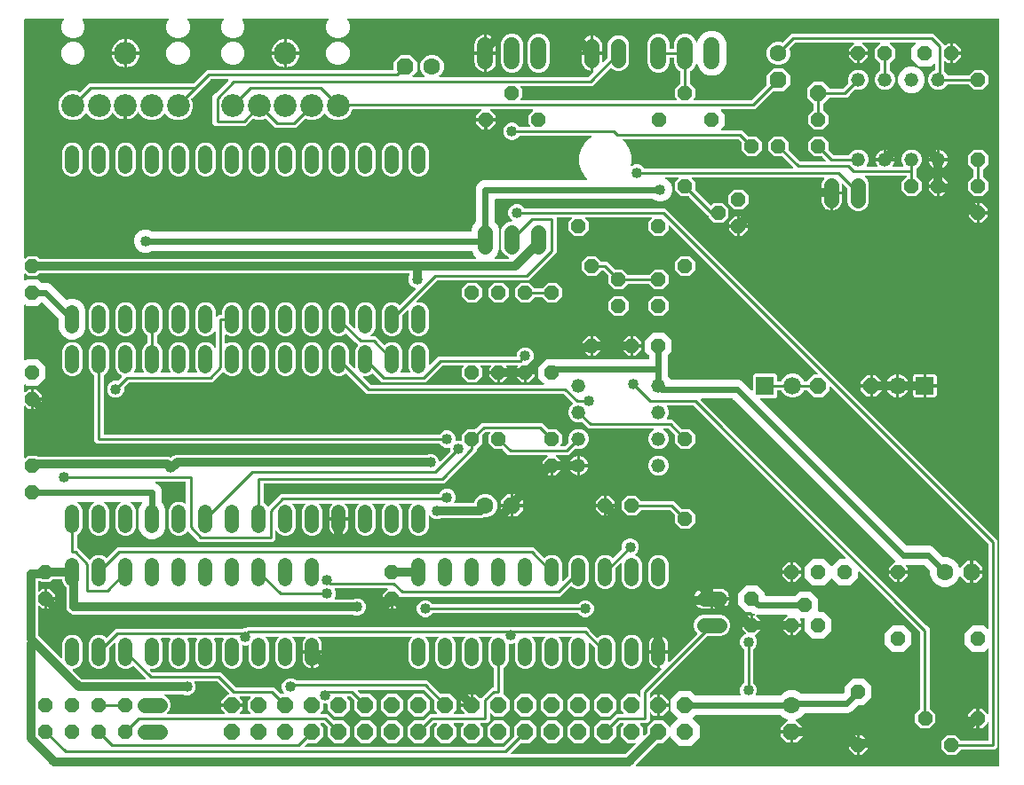
<source format=gtl>
G04 EAGLE Gerber RS-274X export*
G75*
%MOMM*%
%FSLAX34Y34*%
%LPD*%
%INTop Copper*%
%IPPOS*%
%AMOC8*
5,1,8,0,0,1.08239X$1,22.5*%
G01*
%ADD10P,1.429621X8X292.500000*%
%ADD11P,1.732040X8X22.500000*%
%ADD12C,1.600200*%
%ADD13P,1.429621X8X202.500000*%
%ADD14C,1.320800*%
%ADD15P,1.429621X8X22.500000*%
%ADD16P,1.429621X8X112.500000*%
%ADD17C,1.422400*%
%ADD18C,2.184400*%
%ADD19P,1.649562X8X22.500000*%
%ADD20P,1.732040X8X292.500000*%
%ADD21P,1.732040X8X202.500000*%
%ADD22P,1.649562X8X202.500000*%
%ADD23C,1.524000*%
%ADD24R,1.714500X1.714500*%
%ADD25C,1.676400*%
%ADD26P,1.539592X8X22.500000*%
%ADD27C,1.320800*%
%ADD28C,0.812800*%
%ADD29C,1.016000*%
%ADD30C,0.254000*%
%ADD31C,0.609600*%

G36*
X933978Y17784D02*
X933978Y17784D01*
X933997Y17782D01*
X934099Y17804D01*
X934201Y17820D01*
X934218Y17830D01*
X934238Y17834D01*
X934327Y17887D01*
X934418Y17936D01*
X934432Y17950D01*
X934449Y17960D01*
X934516Y18039D01*
X934588Y18114D01*
X934596Y18132D01*
X934609Y18147D01*
X934648Y18243D01*
X934691Y18337D01*
X934693Y18357D01*
X934701Y18375D01*
X934719Y18542D01*
X934719Y730758D01*
X934716Y730778D01*
X934718Y730797D01*
X934696Y730899D01*
X934680Y731001D01*
X934670Y731018D01*
X934666Y731038D01*
X934613Y731127D01*
X934564Y731218D01*
X934550Y731232D01*
X934540Y731249D01*
X934461Y731316D01*
X934386Y731388D01*
X934368Y731396D01*
X934353Y731409D01*
X934257Y731448D01*
X934163Y731491D01*
X934143Y731493D01*
X934125Y731501D01*
X933958Y731519D01*
X313489Y731519D01*
X313418Y731508D01*
X313347Y731506D01*
X313298Y731488D01*
X313246Y731480D01*
X313183Y731446D01*
X313116Y731421D01*
X313075Y731389D01*
X313029Y731364D01*
X312980Y731312D01*
X312924Y731268D01*
X312895Y731224D01*
X312860Y731186D01*
X312829Y731121D01*
X312791Y731061D01*
X312778Y731010D01*
X312756Y730963D01*
X312748Y730892D01*
X312731Y730822D01*
X312735Y730770D01*
X312729Y730719D01*
X312744Y730648D01*
X312750Y730577D01*
X312770Y730529D01*
X312781Y730478D01*
X312818Y730417D01*
X312846Y730351D01*
X312891Y730295D01*
X312907Y730267D01*
X312925Y730252D01*
X312951Y730220D01*
X313394Y729777D01*
X315081Y725704D01*
X315081Y721296D01*
X313394Y717223D01*
X310277Y714106D01*
X306204Y712419D01*
X301796Y712419D01*
X297723Y714106D01*
X294606Y717223D01*
X292919Y721296D01*
X292919Y725704D01*
X294606Y729777D01*
X295049Y730220D01*
X295091Y730278D01*
X295140Y730330D01*
X295162Y730377D01*
X295193Y730419D01*
X295214Y730488D01*
X295244Y730553D01*
X295250Y730605D01*
X295265Y730655D01*
X295263Y730726D01*
X295271Y730797D01*
X295260Y730848D01*
X295259Y730900D01*
X295234Y730968D01*
X295219Y731038D01*
X295192Y731083D01*
X295174Y731131D01*
X295130Y731187D01*
X295093Y731249D01*
X295053Y731283D01*
X295021Y731323D01*
X294960Y731362D01*
X294906Y731409D01*
X294857Y731428D01*
X294814Y731456D01*
X294744Y731474D01*
X294678Y731501D01*
X294606Y731509D01*
X294575Y731517D01*
X294552Y731515D01*
X294511Y731519D01*
X213489Y731519D01*
X213418Y731508D01*
X213347Y731506D01*
X213298Y731488D01*
X213246Y731480D01*
X213183Y731446D01*
X213116Y731421D01*
X213075Y731389D01*
X213029Y731364D01*
X212980Y731312D01*
X212924Y731268D01*
X212895Y731224D01*
X212860Y731186D01*
X212829Y731121D01*
X212791Y731061D01*
X212778Y731010D01*
X212756Y730963D01*
X212748Y730892D01*
X212731Y730822D01*
X212735Y730770D01*
X212729Y730719D01*
X212744Y730648D01*
X212750Y730577D01*
X212770Y730529D01*
X212781Y730478D01*
X212818Y730417D01*
X212846Y730351D01*
X212891Y730295D01*
X212907Y730267D01*
X212925Y730252D01*
X212951Y730220D01*
X213394Y729777D01*
X215081Y725704D01*
X215081Y721296D01*
X213394Y717223D01*
X210277Y714106D01*
X206204Y712419D01*
X201796Y712419D01*
X197723Y714106D01*
X194606Y717223D01*
X192919Y721296D01*
X192919Y725704D01*
X194606Y729777D01*
X195049Y730220D01*
X195091Y730278D01*
X195140Y730330D01*
X195162Y730377D01*
X195193Y730419D01*
X195214Y730488D01*
X195244Y730553D01*
X195250Y730605D01*
X195265Y730655D01*
X195263Y730726D01*
X195271Y730797D01*
X195260Y730848D01*
X195259Y730900D01*
X195234Y730968D01*
X195219Y731038D01*
X195192Y731083D01*
X195174Y731131D01*
X195130Y731187D01*
X195093Y731249D01*
X195053Y731283D01*
X195021Y731323D01*
X194960Y731362D01*
X194906Y731409D01*
X194857Y731428D01*
X194814Y731456D01*
X194744Y731474D01*
X194678Y731501D01*
X194606Y731509D01*
X194575Y731517D01*
X194552Y731515D01*
X194511Y731519D01*
X161089Y731519D01*
X161018Y731508D01*
X160947Y731506D01*
X160898Y731488D01*
X160846Y731480D01*
X160783Y731446D01*
X160716Y731421D01*
X160675Y731389D01*
X160629Y731364D01*
X160580Y731312D01*
X160524Y731268D01*
X160495Y731224D01*
X160460Y731186D01*
X160429Y731121D01*
X160391Y731061D01*
X160378Y731010D01*
X160356Y730963D01*
X160348Y730892D01*
X160331Y730822D01*
X160335Y730770D01*
X160329Y730719D01*
X160344Y730648D01*
X160350Y730577D01*
X160370Y730529D01*
X160381Y730478D01*
X160418Y730417D01*
X160446Y730351D01*
X160491Y730295D01*
X160507Y730267D01*
X160525Y730252D01*
X160551Y730220D01*
X160994Y729777D01*
X162681Y725704D01*
X162681Y721296D01*
X160994Y717223D01*
X157877Y714106D01*
X153804Y712419D01*
X149396Y712419D01*
X145323Y714106D01*
X142206Y717223D01*
X140519Y721296D01*
X140519Y725704D01*
X142206Y729777D01*
X142649Y730220D01*
X142691Y730278D01*
X142740Y730330D01*
X142762Y730377D01*
X142793Y730419D01*
X142814Y730488D01*
X142844Y730553D01*
X142850Y730605D01*
X142865Y730655D01*
X142863Y730726D01*
X142871Y730797D01*
X142860Y730848D01*
X142859Y730900D01*
X142834Y730968D01*
X142819Y731038D01*
X142792Y731083D01*
X142774Y731131D01*
X142730Y731187D01*
X142693Y731249D01*
X142653Y731283D01*
X142621Y731323D01*
X142560Y731362D01*
X142506Y731409D01*
X142457Y731428D01*
X142414Y731456D01*
X142344Y731474D01*
X142278Y731501D01*
X142206Y731509D01*
X142175Y731517D01*
X142152Y731515D01*
X142111Y731519D01*
X61089Y731519D01*
X61018Y731508D01*
X60947Y731506D01*
X60898Y731488D01*
X60846Y731480D01*
X60783Y731446D01*
X60716Y731421D01*
X60675Y731389D01*
X60629Y731364D01*
X60580Y731312D01*
X60524Y731268D01*
X60495Y731224D01*
X60460Y731186D01*
X60429Y731121D01*
X60391Y731061D01*
X60378Y731010D01*
X60356Y730963D01*
X60348Y730892D01*
X60331Y730822D01*
X60335Y730770D01*
X60329Y730719D01*
X60344Y730648D01*
X60350Y730577D01*
X60370Y730529D01*
X60381Y730478D01*
X60418Y730417D01*
X60446Y730351D01*
X60491Y730295D01*
X60507Y730267D01*
X60525Y730252D01*
X60551Y730220D01*
X60994Y729777D01*
X62681Y725704D01*
X62681Y721296D01*
X60994Y717223D01*
X57877Y714106D01*
X53804Y712419D01*
X49396Y712419D01*
X45323Y714106D01*
X42206Y717223D01*
X40519Y721296D01*
X40519Y725704D01*
X42206Y729777D01*
X42649Y730220D01*
X42691Y730278D01*
X42740Y730330D01*
X42762Y730377D01*
X42793Y730419D01*
X42814Y730488D01*
X42844Y730553D01*
X42850Y730605D01*
X42865Y730655D01*
X42863Y730726D01*
X42871Y730797D01*
X42860Y730848D01*
X42859Y730900D01*
X42834Y730968D01*
X42819Y731038D01*
X42792Y731083D01*
X42774Y731131D01*
X42730Y731187D01*
X42693Y731249D01*
X42653Y731283D01*
X42621Y731323D01*
X42560Y731362D01*
X42506Y731409D01*
X42457Y731428D01*
X42414Y731456D01*
X42344Y731474D01*
X42278Y731501D01*
X42206Y731509D01*
X42175Y731517D01*
X42152Y731515D01*
X42111Y731519D01*
X5842Y731519D01*
X5822Y731516D01*
X5803Y731518D01*
X5701Y731496D01*
X5599Y731480D01*
X5582Y731470D01*
X5562Y731466D01*
X5473Y731413D01*
X5382Y731364D01*
X5368Y731350D01*
X5351Y731340D01*
X5284Y731261D01*
X5212Y731186D01*
X5204Y731168D01*
X5191Y731153D01*
X5152Y731057D01*
X5109Y730963D01*
X5107Y730943D01*
X5099Y730925D01*
X5081Y730758D01*
X5081Y503170D01*
X5092Y503099D01*
X5094Y503027D01*
X5112Y502978D01*
X5120Y502927D01*
X5154Y502863D01*
X5179Y502796D01*
X5211Y502755D01*
X5236Y502709D01*
X5288Y502660D01*
X5332Y502604D01*
X5376Y502576D01*
X5414Y502540D01*
X5479Y502510D01*
X5539Y502471D01*
X5590Y502458D01*
X5637Y502436D01*
X5708Y502429D01*
X5778Y502411D01*
X5830Y502415D01*
X5881Y502409D01*
X5952Y502425D01*
X6023Y502430D01*
X6071Y502450D01*
X6122Y502462D01*
X6183Y502498D01*
X6249Y502526D01*
X6305Y502571D01*
X6333Y502588D01*
X6348Y502606D01*
X6380Y502631D01*
X8702Y504953D01*
X16698Y504953D01*
X19015Y502636D01*
X19089Y502583D01*
X19159Y502523D01*
X19189Y502511D01*
X19215Y502492D01*
X19302Y502465D01*
X19387Y502431D01*
X19428Y502427D01*
X19450Y502420D01*
X19482Y502421D01*
X19554Y502413D01*
X435158Y502413D01*
X435228Y502424D01*
X435300Y502426D01*
X435349Y502444D01*
X435400Y502452D01*
X435464Y502486D01*
X435531Y502511D01*
X435572Y502543D01*
X435618Y502568D01*
X435667Y502620D01*
X435723Y502664D01*
X435751Y502708D01*
X435787Y502746D01*
X435817Y502811D01*
X435856Y502871D01*
X435869Y502922D01*
X435891Y502969D01*
X435899Y503040D01*
X435916Y503110D01*
X435912Y503162D01*
X435918Y503213D01*
X435902Y503284D01*
X435897Y503355D01*
X435877Y503403D01*
X435865Y503454D01*
X435829Y503515D01*
X435801Y503581D01*
X435756Y503637D01*
X435739Y503665D01*
X435722Y503680D01*
X435696Y503712D01*
X433302Y506106D01*
X431897Y509498D01*
X431836Y509597D01*
X431776Y509697D01*
X431771Y509702D01*
X431768Y509707D01*
X431678Y509781D01*
X431589Y509857D01*
X431583Y509860D01*
X431578Y509864D01*
X431470Y509905D01*
X431361Y509949D01*
X431353Y509950D01*
X431348Y509952D01*
X431330Y509953D01*
X431194Y509968D01*
X127627Y509968D01*
X127537Y509953D01*
X127446Y509946D01*
X127416Y509933D01*
X127384Y509928D01*
X127303Y509885D01*
X127220Y509850D01*
X127187Y509824D01*
X127167Y509813D01*
X127145Y509790D01*
X127089Y509745D01*
X126981Y509637D01*
X122873Y507936D01*
X118427Y507936D01*
X114319Y509637D01*
X111175Y512781D01*
X109473Y516889D01*
X109473Y521336D01*
X111175Y525444D01*
X114319Y528588D01*
X118427Y530289D01*
X122873Y530289D01*
X126981Y528588D01*
X127089Y528480D01*
X127163Y528427D01*
X127232Y528368D01*
X127262Y528355D01*
X127288Y528337D01*
X127375Y528310D01*
X127460Y528276D01*
X127501Y528271D01*
X127523Y528264D01*
X127556Y528265D01*
X127627Y528257D01*
X430530Y528257D01*
X430550Y528260D01*
X430569Y528258D01*
X430671Y528280D01*
X430773Y528297D01*
X430790Y528306D01*
X430810Y528311D01*
X430899Y528364D01*
X430990Y528412D01*
X431004Y528426D01*
X431021Y528437D01*
X431088Y528515D01*
X431160Y528590D01*
X431168Y528608D01*
X431181Y528624D01*
X431220Y528720D01*
X431263Y528813D01*
X431265Y528833D01*
X431273Y528852D01*
X431291Y529018D01*
X431291Y530439D01*
X433302Y535294D01*
X435132Y537124D01*
X435185Y537198D01*
X435245Y537268D01*
X435257Y537298D01*
X435276Y537324D01*
X435303Y537411D01*
X435337Y537496D01*
X435341Y537537D01*
X435348Y537559D01*
X435347Y537591D01*
X435355Y537663D01*
X435355Y570144D01*
X436747Y573505D01*
X439320Y576078D01*
X442681Y577470D01*
X541189Y577470D01*
X541260Y577481D01*
X541331Y577483D01*
X541380Y577501D01*
X541432Y577509D01*
X541495Y577543D01*
X541562Y577568D01*
X541603Y577600D01*
X541649Y577625D01*
X541698Y577677D01*
X541754Y577721D01*
X541782Y577765D01*
X541818Y577803D01*
X541849Y577868D01*
X541887Y577928D01*
X541900Y577979D01*
X541922Y578026D01*
X541930Y578097D01*
X541947Y578167D01*
X541943Y578219D01*
X541949Y578270D01*
X541934Y578341D01*
X541928Y578412D01*
X541908Y578460D01*
X541897Y578511D01*
X541860Y578572D01*
X541832Y578638D01*
X541787Y578694D01*
X541771Y578722D01*
X541753Y578737D01*
X541727Y578769D01*
X538881Y581616D01*
X535604Y587292D01*
X533907Y593623D01*
X533907Y600177D01*
X535604Y606508D01*
X538881Y612184D01*
X543515Y616819D01*
X545818Y618148D01*
X545855Y618179D01*
X545897Y618201D01*
X545949Y618256D01*
X546008Y618304D01*
X546034Y618345D01*
X546067Y618379D01*
X546098Y618448D01*
X546139Y618512D01*
X546150Y618559D01*
X546170Y618603D01*
X546178Y618678D01*
X546196Y618752D01*
X546192Y618799D01*
X546197Y618847D01*
X546181Y618921D01*
X546174Y618997D01*
X546155Y619040D01*
X546145Y619087D01*
X546106Y619152D01*
X546076Y619222D01*
X546043Y619257D01*
X546019Y619298D01*
X545961Y619348D01*
X545910Y619404D01*
X545868Y619427D01*
X545832Y619458D01*
X545762Y619487D01*
X545695Y619524D01*
X545648Y619532D01*
X545604Y619550D01*
X545475Y619565D01*
X545454Y619569D01*
X545447Y619568D01*
X545437Y619569D01*
X477392Y619569D01*
X477302Y619554D01*
X477211Y619547D01*
X477182Y619534D01*
X477150Y619529D01*
X477069Y619486D01*
X476985Y619451D01*
X476953Y619425D01*
X476932Y619414D01*
X476910Y619391D01*
X476854Y619346D01*
X474505Y616996D01*
X471517Y615759D01*
X468283Y615759D01*
X465295Y616996D01*
X463009Y619283D01*
X461771Y622271D01*
X461771Y625504D01*
X463009Y628492D01*
X465295Y630779D01*
X468283Y632016D01*
X471517Y632016D01*
X474505Y630779D01*
X476854Y628429D01*
X476928Y628376D01*
X476997Y628317D01*
X477028Y628304D01*
X477054Y628286D01*
X477141Y628259D01*
X477226Y628225D01*
X477267Y628220D01*
X477289Y628213D01*
X477321Y628214D01*
X477392Y628206D01*
X486351Y628206D01*
X486422Y628218D01*
X486493Y628220D01*
X486542Y628238D01*
X486594Y628246D01*
X486657Y628280D01*
X486724Y628304D01*
X486765Y628337D01*
X486811Y628361D01*
X486860Y628413D01*
X486916Y628458D01*
X486945Y628502D01*
X486980Y628539D01*
X487011Y628604D01*
X487049Y628665D01*
X487062Y628715D01*
X487084Y628762D01*
X487092Y628834D01*
X487109Y628903D01*
X487105Y628955D01*
X487111Y629007D01*
X487096Y629077D01*
X487090Y629148D01*
X487070Y629196D01*
X487059Y629247D01*
X487022Y629309D01*
X486994Y629375D01*
X486949Y629431D01*
X486933Y629458D01*
X486915Y629474D01*
X486889Y629506D01*
X485393Y631002D01*
X485393Y638998D01*
X490064Y643669D01*
X490106Y643727D01*
X490155Y643779D01*
X490177Y643827D01*
X490208Y643869D01*
X490229Y643937D01*
X490259Y644003D01*
X490265Y644054D01*
X490280Y644104D01*
X490278Y644176D01*
X490286Y644247D01*
X490275Y644298D01*
X490274Y644350D01*
X490249Y644417D01*
X490234Y644487D01*
X490207Y644532D01*
X490189Y644581D01*
X490144Y644637D01*
X490108Y644698D01*
X490068Y644732D01*
X490036Y644773D01*
X489975Y644812D01*
X489921Y644858D01*
X489872Y644878D01*
X489829Y644906D01*
X489759Y644923D01*
X489693Y644950D01*
X489621Y644958D01*
X489590Y644966D01*
X489567Y644964D01*
X489526Y644969D01*
X449556Y644969D01*
X449485Y644957D01*
X449413Y644955D01*
X449364Y644937D01*
X449313Y644929D01*
X449250Y644895D01*
X449182Y644871D01*
X449142Y644838D01*
X449095Y644814D01*
X449046Y644762D01*
X448990Y644717D01*
X448962Y644673D01*
X448926Y644636D01*
X448896Y644571D01*
X448857Y644510D01*
X448844Y644460D01*
X448822Y644413D01*
X448815Y644341D01*
X448797Y644272D01*
X448801Y644220D01*
X448795Y644168D01*
X448811Y644098D01*
X448816Y644027D01*
X448837Y643979D01*
X448848Y643928D01*
X448884Y643866D01*
X448913Y643800D01*
X448957Y643744D01*
X448974Y643717D01*
X448992Y643701D01*
X449017Y643669D01*
X453899Y638788D01*
X453899Y636523D01*
X445516Y636523D01*
X445496Y636520D01*
X445477Y636522D01*
X445375Y636500D01*
X445273Y636483D01*
X445256Y636474D01*
X445236Y636470D01*
X445147Y636417D01*
X445056Y636368D01*
X445042Y636354D01*
X445025Y636344D01*
X444958Y636265D01*
X444887Y636190D01*
X444878Y636172D01*
X444865Y636157D01*
X444827Y636061D01*
X444783Y635967D01*
X444781Y635947D01*
X444773Y635929D01*
X444755Y635762D01*
X444755Y634999D01*
X444753Y634999D01*
X444753Y635762D01*
X444750Y635782D01*
X444752Y635801D01*
X444730Y635903D01*
X444713Y636005D01*
X444704Y636022D01*
X444700Y636042D01*
X444647Y636131D01*
X444598Y636222D01*
X444584Y636236D01*
X444574Y636253D01*
X444495Y636320D01*
X444420Y636391D01*
X444402Y636400D01*
X444387Y636413D01*
X444291Y636452D01*
X444197Y636495D01*
X444177Y636497D01*
X444159Y636505D01*
X443992Y636523D01*
X435609Y636523D01*
X435609Y638788D01*
X440491Y643669D01*
X440533Y643727D01*
X440582Y643779D01*
X440604Y643827D01*
X440634Y643869D01*
X440655Y643937D01*
X440686Y644003D01*
X440691Y644054D01*
X440707Y644104D01*
X440705Y644176D01*
X440713Y644247D01*
X440702Y644298D01*
X440700Y644350D01*
X440676Y644417D01*
X440660Y644487D01*
X440634Y644532D01*
X440616Y644581D01*
X440571Y644637D01*
X440534Y644698D01*
X440495Y644732D01*
X440462Y644773D01*
X440402Y644812D01*
X440347Y644858D01*
X440299Y644878D01*
X440255Y644906D01*
X440186Y644923D01*
X440119Y644950D01*
X440048Y644958D01*
X440017Y644966D01*
X439993Y644964D01*
X439952Y644969D01*
X318168Y644969D01*
X318053Y644950D01*
X317937Y644933D01*
X317931Y644930D01*
X317925Y644929D01*
X317822Y644875D01*
X317718Y644821D01*
X317713Y644817D01*
X317708Y644814D01*
X317628Y644730D01*
X317545Y644646D01*
X317542Y644639D01*
X317538Y644636D01*
X317530Y644619D01*
X317464Y644499D01*
X315844Y640586D01*
X311914Y636656D01*
X306779Y634529D01*
X301221Y634529D01*
X296086Y636656D01*
X292095Y640648D01*
X292074Y640681D01*
X292018Y640727D01*
X291969Y640781D01*
X291924Y640805D01*
X291884Y640838D01*
X291817Y640864D01*
X291754Y640899D01*
X291703Y640908D01*
X291655Y640927D01*
X291583Y640930D01*
X291512Y640942D01*
X291461Y640935D01*
X291409Y640937D01*
X291340Y640917D01*
X291268Y640906D01*
X291222Y640883D01*
X291173Y640868D01*
X291113Y640827D01*
X291049Y640795D01*
X291013Y640758D01*
X290971Y640728D01*
X290928Y640670D01*
X290909Y640651D01*
X286914Y636656D01*
X281779Y634529D01*
X276221Y634529D01*
X272822Y635937D01*
X272708Y635964D01*
X272595Y635992D01*
X272589Y635992D01*
X272582Y635993D01*
X272466Y635982D01*
X272350Y635973D01*
X272344Y635971D01*
X272338Y635970D01*
X272230Y635922D01*
X272123Y635877D01*
X272117Y635872D01*
X272113Y635870D01*
X272099Y635858D01*
X271992Y635772D01*
X266479Y630259D01*
X263726Y627506D01*
X244274Y627506D01*
X236008Y635772D01*
X235914Y635840D01*
X235819Y635910D01*
X235813Y635912D01*
X235808Y635916D01*
X235697Y635950D01*
X235585Y635986D01*
X235579Y635986D01*
X235573Y635988D01*
X235456Y635985D01*
X235339Y635984D01*
X235332Y635982D01*
X235327Y635982D01*
X235309Y635975D01*
X235178Y635937D01*
X231779Y634529D01*
X226221Y634529D01*
X223379Y635707D01*
X223265Y635733D01*
X223152Y635762D01*
X223145Y635761D01*
X223139Y635763D01*
X223023Y635752D01*
X222906Y635743D01*
X222901Y635740D01*
X222894Y635740D01*
X222787Y635692D01*
X222680Y635646D01*
X222674Y635642D01*
X222670Y635640D01*
X222656Y635627D01*
X222549Y635542D01*
X216101Y629094D01*
X187124Y629094D01*
X184594Y631624D01*
X184594Y657426D01*
X187346Y660179D01*
X187347Y660179D01*
X199412Y672244D01*
X199453Y672302D01*
X199503Y672354D01*
X199525Y672402D01*
X199555Y672444D01*
X199576Y672512D01*
X199606Y672578D01*
X199612Y672629D01*
X199628Y672679D01*
X199626Y672751D01*
X199634Y672822D01*
X199623Y672873D01*
X199621Y672925D01*
X199597Y672992D01*
X199581Y673062D01*
X199555Y673107D01*
X199537Y673156D01*
X199492Y673212D01*
X199455Y673273D01*
X199416Y673307D01*
X199383Y673348D01*
X199323Y673387D01*
X199268Y673433D01*
X199220Y673453D01*
X199176Y673481D01*
X199107Y673498D01*
X199040Y673525D01*
X198969Y673533D01*
X198938Y673541D01*
X198914Y673539D01*
X198873Y673544D01*
X183079Y673544D01*
X182989Y673529D01*
X182898Y673522D01*
X182868Y673509D01*
X182836Y673504D01*
X182756Y673461D01*
X182672Y673426D01*
X182640Y673400D01*
X182619Y673389D01*
X182597Y673366D01*
X182541Y673321D01*
X164445Y655225D01*
X164377Y655131D01*
X164307Y655036D01*
X164305Y655030D01*
X164301Y655025D01*
X164267Y654914D01*
X164231Y654802D01*
X164231Y654796D01*
X164229Y654790D01*
X164232Y654673D01*
X164233Y654556D01*
X164235Y654549D01*
X164235Y654544D01*
X164242Y654527D01*
X164280Y654395D01*
X165571Y651279D01*
X165571Y645721D01*
X163444Y640586D01*
X159514Y636656D01*
X154379Y634529D01*
X148821Y634529D01*
X143686Y636656D01*
X139695Y640648D01*
X139674Y640681D01*
X139618Y640727D01*
X139569Y640781D01*
X139524Y640805D01*
X139484Y640838D01*
X139417Y640864D01*
X139354Y640899D01*
X139303Y640908D01*
X139255Y640927D01*
X139183Y640930D01*
X139112Y640942D01*
X139061Y640935D01*
X139009Y640937D01*
X138940Y640917D01*
X138868Y640906D01*
X138822Y640883D01*
X138773Y640868D01*
X138713Y640827D01*
X138649Y640795D01*
X138613Y640758D01*
X138571Y640728D01*
X138528Y640670D01*
X138509Y640651D01*
X134514Y636656D01*
X129379Y634529D01*
X123821Y634529D01*
X118686Y636656D01*
X114756Y640586D01*
X114277Y641744D01*
X114254Y641780D01*
X114240Y641819D01*
X114190Y641884D01*
X114147Y641953D01*
X114115Y641980D01*
X114089Y642013D01*
X114021Y642058D01*
X113957Y642110D01*
X113918Y642125D01*
X113883Y642148D01*
X113804Y642169D01*
X113728Y642198D01*
X113686Y642200D01*
X113645Y642211D01*
X113564Y642205D01*
X113482Y642209D01*
X113442Y642197D01*
X113400Y642194D01*
X113324Y642163D01*
X113246Y642140D01*
X113211Y642116D01*
X113173Y642100D01*
X113111Y642046D01*
X113044Y642000D01*
X113019Y641966D01*
X112987Y641939D01*
X112902Y641809D01*
X112897Y641802D01*
X112896Y641801D01*
X112895Y641798D01*
X112714Y641444D01*
X111469Y639730D01*
X109970Y638231D01*
X108256Y636986D01*
X106368Y636024D01*
X104352Y635369D01*
X102723Y635111D01*
X102723Y647738D01*
X102720Y647758D01*
X102722Y647777D01*
X102700Y647879D01*
X102683Y647981D01*
X102674Y647998D01*
X102670Y648018D01*
X102617Y648107D01*
X102568Y648198D01*
X102554Y648212D01*
X102544Y648229D01*
X102465Y648296D01*
X102390Y648367D01*
X102372Y648376D01*
X102357Y648389D01*
X102261Y648427D01*
X102167Y648471D01*
X102147Y648473D01*
X102129Y648481D01*
X101962Y648499D01*
X100438Y648499D01*
X100418Y648496D01*
X100399Y648498D01*
X100297Y648476D01*
X100195Y648459D01*
X100178Y648450D01*
X100158Y648446D01*
X100069Y648393D01*
X99978Y648344D01*
X99964Y648330D01*
X99947Y648320D01*
X99880Y648241D01*
X99809Y648166D01*
X99800Y648148D01*
X99787Y648133D01*
X99748Y648037D01*
X99705Y647943D01*
X99703Y647923D01*
X99695Y647905D01*
X99677Y647738D01*
X99677Y635111D01*
X98048Y635369D01*
X96032Y636024D01*
X94144Y636986D01*
X92430Y638231D01*
X90931Y639730D01*
X89920Y641121D01*
X89845Y641195D01*
X89774Y641273D01*
X89758Y641282D01*
X89745Y641294D01*
X89651Y641341D01*
X89559Y641391D01*
X89541Y641395D01*
X89524Y641403D01*
X89420Y641416D01*
X89317Y641435D01*
X89298Y641432D01*
X89280Y641435D01*
X89177Y641415D01*
X89073Y641399D01*
X89057Y641391D01*
X89039Y641388D01*
X88948Y641335D01*
X88854Y641288D01*
X88841Y641275D01*
X88825Y641266D01*
X88755Y641187D01*
X88682Y641112D01*
X88671Y641093D01*
X88662Y641082D01*
X88649Y641053D01*
X88601Y640965D01*
X88444Y640586D01*
X84514Y636656D01*
X79379Y634529D01*
X73821Y634529D01*
X68686Y636656D01*
X64695Y640647D01*
X64674Y640681D01*
X64619Y640727D01*
X64570Y640780D01*
X64525Y640805D01*
X64485Y640838D01*
X64418Y640864D01*
X64354Y640899D01*
X64304Y640908D01*
X64255Y640926D01*
X64183Y640930D01*
X64112Y640942D01*
X64061Y640935D01*
X64010Y640937D01*
X63940Y640917D01*
X63869Y640907D01*
X63823Y640883D01*
X63773Y640869D01*
X63714Y640828D01*
X63650Y640795D01*
X63614Y640758D01*
X63571Y640729D01*
X63528Y640671D01*
X63505Y640647D01*
X59514Y636656D01*
X54379Y634529D01*
X48821Y634529D01*
X43686Y636656D01*
X39756Y640586D01*
X37629Y645721D01*
X37629Y651279D01*
X39756Y656414D01*
X43686Y660344D01*
X48821Y662471D01*
X54379Y662471D01*
X57504Y661176D01*
X57618Y661150D01*
X57731Y661121D01*
X57737Y661122D01*
X57744Y661120D01*
X57860Y661131D01*
X57976Y661140D01*
X57982Y661143D01*
X57988Y661143D01*
X58096Y661191D01*
X58203Y661236D01*
X58209Y661241D01*
X58213Y661243D01*
X58227Y661256D01*
X58334Y661341D01*
X63721Y666728D01*
X66474Y669481D01*
X166171Y669481D01*
X166261Y669496D01*
X166352Y669503D01*
X166382Y669516D01*
X166414Y669521D01*
X166494Y669564D01*
X166578Y669599D01*
X166610Y669625D01*
X166631Y669636D01*
X166653Y669659D01*
X166709Y669704D01*
X179186Y682181D01*
X356489Y682181D01*
X356509Y682184D01*
X356528Y682182D01*
X356630Y682204D01*
X356732Y682221D01*
X356749Y682230D01*
X356769Y682235D01*
X356858Y682288D01*
X356949Y682336D01*
X356963Y682350D01*
X356980Y682361D01*
X357047Y682439D01*
X357119Y682514D01*
X357127Y682532D01*
X357140Y682548D01*
X357179Y682644D01*
X357222Y682737D01*
X357224Y682757D01*
X357232Y682776D01*
X357250Y682942D01*
X357250Y690377D01*
X363723Y696850D01*
X372877Y696850D01*
X379350Y690377D01*
X379350Y681223D01*
X375257Y677131D01*
X375216Y677073D01*
X375166Y677021D01*
X375144Y676973D01*
X375114Y676931D01*
X375093Y676863D01*
X375063Y676797D01*
X375057Y676746D01*
X375042Y676696D01*
X375043Y676624D01*
X375035Y676553D01*
X375047Y676502D01*
X375048Y676450D01*
X375073Y676383D01*
X375088Y676313D01*
X375114Y676268D01*
X375132Y676219D01*
X375177Y676163D01*
X375214Y676102D01*
X375253Y676068D01*
X375286Y676027D01*
X375346Y675988D01*
X375401Y675942D01*
X375449Y675922D01*
X375493Y675894D01*
X375562Y675877D01*
X375629Y675850D01*
X375700Y675842D01*
X375731Y675834D01*
X375755Y675836D01*
X375796Y675831D01*
X386204Y675831D01*
X386275Y675843D01*
X386347Y675845D01*
X386396Y675863D01*
X386447Y675871D01*
X386510Y675905D01*
X386578Y675929D01*
X386618Y675962D01*
X386664Y675986D01*
X386714Y676038D01*
X386770Y676083D01*
X386798Y676127D01*
X386834Y676164D01*
X386864Y676229D01*
X386903Y676290D01*
X386915Y676340D01*
X386937Y676387D01*
X386945Y676459D01*
X386963Y676528D01*
X386959Y676580D01*
X386965Y676632D01*
X386949Y676702D01*
X386944Y676773D01*
X386923Y676821D01*
X386912Y676872D01*
X386875Y676934D01*
X386847Y677000D01*
X386803Y677056D01*
X386786Y677083D01*
X386768Y677099D01*
X386743Y677131D01*
X384333Y679541D01*
X382650Y683602D01*
X382650Y687998D01*
X384333Y692059D01*
X387441Y695167D01*
X391502Y696850D01*
X395898Y696850D01*
X399959Y695167D01*
X403067Y692059D01*
X404750Y687998D01*
X404750Y683602D01*
X403067Y679541D01*
X400657Y677131D01*
X400616Y677073D01*
X400566Y677021D01*
X400544Y676973D01*
X400514Y676931D01*
X400493Y676863D01*
X400463Y676797D01*
X400457Y676746D01*
X400442Y676696D01*
X400443Y676624D01*
X400435Y676553D01*
X400447Y676502D01*
X400448Y676450D01*
X400473Y676383D01*
X400488Y676313D01*
X400514Y676268D01*
X400532Y676219D01*
X400577Y676163D01*
X400614Y676102D01*
X400653Y676068D01*
X400686Y676027D01*
X400746Y675988D01*
X400801Y675942D01*
X400849Y675922D01*
X400893Y675894D01*
X400962Y675877D01*
X401029Y675850D01*
X401100Y675842D01*
X401131Y675834D01*
X401155Y675836D01*
X401196Y675831D01*
X542408Y675831D01*
X542498Y675846D01*
X542589Y675853D01*
X542619Y675866D01*
X542651Y675871D01*
X542732Y675914D01*
X542816Y675949D01*
X542848Y675975D01*
X542868Y675986D01*
X542891Y676009D01*
X542947Y676054D01*
X547400Y680508D01*
X547453Y680582D01*
X547513Y680651D01*
X547525Y680681D01*
X547544Y680708D01*
X547571Y680795D01*
X547605Y680879D01*
X547609Y680920D01*
X547616Y680943D01*
X547615Y680975D01*
X547623Y681046D01*
X547623Y696977D01*
X555753Y696977D01*
X555753Y690698D01*
X555754Y690690D01*
X555754Y690686D01*
X555757Y690669D01*
X555764Y690627D01*
X555766Y690556D01*
X555784Y690507D01*
X555792Y690455D01*
X555826Y690392D01*
X555851Y690325D01*
X555883Y690284D01*
X555908Y690238D01*
X555960Y690189D01*
X556004Y690133D01*
X556048Y690104D01*
X556086Y690069D01*
X556151Y690038D01*
X556211Y690000D01*
X556262Y689987D01*
X556309Y689965D01*
X556380Y689957D01*
X556450Y689940D01*
X556502Y689944D01*
X556553Y689938D01*
X556624Y689953D01*
X556695Y689959D01*
X556743Y689979D01*
X556794Y689990D01*
X556855Y690027D01*
X556921Y690055D01*
X556977Y690100D01*
X557005Y690116D01*
X557020Y690134D01*
X557052Y690160D01*
X561116Y694224D01*
X561169Y694298D01*
X561229Y694367D01*
X561241Y694397D01*
X561260Y694424D01*
X561287Y694511D01*
X561321Y694595D01*
X561325Y694636D01*
X561332Y694659D01*
X561331Y694691D01*
X561339Y694762D01*
X561339Y707633D01*
X562886Y711368D01*
X565744Y714226D01*
X569479Y715773D01*
X573521Y715773D01*
X577256Y714226D01*
X580114Y711368D01*
X581661Y707633D01*
X581661Y689367D01*
X580114Y685632D01*
X577256Y682774D01*
X573521Y681227D01*
X569479Y681227D01*
X565744Y682774D01*
X564351Y684167D01*
X564335Y684179D01*
X564323Y684194D01*
X564236Y684250D01*
X564152Y684311D01*
X564133Y684317D01*
X564116Y684327D01*
X564015Y684353D01*
X563917Y684383D01*
X563897Y684383D01*
X563877Y684387D01*
X563774Y684379D01*
X563671Y684377D01*
X563652Y684370D01*
X563632Y684368D01*
X563537Y684328D01*
X563440Y684292D01*
X563424Y684280D01*
X563406Y684272D01*
X563275Y684167D01*
X549054Y669947D01*
X546301Y667194D01*
X478595Y667194D01*
X478524Y667182D01*
X478453Y667180D01*
X478404Y667162D01*
X478352Y667154D01*
X478289Y667120D01*
X478222Y667096D01*
X478181Y667063D01*
X478135Y667039D01*
X478086Y666987D01*
X478030Y666942D01*
X478001Y666898D01*
X477966Y666861D01*
X477935Y666796D01*
X477897Y666735D01*
X477884Y666685D01*
X477862Y666638D01*
X477854Y666566D01*
X477837Y666497D01*
X477841Y666445D01*
X477835Y666393D01*
X477850Y666323D01*
X477856Y666252D01*
X477876Y666204D01*
X477887Y666153D01*
X477924Y666091D01*
X477952Y666025D01*
X477997Y665969D01*
X478013Y665942D01*
X478031Y665926D01*
X478057Y665894D01*
X479553Y664398D01*
X479553Y656402D01*
X478057Y654906D01*
X478015Y654848D01*
X477966Y654796D01*
X477944Y654748D01*
X477913Y654706D01*
X477892Y654638D01*
X477862Y654572D01*
X477856Y654521D01*
X477841Y654471D01*
X477843Y654399D01*
X477835Y654328D01*
X477846Y654277D01*
X477847Y654225D01*
X477872Y654158D01*
X477887Y654088D01*
X477914Y654043D01*
X477932Y653994D01*
X477977Y653938D01*
X478013Y653877D01*
X478053Y653843D01*
X478085Y653802D01*
X478146Y653763D01*
X478200Y653717D01*
X478249Y653697D01*
X478292Y653669D01*
X478362Y653652D01*
X478428Y653625D01*
X478500Y653617D01*
X478531Y653609D01*
X478554Y653611D01*
X478595Y653606D01*
X626305Y653606D01*
X626376Y653618D01*
X626447Y653620D01*
X626496Y653638D01*
X626548Y653646D01*
X626611Y653680D01*
X626678Y653704D01*
X626719Y653737D01*
X626765Y653761D01*
X626814Y653813D01*
X626870Y653858D01*
X626899Y653902D01*
X626934Y653939D01*
X626965Y654004D01*
X627003Y654065D01*
X627016Y654115D01*
X627038Y654162D01*
X627046Y654234D01*
X627063Y654303D01*
X627059Y654355D01*
X627065Y654407D01*
X627050Y654477D01*
X627044Y654548D01*
X627024Y654596D01*
X627013Y654647D01*
X626976Y654709D01*
X626948Y654775D01*
X626903Y654831D01*
X626887Y654858D01*
X626869Y654874D01*
X626843Y654906D01*
X625347Y656402D01*
X625347Y664398D01*
X630458Y669509D01*
X630511Y669583D01*
X630571Y669653D01*
X630583Y669683D01*
X630602Y669709D01*
X630629Y669796D01*
X630663Y669881D01*
X630667Y669922D01*
X630674Y669944D01*
X630673Y669976D01*
X630681Y670048D01*
X630681Y680612D01*
X630662Y680727D01*
X630645Y680843D01*
X630643Y680849D01*
X630642Y680855D01*
X630587Y680958D01*
X630534Y681063D01*
X630529Y681067D01*
X630526Y681073D01*
X630442Y681152D01*
X630358Y681235D01*
X630352Y681239D01*
X630348Y681242D01*
X630331Y681250D01*
X630211Y681316D01*
X628957Y681835D01*
X625955Y684837D01*
X624331Y688758D01*
X624331Y693420D01*
X624328Y693440D01*
X624330Y693459D01*
X624308Y693561D01*
X624292Y693663D01*
X624282Y693680D01*
X624278Y693700D01*
X624225Y693789D01*
X624176Y693880D01*
X624162Y693894D01*
X624152Y693911D01*
X624073Y693978D01*
X623998Y694050D01*
X623980Y694058D01*
X623965Y694071D01*
X623869Y694110D01*
X623775Y694153D01*
X623755Y694155D01*
X623737Y694163D01*
X623570Y694181D01*
X621030Y694181D01*
X621010Y694178D01*
X620991Y694180D01*
X620889Y694158D01*
X620787Y694142D01*
X620770Y694132D01*
X620750Y694128D01*
X620661Y694075D01*
X620570Y694026D01*
X620556Y694012D01*
X620539Y694002D01*
X620472Y693923D01*
X620400Y693848D01*
X620392Y693830D01*
X620379Y693815D01*
X620340Y693719D01*
X620297Y693625D01*
X620295Y693605D01*
X620287Y693587D01*
X620269Y693420D01*
X620269Y688758D01*
X618645Y684837D01*
X615643Y681835D01*
X611722Y680211D01*
X607478Y680211D01*
X603557Y681835D01*
X600555Y684837D01*
X598931Y688758D01*
X598931Y708242D01*
X600555Y712163D01*
X603557Y715165D01*
X607478Y716789D01*
X611722Y716789D01*
X615643Y715165D01*
X618645Y712163D01*
X620269Y708242D01*
X620269Y703580D01*
X620272Y703560D01*
X620270Y703541D01*
X620292Y703439D01*
X620308Y703337D01*
X620318Y703320D01*
X620322Y703300D01*
X620375Y703211D01*
X620424Y703120D01*
X620438Y703106D01*
X620448Y703089D01*
X620527Y703022D01*
X620602Y702950D01*
X620620Y702942D01*
X620635Y702929D01*
X620731Y702890D01*
X620825Y702847D01*
X620845Y702845D01*
X620863Y702837D01*
X621030Y702819D01*
X623570Y702819D01*
X623590Y702822D01*
X623609Y702820D01*
X623711Y702842D01*
X623813Y702858D01*
X623830Y702868D01*
X623850Y702872D01*
X623939Y702925D01*
X624030Y702974D01*
X624044Y702988D01*
X624061Y702998D01*
X624128Y703077D01*
X624200Y703152D01*
X624208Y703170D01*
X624221Y703185D01*
X624260Y703281D01*
X624303Y703375D01*
X624305Y703395D01*
X624313Y703413D01*
X624331Y703580D01*
X624331Y708242D01*
X625955Y712163D01*
X628957Y715165D01*
X632878Y716789D01*
X637122Y716789D01*
X641043Y715165D01*
X644045Y712163D01*
X645347Y709019D01*
X645385Y708958D01*
X645414Y708892D01*
X645449Y708854D01*
X645477Y708809D01*
X645532Y708764D01*
X645581Y708711D01*
X645626Y708686D01*
X645666Y708653D01*
X645733Y708627D01*
X645796Y708592D01*
X645847Y708583D01*
X645896Y708564D01*
X645967Y708561D01*
X646038Y708549D01*
X646090Y708556D01*
X646142Y708554D01*
X646210Y708574D01*
X646281Y708584D01*
X646328Y708608D01*
X646378Y708623D01*
X646437Y708663D01*
X646501Y708696D01*
X646537Y708733D01*
X646580Y708763D01*
X646623Y708820D01*
X646673Y708872D01*
X646707Y708934D01*
X646727Y708960D01*
X646734Y708982D01*
X646754Y709019D01*
X648772Y713890D01*
X652630Y717748D01*
X657672Y719837D01*
X663128Y719837D01*
X668170Y717748D01*
X672028Y713890D01*
X674117Y708848D01*
X674117Y688152D01*
X672028Y683110D01*
X668170Y679252D01*
X663128Y677163D01*
X657672Y677163D01*
X652630Y679252D01*
X648772Y683110D01*
X646754Y687981D01*
X646716Y688042D01*
X646687Y688108D01*
X646652Y688146D01*
X646643Y688160D01*
X646636Y688172D01*
X646624Y688191D01*
X646569Y688236D01*
X646520Y688289D01*
X646475Y688314D01*
X646435Y688347D01*
X646368Y688373D01*
X646305Y688408D01*
X646254Y688417D01*
X646205Y688436D01*
X646134Y688439D01*
X646063Y688451D01*
X646011Y688444D01*
X645959Y688446D01*
X645890Y688426D01*
X645820Y688416D01*
X645773Y688392D01*
X645723Y688377D01*
X645664Y688337D01*
X645600Y688304D01*
X645564Y688267D01*
X645521Y688237D01*
X645478Y688180D01*
X645428Y688128D01*
X645417Y688109D01*
X645416Y688107D01*
X645393Y688066D01*
X645374Y688040D01*
X645367Y688018D01*
X645347Y687981D01*
X644045Y684837D01*
X641043Y681835D01*
X639789Y681316D01*
X639689Y681254D01*
X639589Y681194D01*
X639585Y681189D01*
X639580Y681186D01*
X639505Y681097D01*
X639429Y681007D01*
X639427Y681001D01*
X639423Y680997D01*
X639381Y680889D01*
X639337Y680779D01*
X639336Y680772D01*
X639335Y680767D01*
X639334Y680749D01*
X639319Y680612D01*
X639319Y670048D01*
X639333Y669957D01*
X639341Y669867D01*
X639353Y669837D01*
X639358Y669805D01*
X639401Y669724D01*
X639437Y669640D01*
X639463Y669608D01*
X639474Y669587D01*
X639497Y669565D01*
X639542Y669509D01*
X644653Y664398D01*
X644653Y656402D01*
X643157Y654906D01*
X643115Y654848D01*
X643066Y654796D01*
X643044Y654748D01*
X643013Y654706D01*
X642992Y654638D01*
X642962Y654572D01*
X642956Y654521D01*
X642941Y654471D01*
X642943Y654399D01*
X642935Y654328D01*
X642946Y654277D01*
X642947Y654225D01*
X642972Y654158D01*
X642987Y654088D01*
X643014Y654043D01*
X643032Y653994D01*
X643077Y653938D01*
X643113Y653877D01*
X643153Y653843D01*
X643185Y653802D01*
X643246Y653763D01*
X643300Y653717D01*
X643349Y653697D01*
X643392Y653669D01*
X643462Y653652D01*
X643528Y653625D01*
X643600Y653617D01*
X643631Y653609D01*
X643654Y653611D01*
X643695Y653606D01*
X697983Y653606D01*
X698073Y653621D01*
X698164Y653628D01*
X698194Y653641D01*
X698226Y653646D01*
X698307Y653689D01*
X698391Y653724D01*
X698423Y653750D01*
X698443Y653761D01*
X698466Y653784D01*
X698522Y653829D01*
X712627Y667935D01*
X712680Y668009D01*
X712740Y668078D01*
X712752Y668108D01*
X712771Y668135D01*
X712798Y668222D01*
X712832Y668306D01*
X712836Y668347D01*
X712843Y668370D01*
X712842Y668402D01*
X712850Y668473D01*
X712850Y677677D01*
X719323Y684150D01*
X728477Y684150D01*
X734950Y677677D01*
X734950Y668523D01*
X728477Y662050D01*
X719273Y662050D01*
X719183Y662036D01*
X719092Y662028D01*
X719062Y662016D01*
X719030Y662011D01*
X718950Y661968D01*
X718866Y661932D01*
X718834Y661906D01*
X718813Y661895D01*
X718791Y661872D01*
X718735Y661827D01*
X701876Y644969D01*
X669977Y644969D01*
X669906Y644957D01*
X669834Y644955D01*
X669785Y644937D01*
X669734Y644929D01*
X669670Y644895D01*
X669603Y644871D01*
X669562Y644838D01*
X669516Y644814D01*
X669467Y644762D01*
X669411Y644717D01*
X669383Y644673D01*
X669347Y644636D01*
X669317Y644571D01*
X669278Y644510D01*
X669265Y644460D01*
X669243Y644413D01*
X669236Y644341D01*
X669218Y644272D01*
X669222Y644220D01*
X669216Y644168D01*
X669232Y644098D01*
X669237Y644027D01*
X669258Y643979D01*
X669269Y643928D01*
X669305Y643866D01*
X669333Y643800D01*
X669378Y643744D01*
X669395Y643717D01*
X669413Y643701D01*
X669438Y643669D01*
X672847Y640261D01*
X672847Y629739D01*
X669438Y626331D01*
X669396Y626273D01*
X669347Y626221D01*
X669325Y626173D01*
X669295Y626131D01*
X669274Y626063D01*
X669243Y625997D01*
X669238Y625946D01*
X669222Y625896D01*
X669224Y625824D01*
X669216Y625753D01*
X669227Y625702D01*
X669229Y625650D01*
X669253Y625583D01*
X669269Y625513D01*
X669295Y625468D01*
X669313Y625419D01*
X669358Y625363D01*
X669395Y625302D01*
X669434Y625268D01*
X669467Y625227D01*
X669527Y625188D01*
X669582Y625142D01*
X669630Y625122D01*
X669674Y625094D01*
X669743Y625077D01*
X669810Y625050D01*
X669881Y625042D01*
X669912Y625034D01*
X669936Y625036D01*
X669977Y625031D01*
X689176Y625031D01*
X694732Y619476D01*
X694806Y619423D01*
X694875Y619363D01*
X694905Y619351D01*
X694932Y619332D01*
X695019Y619305D01*
X695103Y619271D01*
X695144Y619267D01*
X695167Y619260D01*
X695199Y619261D01*
X695270Y619253D01*
X702498Y619253D01*
X708153Y613598D01*
X708153Y605602D01*
X702498Y599947D01*
X694502Y599947D01*
X688847Y605602D01*
X688847Y612830D01*
X688833Y612920D01*
X688825Y613011D01*
X688813Y613041D01*
X688808Y613073D01*
X688765Y613153D01*
X688729Y613237D01*
X688703Y613269D01*
X688692Y613290D01*
X688669Y613312D01*
X688624Y613368D01*
X685822Y616171D01*
X685748Y616224D01*
X685678Y616283D01*
X685648Y616296D01*
X685622Y616314D01*
X685535Y616341D01*
X685450Y616375D01*
X685409Y616380D01*
X685387Y616387D01*
X685355Y616386D01*
X685283Y616394D01*
X576348Y616394D01*
X576277Y616382D01*
X576205Y616380D01*
X576156Y616362D01*
X576105Y616354D01*
X576042Y616320D01*
X575974Y616296D01*
X575934Y616263D01*
X575888Y616239D01*
X575838Y616187D01*
X575782Y616142D01*
X575754Y616098D01*
X575718Y616061D01*
X575688Y615996D01*
X575649Y615935D01*
X575636Y615885D01*
X575615Y615838D01*
X575607Y615766D01*
X575589Y615697D01*
X575593Y615645D01*
X575587Y615593D01*
X575603Y615523D01*
X575608Y615452D01*
X575629Y615404D01*
X575640Y615353D01*
X575677Y615291D01*
X575705Y615225D01*
X575749Y615169D01*
X575766Y615142D01*
X575784Y615126D01*
X575809Y615094D01*
X578719Y612184D01*
X581996Y606508D01*
X583693Y600177D01*
X583693Y593623D01*
X583246Y591956D01*
X583244Y591934D01*
X583236Y591914D01*
X583232Y591813D01*
X583229Y591781D01*
X583222Y591724D01*
X583223Y591722D01*
X583222Y591712D01*
X583227Y591690D01*
X583226Y591668D01*
X583254Y591571D01*
X583277Y591472D01*
X583288Y591453D01*
X583294Y591432D01*
X583352Y591349D01*
X583405Y591262D01*
X583422Y591248D01*
X583434Y591230D01*
X583516Y591169D01*
X583594Y591104D01*
X583614Y591096D01*
X583632Y591083D01*
X583728Y591052D01*
X583823Y591015D01*
X583845Y591014D01*
X583866Y591007D01*
X583933Y591007D01*
X583983Y591002D01*
X583991Y591002D01*
X584013Y591006D01*
X584069Y591003D01*
X584090Y591009D01*
X584112Y591009D01*
X584211Y591038D01*
X584234Y591042D01*
X584246Y591048D01*
X584273Y591056D01*
X587346Y592329D01*
X590579Y592329D01*
X593567Y591091D01*
X595917Y588742D01*
X595991Y588689D01*
X596060Y588629D01*
X596090Y588617D01*
X596116Y588598D01*
X596203Y588571D01*
X596288Y588537D01*
X596329Y588533D01*
X596351Y588526D01*
X596384Y588527D01*
X596455Y588519D01*
X737036Y588519D01*
X737107Y588530D01*
X737178Y588532D01*
X737227Y588550D01*
X737279Y588558D01*
X737342Y588592D01*
X737409Y588617D01*
X737450Y588649D01*
X737496Y588674D01*
X737545Y588726D01*
X737601Y588770D01*
X737630Y588814D01*
X737665Y588852D01*
X737696Y588917D01*
X737734Y588977D01*
X737747Y589028D01*
X737769Y589075D01*
X737777Y589146D01*
X737794Y589216D01*
X737790Y589268D01*
X737796Y589319D01*
X737781Y589390D01*
X737775Y589461D01*
X737755Y589509D01*
X737744Y589560D01*
X737707Y589621D01*
X737679Y589687D01*
X737634Y589743D01*
X737618Y589771D01*
X737600Y589786D01*
X737574Y589818D01*
X727668Y599724D01*
X727594Y599777D01*
X727525Y599837D01*
X727495Y599849D01*
X727468Y599868D01*
X727381Y599895D01*
X727297Y599929D01*
X727256Y599933D01*
X727233Y599940D01*
X727201Y599939D01*
X727130Y599947D01*
X719902Y599947D01*
X714247Y605602D01*
X714247Y613598D01*
X719902Y619253D01*
X727898Y619253D01*
X733553Y613598D01*
X733553Y606370D01*
X733567Y606280D01*
X733575Y606189D01*
X733587Y606159D01*
X733592Y606127D01*
X733635Y606047D01*
X733671Y605963D01*
X733697Y605931D01*
X733708Y605910D01*
X733731Y605888D01*
X733776Y605832D01*
X744516Y595092D01*
X744590Y595039D01*
X744659Y594979D01*
X744689Y594967D01*
X744716Y594948D01*
X744803Y594921D01*
X744887Y594887D01*
X744928Y594883D01*
X744951Y594876D01*
X744983Y594877D01*
X745054Y594869D01*
X768786Y594869D01*
X768857Y594880D01*
X768928Y594882D01*
X768977Y594900D01*
X769029Y594908D01*
X769092Y594942D01*
X769159Y594967D01*
X769200Y594999D01*
X769246Y595024D01*
X769295Y595075D01*
X769351Y595120D01*
X769380Y595164D01*
X769415Y595202D01*
X769445Y595267D01*
X769484Y595327D01*
X769497Y595378D01*
X769519Y595425D01*
X769527Y595496D01*
X769544Y595566D01*
X769540Y595618D01*
X769546Y595669D01*
X769531Y595740D01*
X769525Y595811D01*
X769505Y595859D01*
X769494Y595910D01*
X769457Y595971D01*
X769429Y596037D01*
X769384Y596093D01*
X769368Y596121D01*
X769350Y596136D01*
X769324Y596168D01*
X765768Y599724D01*
X765694Y599777D01*
X765625Y599837D01*
X765595Y599849D01*
X765568Y599868D01*
X765481Y599895D01*
X765397Y599929D01*
X765356Y599933D01*
X765333Y599940D01*
X765301Y599939D01*
X765230Y599947D01*
X758002Y599947D01*
X752347Y605602D01*
X752347Y613598D01*
X758002Y619253D01*
X765998Y619253D01*
X771653Y613598D01*
X771653Y606370D01*
X771667Y606280D01*
X771675Y606189D01*
X771687Y606159D01*
X771692Y606127D01*
X771735Y606047D01*
X771771Y605963D01*
X771797Y605931D01*
X771808Y605910D01*
X771831Y605888D01*
X771876Y605832D01*
X776266Y601442D01*
X776340Y601389D01*
X776409Y601329D01*
X776439Y601317D01*
X776466Y601298D01*
X776553Y601271D01*
X776637Y601237D01*
X776678Y601233D01*
X776701Y601226D01*
X776733Y601227D01*
X776804Y601219D01*
X790932Y601219D01*
X791047Y601238D01*
X791163Y601255D01*
X791169Y601257D01*
X791175Y601258D01*
X791277Y601313D01*
X791382Y601366D01*
X791387Y601371D01*
X791392Y601374D01*
X791472Y601458D01*
X791555Y601542D01*
X791558Y601548D01*
X791562Y601552D01*
X791570Y601569D01*
X791636Y601689D01*
X791917Y602368D01*
X794632Y605083D01*
X798180Y606553D01*
X802020Y606553D01*
X805568Y605083D01*
X808283Y602368D01*
X809753Y598820D01*
X809753Y594980D01*
X808283Y591432D01*
X808257Y591406D01*
X808215Y591348D01*
X808166Y591296D01*
X808144Y591248D01*
X808113Y591206D01*
X808092Y591138D01*
X808062Y591072D01*
X808056Y591021D01*
X808041Y590971D01*
X808043Y590899D01*
X808035Y590828D01*
X808046Y590777D01*
X808047Y590725D01*
X808072Y590658D01*
X808087Y590588D01*
X808114Y590543D01*
X808132Y590494D01*
X808177Y590438D01*
X808213Y590377D01*
X808253Y590343D01*
X808285Y590302D01*
X808346Y590263D01*
X808400Y590217D01*
X808448Y590197D01*
X808492Y590169D01*
X808562Y590152D01*
X808628Y590125D01*
X808700Y590117D01*
X808731Y590109D01*
X808754Y590111D01*
X808795Y590106D01*
X817617Y590106D01*
X817735Y590125D01*
X817854Y590144D01*
X817857Y590145D01*
X817860Y590146D01*
X817964Y590201D01*
X818072Y590257D01*
X818074Y590260D01*
X818077Y590261D01*
X818159Y590347D01*
X818243Y590434D01*
X818244Y590437D01*
X818246Y590439D01*
X818297Y590547D01*
X818348Y590657D01*
X818349Y590660D01*
X818350Y590662D01*
X818363Y590780D01*
X818378Y590901D01*
X818377Y590904D01*
X818377Y590907D01*
X818353Y591020D01*
X818327Y591142D01*
X818325Y591145D01*
X818325Y591147D01*
X818319Y591157D01*
X818250Y591290D01*
X817396Y592568D01*
X816707Y594233D01*
X816479Y595377D01*
X824738Y595377D01*
X824758Y595380D01*
X824777Y595378D01*
X824879Y595400D01*
X824981Y595417D01*
X824998Y595426D01*
X825018Y595430D01*
X825107Y595483D01*
X825198Y595532D01*
X825212Y595546D01*
X825229Y595556D01*
X825296Y595635D01*
X825367Y595710D01*
X825376Y595728D01*
X825389Y595743D01*
X825427Y595839D01*
X825471Y595933D01*
X825473Y595953D01*
X825481Y595971D01*
X825499Y596138D01*
X825499Y596901D01*
X825501Y596901D01*
X825501Y596138D01*
X825504Y596118D01*
X825502Y596099D01*
X825524Y595997D01*
X825541Y595895D01*
X825550Y595878D01*
X825554Y595858D01*
X825607Y595769D01*
X825656Y595678D01*
X825670Y595664D01*
X825680Y595647D01*
X825759Y595580D01*
X825834Y595509D01*
X825852Y595500D01*
X825867Y595487D01*
X825963Y595448D01*
X826057Y595405D01*
X826077Y595403D01*
X826095Y595395D01*
X826262Y595377D01*
X834521Y595377D01*
X834293Y594233D01*
X833604Y592568D01*
X832843Y591430D01*
X832750Y591290D01*
X832701Y591182D01*
X832650Y591072D01*
X832650Y591069D01*
X832648Y591067D01*
X832636Y590946D01*
X832623Y590828D01*
X832623Y590825D01*
X832623Y590822D01*
X832649Y590705D01*
X832675Y590588D01*
X832677Y590585D01*
X832677Y590582D01*
X832740Y590479D01*
X832801Y590377D01*
X832804Y590375D01*
X832805Y590372D01*
X832897Y590294D01*
X832988Y590217D01*
X832991Y590215D01*
X832993Y590213D01*
X833104Y590170D01*
X833216Y590125D01*
X833220Y590124D01*
X833222Y590123D01*
X833233Y590123D01*
X833383Y590106D01*
X842205Y590106D01*
X842276Y590118D01*
X842347Y590120D01*
X842396Y590138D01*
X842448Y590146D01*
X842511Y590180D01*
X842578Y590204D01*
X842619Y590237D01*
X842665Y590261D01*
X842714Y590313D01*
X842770Y590358D01*
X842799Y590402D01*
X842834Y590439D01*
X842865Y590504D01*
X842903Y590565D01*
X842916Y590615D01*
X842938Y590662D01*
X842946Y590734D01*
X842963Y590803D01*
X842959Y590855D01*
X842965Y590907D01*
X842950Y590977D01*
X842944Y591049D01*
X842924Y591096D01*
X842913Y591147D01*
X842876Y591209D01*
X842848Y591275D01*
X842803Y591331D01*
X842787Y591358D01*
X842769Y591374D01*
X842743Y591406D01*
X842717Y591432D01*
X841247Y594980D01*
X841247Y598820D01*
X842717Y602368D01*
X845432Y605083D01*
X848980Y606553D01*
X852820Y606553D01*
X856368Y605083D01*
X859083Y602368D01*
X860553Y598820D01*
X860553Y594980D01*
X859083Y591432D01*
X856368Y588717D01*
X855689Y588436D01*
X855589Y588374D01*
X855489Y588314D01*
X855485Y588309D01*
X855480Y588306D01*
X855405Y588215D01*
X855329Y588127D01*
X855327Y588121D01*
X855323Y588116D01*
X855281Y588008D01*
X855237Y587899D01*
X855236Y587891D01*
X855235Y587887D01*
X855234Y587869D01*
X855219Y587732D01*
X855219Y581148D01*
X855233Y581057D01*
X855241Y580967D01*
X855253Y580937D01*
X855258Y580905D01*
X855301Y580824D01*
X855337Y580740D01*
X855363Y580708D01*
X855374Y580687D01*
X855397Y580665D01*
X855442Y580609D01*
X860553Y575498D01*
X860553Y567502D01*
X854898Y561847D01*
X846902Y561847D01*
X841247Y567502D01*
X841247Y575498D01*
X845918Y580169D01*
X845960Y580227D01*
X846009Y580279D01*
X846031Y580327D01*
X846062Y580369D01*
X846083Y580437D01*
X846113Y580503D01*
X846119Y580554D01*
X846134Y580604D01*
X846132Y580676D01*
X846140Y580747D01*
X846129Y580798D01*
X846128Y580850D01*
X846103Y580917D01*
X846088Y580987D01*
X846061Y581032D01*
X846043Y581081D01*
X845998Y581137D01*
X845962Y581198D01*
X845922Y581232D01*
X845890Y581273D01*
X845829Y581312D01*
X845775Y581358D01*
X845726Y581378D01*
X845683Y581406D01*
X845613Y581423D01*
X845547Y581450D01*
X845475Y581458D01*
X845444Y581466D01*
X845421Y581464D01*
X845380Y581469D01*
X807100Y581469D01*
X807030Y581457D01*
X806958Y581455D01*
X806909Y581437D01*
X806858Y581429D01*
X806794Y581395D01*
X806727Y581371D01*
X806686Y581338D01*
X806640Y581314D01*
X806591Y581262D01*
X806535Y581217D01*
X806507Y581173D01*
X806471Y581136D01*
X806441Y581071D01*
X806402Y581010D01*
X806389Y580960D01*
X806367Y580913D01*
X806359Y580841D01*
X806342Y580772D01*
X806346Y580720D01*
X806340Y580668D01*
X806356Y580598D01*
X806361Y580527D01*
X806381Y580479D01*
X806393Y580428D01*
X806429Y580366D01*
X806457Y580300D01*
X806502Y580244D01*
X806519Y580217D01*
X806536Y580201D01*
X806562Y580169D01*
X808714Y578018D01*
X810261Y574283D01*
X810261Y556017D01*
X808714Y552282D01*
X805856Y549424D01*
X802121Y547877D01*
X798079Y547877D01*
X794344Y549424D01*
X791486Y552282D01*
X789939Y556017D01*
X789939Y568888D01*
X789925Y568978D01*
X789917Y569069D01*
X789905Y569099D01*
X789900Y569131D01*
X789857Y569211D01*
X789821Y569295D01*
X789795Y569327D01*
X789784Y569348D01*
X789761Y569370D01*
X789716Y569426D01*
X785652Y573490D01*
X785594Y573532D01*
X785542Y573581D01*
X785495Y573603D01*
X785453Y573634D01*
X785384Y573655D01*
X785319Y573685D01*
X785267Y573691D01*
X785217Y573706D01*
X785146Y573704D01*
X785075Y573712D01*
X785024Y573701D01*
X784972Y573700D01*
X784904Y573675D01*
X784834Y573660D01*
X784789Y573633D01*
X784741Y573615D01*
X784685Y573570D01*
X784623Y573534D01*
X784589Y573494D01*
X784549Y573462D01*
X784510Y573401D01*
X784463Y573347D01*
X784444Y573298D01*
X784416Y573255D01*
X784398Y573185D01*
X784371Y573119D01*
X784363Y573047D01*
X784355Y573016D01*
X784357Y572993D01*
X784353Y572952D01*
X784353Y566673D01*
X775462Y566673D01*
X775442Y566670D01*
X775423Y566672D01*
X775321Y566650D01*
X775219Y566633D01*
X775202Y566624D01*
X775182Y566620D01*
X775093Y566567D01*
X775002Y566518D01*
X774988Y566504D01*
X774971Y566494D01*
X774904Y566415D01*
X774833Y566340D01*
X774824Y566322D01*
X774811Y566307D01*
X774773Y566211D01*
X774729Y566117D01*
X774727Y566097D01*
X774719Y566079D01*
X774701Y565912D01*
X774701Y565149D01*
X774699Y565149D01*
X774699Y565912D01*
X774698Y565919D01*
X774698Y565920D01*
X774697Y565926D01*
X774696Y565932D01*
X774698Y565951D01*
X774676Y566053D01*
X774659Y566155D01*
X774650Y566172D01*
X774646Y566192D01*
X774593Y566281D01*
X774544Y566372D01*
X774530Y566386D01*
X774520Y566403D01*
X774441Y566470D01*
X774366Y566541D01*
X774348Y566550D01*
X774333Y566563D01*
X774237Y566602D01*
X774143Y566645D01*
X774123Y566647D01*
X774105Y566655D01*
X773938Y566673D01*
X765047Y566673D01*
X765047Y573022D01*
X765285Y574522D01*
X765754Y575967D01*
X766444Y577321D01*
X767337Y578550D01*
X767369Y578582D01*
X767410Y578640D01*
X767460Y578692D01*
X767482Y578739D01*
X767512Y578781D01*
X767533Y578850D01*
X767564Y578915D01*
X767569Y578967D01*
X767585Y579016D01*
X767583Y579088D01*
X767591Y579159D01*
X767580Y579210D01*
X767578Y579262D01*
X767554Y579330D01*
X767538Y579400D01*
X767512Y579444D01*
X767494Y579493D01*
X767449Y579549D01*
X767412Y579611D01*
X767373Y579645D01*
X767340Y579685D01*
X767280Y579724D01*
X767225Y579771D01*
X767177Y579790D01*
X767133Y579818D01*
X767064Y579836D01*
X766997Y579863D01*
X766926Y579871D01*
X766895Y579879D01*
X766871Y579877D01*
X766830Y579881D01*
X642108Y579881D01*
X642037Y579870D01*
X641965Y579868D01*
X641916Y579850D01*
X641865Y579842D01*
X641801Y579808D01*
X641734Y579783D01*
X641693Y579751D01*
X641647Y579726D01*
X641598Y579674D01*
X641542Y579630D01*
X641514Y579586D01*
X641478Y579548D01*
X641448Y579483D01*
X641409Y579423D01*
X641396Y579372D01*
X641374Y579325D01*
X641367Y579254D01*
X641349Y579184D01*
X641353Y579132D01*
X641347Y579081D01*
X641363Y579010D01*
X641368Y578939D01*
X641388Y578891D01*
X641400Y578840D01*
X641436Y578779D01*
X641464Y578713D01*
X641509Y578657D01*
X641526Y578629D01*
X641544Y578614D01*
X641569Y578582D01*
X644653Y575498D01*
X644653Y568270D01*
X644667Y568180D01*
X644675Y568089D01*
X644687Y568059D01*
X644692Y568027D01*
X644735Y567947D01*
X644771Y567863D01*
X644797Y567831D01*
X644808Y567810D01*
X644831Y567788D01*
X644876Y567732D01*
X659265Y553343D01*
X659281Y553331D01*
X659294Y553315D01*
X659381Y553259D01*
X659465Y553199D01*
X659484Y553193D01*
X659501Y553182D01*
X659601Y553157D01*
X659700Y553127D01*
X659720Y553127D01*
X659739Y553122D01*
X659842Y553130D01*
X659946Y553133D01*
X659964Y553140D01*
X659984Y553141D01*
X660079Y553182D01*
X660177Y553217D01*
X660192Y553230D01*
X660211Y553238D01*
X660342Y553343D01*
X662752Y555753D01*
X670748Y555753D01*
X676403Y550098D01*
X676403Y542102D01*
X670748Y536447D01*
X662752Y536447D01*
X657097Y542102D01*
X657097Y542980D01*
X657083Y543070D01*
X657075Y543161D01*
X657063Y543191D01*
X657058Y543223D01*
X657015Y543303D01*
X656979Y543387D01*
X656953Y543419D01*
X656942Y543440D01*
X656919Y543462D01*
X656874Y543518D01*
X655858Y544534D01*
X638768Y561624D01*
X638694Y561677D01*
X638625Y561737D01*
X638595Y561749D01*
X638568Y561768D01*
X638481Y561795D01*
X638397Y561829D01*
X638356Y561833D01*
X638333Y561840D01*
X638301Y561839D01*
X638230Y561847D01*
X631002Y561847D01*
X625347Y567502D01*
X625347Y575498D01*
X628431Y578582D01*
X628473Y578640D01*
X628522Y578692D01*
X628544Y578739D01*
X628574Y578781D01*
X628595Y578850D01*
X628626Y578915D01*
X628631Y578967D01*
X628647Y579017D01*
X628645Y579088D01*
X628653Y579159D01*
X628642Y579210D01*
X628640Y579262D01*
X628616Y579330D01*
X628600Y579400D01*
X628574Y579445D01*
X628556Y579493D01*
X628511Y579549D01*
X628474Y579611D01*
X628435Y579645D01*
X628402Y579685D01*
X628342Y579724D01*
X628287Y579771D01*
X628239Y579790D01*
X628195Y579818D01*
X628126Y579836D01*
X628059Y579863D01*
X627988Y579871D01*
X627957Y579879D01*
X627933Y579877D01*
X627892Y579881D01*
X616321Y579881D01*
X616225Y579866D01*
X616128Y579856D01*
X616104Y579846D01*
X616079Y579842D01*
X615993Y579796D01*
X615904Y579756D01*
X615884Y579739D01*
X615861Y579726D01*
X615794Y579656D01*
X615723Y579590D01*
X615710Y579567D01*
X615692Y579548D01*
X615651Y579460D01*
X615604Y579374D01*
X615599Y579349D01*
X615588Y579325D01*
X615578Y579228D01*
X615560Y579132D01*
X615564Y579106D01*
X615561Y579081D01*
X615582Y578985D01*
X615596Y578889D01*
X615608Y578866D01*
X615613Y578840D01*
X615663Y578757D01*
X615708Y578670D01*
X615726Y578651D01*
X615740Y578629D01*
X615814Y578566D01*
X615883Y578498D01*
X615912Y578482D01*
X615927Y578469D01*
X615957Y578457D01*
X616030Y578417D01*
X617519Y577800D01*
X620663Y574656D01*
X622364Y570548D01*
X622364Y566102D01*
X620663Y561994D01*
X617519Y558850D01*
X613411Y557148D01*
X608964Y557148D01*
X604856Y558850D01*
X604749Y558957D01*
X604675Y559010D01*
X604605Y559070D01*
X604575Y559082D01*
X604549Y559101D01*
X604462Y559128D01*
X604377Y559162D01*
X604336Y559166D01*
X604314Y559173D01*
X604282Y559172D01*
X604211Y559180D01*
X454406Y559180D01*
X454386Y559177D01*
X454367Y559179D01*
X454265Y559157D01*
X454163Y559141D01*
X454146Y559131D01*
X454126Y559127D01*
X454037Y559074D01*
X453946Y559025D01*
X453932Y559011D01*
X453915Y559001D01*
X453848Y558922D01*
X453776Y558847D01*
X453768Y558829D01*
X453755Y558814D01*
X453716Y558718D01*
X453673Y558624D01*
X453671Y558604D01*
X453663Y558586D01*
X453645Y558419D01*
X453645Y537663D01*
X453659Y537572D01*
X453667Y537482D01*
X453679Y537452D01*
X453684Y537420D01*
X453727Y537339D01*
X453763Y537255D01*
X453789Y537223D01*
X453800Y537202D01*
X453823Y537180D01*
X453868Y537124D01*
X455698Y535294D01*
X457709Y530439D01*
X457709Y510961D01*
X455698Y506106D01*
X453304Y503712D01*
X453262Y503654D01*
X453213Y503602D01*
X453191Y503555D01*
X453161Y503513D01*
X453140Y503444D01*
X453109Y503379D01*
X453104Y503327D01*
X453088Y503277D01*
X453090Y503206D01*
X453082Y503135D01*
X453093Y503084D01*
X453095Y503032D01*
X453119Y502964D01*
X453135Y502894D01*
X453161Y502849D01*
X453179Y502801D01*
X453224Y502745D01*
X453261Y502683D01*
X453300Y502649D01*
X453333Y502609D01*
X453393Y502570D01*
X453448Y502523D01*
X453496Y502504D01*
X453540Y502476D01*
X453609Y502458D01*
X453676Y502431D01*
X453747Y502423D01*
X453778Y502415D01*
X453802Y502417D01*
X453842Y502413D01*
X466501Y502413D01*
X466597Y502428D01*
X466694Y502438D01*
X466718Y502448D01*
X466744Y502452D01*
X466830Y502498D01*
X466919Y502538D01*
X466938Y502555D01*
X466961Y502568D01*
X467028Y502638D01*
X467100Y502704D01*
X467113Y502727D01*
X467131Y502746D01*
X467172Y502834D01*
X467219Y502920D01*
X467223Y502945D01*
X467234Y502969D01*
X467245Y503066D01*
X467262Y503162D01*
X467259Y503188D01*
X467261Y503213D01*
X467241Y503309D01*
X467227Y503405D01*
X467215Y503428D01*
X467209Y503454D01*
X467159Y503537D01*
X467115Y503624D01*
X467096Y503643D01*
X467083Y503665D01*
X467009Y503728D01*
X466939Y503796D01*
X466911Y503812D01*
X466896Y503825D01*
X466865Y503837D01*
X466792Y503877D01*
X464144Y504974D01*
X461286Y507832D01*
X459739Y511567D01*
X459739Y529833D01*
X461286Y533568D01*
X464144Y536426D01*
X467879Y537973D01*
X469456Y537973D01*
X469527Y537984D01*
X469599Y537986D01*
X469648Y538004D01*
X469699Y538012D01*
X469762Y538046D01*
X469830Y538071D01*
X469870Y538103D01*
X469916Y538128D01*
X469966Y538180D01*
X470022Y538224D01*
X470050Y538268D01*
X470086Y538306D01*
X470116Y538371D01*
X470155Y538431D01*
X470167Y538482D01*
X470189Y538529D01*
X470197Y538600D01*
X470215Y538670D01*
X470211Y538722D01*
X470216Y538773D01*
X470201Y538844D01*
X470196Y538915D01*
X470175Y538963D01*
X470164Y539014D01*
X470127Y539075D01*
X470099Y539141D01*
X470055Y539197D01*
X470038Y539225D01*
X470020Y539240D01*
X469994Y539272D01*
X467771Y541495D01*
X466534Y544483D01*
X466534Y547717D01*
X467771Y550705D01*
X470058Y552991D01*
X473046Y554229D01*
X476279Y554229D01*
X479267Y552991D01*
X481617Y550642D01*
X481691Y550589D01*
X481760Y550529D01*
X481790Y550517D01*
X481816Y550498D01*
X481903Y550471D01*
X481988Y550437D01*
X482029Y550433D01*
X482051Y550426D01*
X482084Y550427D01*
X482155Y550419D01*
X616151Y550419D01*
X933006Y233564D01*
X933006Y36311D01*
X930476Y33781D01*
X898648Y33781D01*
X898557Y33767D01*
X898467Y33759D01*
X898437Y33747D01*
X898405Y33742D01*
X898324Y33699D01*
X898240Y33663D01*
X898208Y33637D01*
X898187Y33626D01*
X898175Y33613D01*
X898173Y33612D01*
X898162Y33601D01*
X898109Y33558D01*
X892998Y28447D01*
X885002Y28447D01*
X879347Y34102D01*
X879347Y42098D01*
X885002Y47753D01*
X892998Y47753D01*
X898109Y42642D01*
X898183Y42589D01*
X898253Y42529D01*
X898283Y42517D01*
X898309Y42498D01*
X898396Y42471D01*
X898481Y42437D01*
X898522Y42433D01*
X898544Y42426D01*
X898576Y42427D01*
X898648Y42419D01*
X923608Y42419D01*
X923627Y42422D01*
X923647Y42420D01*
X923748Y42442D01*
X923850Y42458D01*
X923868Y42468D01*
X923887Y42472D01*
X923976Y42525D01*
X924068Y42574D01*
X924081Y42588D01*
X924098Y42598D01*
X924166Y42677D01*
X924237Y42752D01*
X924245Y42770D01*
X924258Y42785D01*
X924297Y42881D01*
X924341Y42975D01*
X924343Y42995D01*
X924350Y43013D01*
X924369Y43180D01*
X924369Y58952D01*
X924357Y59023D01*
X924355Y59095D01*
X924337Y59144D01*
X924329Y59195D01*
X924295Y59258D01*
X924271Y59326D01*
X924238Y59366D01*
X924214Y59413D01*
X924162Y59462D01*
X924117Y59518D01*
X924073Y59546D01*
X924036Y59582D01*
X923971Y59612D01*
X923910Y59651D01*
X923860Y59664D01*
X923813Y59686D01*
X923741Y59693D01*
X923672Y59711D01*
X923620Y59707D01*
X923568Y59713D01*
X923498Y59697D01*
X923427Y59692D01*
X923379Y59671D01*
X923328Y59660D01*
X923266Y59624D01*
X923200Y59595D01*
X923144Y59551D01*
X923117Y59534D01*
X923101Y59516D01*
X923069Y59491D01*
X917934Y54355D01*
X915669Y54355D01*
X915669Y62738D01*
X915666Y62758D01*
X915668Y62777D01*
X915646Y62879D01*
X915629Y62981D01*
X915620Y62998D01*
X915616Y63018D01*
X915563Y63107D01*
X915514Y63198D01*
X915500Y63212D01*
X915490Y63229D01*
X915411Y63296D01*
X915336Y63367D01*
X915318Y63376D01*
X915303Y63389D01*
X915207Y63427D01*
X915113Y63471D01*
X915093Y63473D01*
X915075Y63481D01*
X914908Y63499D01*
X914145Y63499D01*
X914145Y63501D01*
X914908Y63501D01*
X914928Y63504D01*
X914947Y63502D01*
X915049Y63524D01*
X915151Y63541D01*
X915168Y63550D01*
X915188Y63554D01*
X915277Y63607D01*
X915368Y63656D01*
X915382Y63670D01*
X915399Y63680D01*
X915466Y63759D01*
X915537Y63834D01*
X915546Y63852D01*
X915559Y63867D01*
X915598Y63963D01*
X915641Y64057D01*
X915643Y64077D01*
X915651Y64095D01*
X915669Y64262D01*
X915669Y72645D01*
X917934Y72645D01*
X923069Y67509D01*
X923127Y67467D01*
X923179Y67418D01*
X923227Y67396D01*
X923269Y67366D01*
X923337Y67345D01*
X923403Y67314D01*
X923454Y67309D01*
X923504Y67293D01*
X923576Y67295D01*
X923647Y67287D01*
X923698Y67298D01*
X923750Y67300D01*
X923817Y67324D01*
X923887Y67340D01*
X923932Y67366D01*
X923981Y67384D01*
X924037Y67429D01*
X924098Y67466D01*
X924132Y67505D01*
X924173Y67538D01*
X924212Y67598D01*
X924258Y67653D01*
X924278Y67701D01*
X924306Y67745D01*
X924323Y67814D01*
X924350Y67881D01*
X924358Y67952D01*
X924366Y67983D01*
X924364Y68007D01*
X924369Y68048D01*
X924369Y129869D01*
X924357Y129940D01*
X924355Y130012D01*
X924337Y130061D01*
X924329Y130112D01*
X924295Y130176D01*
X924271Y130243D01*
X924238Y130284D01*
X924214Y130330D01*
X924162Y130379D01*
X924117Y130435D01*
X924073Y130463D01*
X924036Y130499D01*
X923971Y130529D01*
X923910Y130568D01*
X923860Y130581D01*
X923813Y130603D01*
X923741Y130610D01*
X923672Y130628D01*
X923620Y130624D01*
X923568Y130630D01*
X923498Y130614D01*
X923427Y130609D01*
X923379Y130588D01*
X923328Y130577D01*
X923266Y130541D01*
X923200Y130513D01*
X923144Y130468D01*
X923117Y130451D01*
X923101Y130433D01*
X923069Y130408D01*
X919661Y126999D01*
X909139Y126999D01*
X901699Y134439D01*
X901699Y144961D01*
X909139Y152401D01*
X919661Y152401D01*
X923069Y148992D01*
X923127Y148950D01*
X923179Y148901D01*
X923227Y148879D01*
X923269Y148849D01*
X923337Y148828D01*
X923403Y148797D01*
X923454Y148792D01*
X923504Y148776D01*
X923576Y148778D01*
X923647Y148770D01*
X923698Y148781D01*
X923750Y148783D01*
X923817Y148807D01*
X923887Y148823D01*
X923932Y148849D01*
X923981Y148867D01*
X924037Y148912D01*
X924098Y148949D01*
X924132Y148988D01*
X924173Y149021D01*
X924212Y149081D01*
X924258Y149136D01*
X924278Y149184D01*
X924306Y149228D01*
X924323Y149297D01*
X924350Y149364D01*
X924358Y149435D01*
X924366Y149466D01*
X924364Y149490D01*
X924369Y149531D01*
X924369Y229671D01*
X924354Y229761D01*
X924347Y229852D01*
X924334Y229882D01*
X924329Y229914D01*
X924286Y229994D01*
X924251Y230078D01*
X924225Y230110D01*
X924214Y230131D01*
X924191Y230153D01*
X924146Y230209D01*
X773968Y380387D01*
X773910Y380428D01*
X773858Y380478D01*
X773811Y380500D01*
X773769Y380530D01*
X773700Y380551D01*
X773635Y380581D01*
X773583Y380587D01*
X773533Y380603D01*
X773462Y380601D01*
X773391Y380609D01*
X773340Y380598D01*
X773288Y380596D01*
X773220Y380572D01*
X773150Y380556D01*
X773106Y380530D01*
X773057Y380512D01*
X773001Y380467D01*
X772939Y380430D01*
X772905Y380391D01*
X772865Y380358D01*
X772826Y380298D01*
X772779Y380243D01*
X772760Y380195D01*
X772732Y380151D01*
X772714Y380082D01*
X772687Y380015D01*
X772679Y379944D01*
X772671Y379913D01*
X772673Y379889D01*
X772669Y379848D01*
X772669Y376581D01*
X766419Y370331D01*
X757581Y370331D01*
X751454Y376458D01*
X751380Y376511D01*
X751310Y376571D01*
X751280Y376583D01*
X751254Y376602D01*
X751167Y376629D01*
X751082Y376663D01*
X751041Y376667D01*
X751019Y376674D01*
X750987Y376673D01*
X750916Y376681D01*
X748492Y376681D01*
X748378Y376662D01*
X748261Y376645D01*
X748256Y376643D01*
X748250Y376642D01*
X748147Y376587D01*
X748042Y376534D01*
X748038Y376529D01*
X748032Y376526D01*
X747952Y376442D01*
X747870Y376358D01*
X747866Y376352D01*
X747863Y376348D01*
X747855Y376331D01*
X747789Y376211D01*
X747090Y374525D01*
X743875Y371310D01*
X739674Y369569D01*
X735126Y369569D01*
X730925Y371310D01*
X727710Y374525D01*
X727011Y376211D01*
X726949Y376311D01*
X726889Y376411D01*
X726885Y376415D01*
X726881Y376420D01*
X726791Y376495D01*
X726703Y376571D01*
X726697Y376573D01*
X726692Y376577D01*
X726584Y376619D01*
X726474Y376663D01*
X726467Y376664D01*
X726462Y376665D01*
X726444Y376666D01*
X726308Y376681D01*
X723582Y376681D01*
X723563Y376678D01*
X723543Y376680D01*
X723442Y376658D01*
X723340Y376642D01*
X723322Y376632D01*
X723303Y376628D01*
X723214Y376575D01*
X723122Y376526D01*
X723109Y376512D01*
X723092Y376502D01*
X723024Y376423D01*
X722953Y376348D01*
X722945Y376330D01*
X722932Y376315D01*
X722893Y376219D01*
X722849Y376125D01*
X722847Y376105D01*
X722840Y376087D01*
X722821Y375920D01*
X722821Y371165D01*
X721035Y369379D01*
X707429Y369379D01*
X707358Y369367D01*
X707287Y369365D01*
X707238Y369347D01*
X707186Y369339D01*
X707123Y369305D01*
X707056Y369281D01*
X707015Y369248D01*
X706969Y369224D01*
X706920Y369172D01*
X706864Y369127D01*
X706835Y369083D01*
X706800Y369046D01*
X706769Y368981D01*
X706731Y368920D01*
X706718Y368870D01*
X706696Y368823D01*
X706688Y368751D01*
X706671Y368682D01*
X706675Y368630D01*
X706669Y368578D01*
X706684Y368508D01*
X706690Y368437D01*
X706710Y368389D01*
X706721Y368338D01*
X706758Y368276D01*
X706786Y368210D01*
X706831Y368154D01*
X706847Y368127D01*
X706865Y368111D01*
X706891Y368079D01*
X846527Y228443D01*
X846601Y228390D01*
X846671Y228330D01*
X846701Y228318D01*
X846727Y228299D01*
X846814Y228272D01*
X846899Y228238D01*
X846940Y228234D01*
X846962Y228227D01*
X846994Y228228D01*
X847066Y228220D01*
X868594Y228220D01*
X871955Y226828D01*
X874634Y224148D01*
X874635Y224148D01*
X881262Y217521D01*
X881336Y217468D01*
X881405Y217408D01*
X881435Y217396D01*
X881462Y217377D01*
X881549Y217350D01*
X881633Y217316D01*
X881674Y217312D01*
X881697Y217305D01*
X881729Y217306D01*
X881800Y217298D01*
X885454Y217298D01*
X890636Y215151D01*
X894601Y211186D01*
X896077Y207624D01*
X896101Y207585D01*
X896117Y207542D01*
X896166Y207481D01*
X896207Y207415D01*
X896242Y207385D01*
X896271Y207350D01*
X896336Y207307D01*
X896396Y207258D01*
X896439Y207241D01*
X896477Y207217D01*
X896553Y207198D01*
X896626Y207170D01*
X896671Y207168D01*
X896716Y207156D01*
X896794Y207163D01*
X896871Y207159D01*
X896916Y207172D01*
X896961Y207176D01*
X897033Y207206D01*
X897108Y207228D01*
X897145Y207254D01*
X897188Y207272D01*
X897294Y207357D01*
X897310Y207368D01*
X897313Y207372D01*
X897318Y207377D01*
X903683Y213742D01*
X906527Y213742D01*
X906527Y203962D01*
X906530Y203942D01*
X906528Y203923D01*
X906550Y203821D01*
X906567Y203719D01*
X906576Y203702D01*
X906580Y203682D01*
X906633Y203593D01*
X906682Y203502D01*
X906696Y203488D01*
X906706Y203471D01*
X906785Y203404D01*
X906860Y203333D01*
X906878Y203324D01*
X906893Y203311D01*
X906989Y203273D01*
X907083Y203229D01*
X907103Y203227D01*
X907121Y203219D01*
X907288Y203201D01*
X908051Y203201D01*
X908051Y203199D01*
X907288Y203199D01*
X907268Y203196D01*
X907249Y203198D01*
X907147Y203176D01*
X907045Y203159D01*
X907028Y203150D01*
X907008Y203146D01*
X906919Y203093D01*
X906828Y203044D01*
X906814Y203030D01*
X906797Y203020D01*
X906730Y202941D01*
X906659Y202866D01*
X906650Y202848D01*
X906637Y202833D01*
X906598Y202737D01*
X906555Y202643D01*
X906553Y202623D01*
X906545Y202605D01*
X906527Y202438D01*
X906527Y192658D01*
X903683Y192658D01*
X897318Y199023D01*
X897281Y199050D01*
X897250Y199084D01*
X897182Y199122D01*
X897119Y199167D01*
X897075Y199180D01*
X897035Y199202D01*
X896958Y199216D01*
X896884Y199239D01*
X896838Y199238D01*
X896793Y199246D01*
X896716Y199235D01*
X896638Y199233D01*
X896595Y199217D01*
X896549Y199210D01*
X896480Y199175D01*
X896407Y199148D01*
X896371Y199120D01*
X896330Y199099D01*
X896275Y199043D01*
X896215Y198995D01*
X896190Y198956D01*
X896158Y198923D01*
X896092Y198803D01*
X896082Y198788D01*
X896081Y198783D01*
X896077Y198776D01*
X894601Y195214D01*
X890636Y191249D01*
X885454Y189102D01*
X879846Y189102D01*
X874664Y191249D01*
X870699Y195214D01*
X868552Y200396D01*
X868552Y204050D01*
X868538Y204140D01*
X868530Y204231D01*
X868518Y204261D01*
X868513Y204293D01*
X868470Y204373D01*
X868434Y204457D01*
X868408Y204489D01*
X868397Y204510D01*
X868374Y204532D01*
X868329Y204588D01*
X863210Y209707D01*
X863136Y209760D01*
X863067Y209820D01*
X863037Y209832D01*
X863010Y209851D01*
X862923Y209878D01*
X862839Y209912D01*
X862798Y209916D01*
X862775Y209923D01*
X862743Y209922D01*
X862672Y209930D01*
X846240Y209930D01*
X846169Y209919D01*
X846098Y209917D01*
X846049Y209899D01*
X845997Y209891D01*
X845934Y209857D01*
X845867Y209832D01*
X845826Y209800D01*
X845780Y209775D01*
X845731Y209723D01*
X845675Y209679D01*
X845646Y209635D01*
X845611Y209597D01*
X845580Y209532D01*
X845542Y209472D01*
X845529Y209421D01*
X845507Y209374D01*
X845499Y209303D01*
X845482Y209233D01*
X845486Y209181D01*
X845480Y209130D01*
X845495Y209059D01*
X845501Y208988D01*
X845521Y208940D01*
X845532Y208889D01*
X845569Y208828D01*
X845597Y208762D01*
X845642Y208706D01*
X845658Y208678D01*
X845676Y208663D01*
X845702Y208631D01*
X847345Y206988D01*
X847345Y204723D01*
X838962Y204723D01*
X838942Y204720D01*
X838923Y204722D01*
X838821Y204700D01*
X838719Y204683D01*
X838702Y204674D01*
X838682Y204670D01*
X838593Y204617D01*
X838502Y204568D01*
X838488Y204554D01*
X838471Y204544D01*
X838404Y204465D01*
X838333Y204390D01*
X838324Y204372D01*
X838311Y204357D01*
X838273Y204261D01*
X838229Y204167D01*
X838227Y204147D01*
X838219Y204129D01*
X838201Y203962D01*
X838201Y203199D01*
X838199Y203199D01*
X838199Y203962D01*
X838196Y203982D01*
X838198Y204001D01*
X838176Y204103D01*
X838159Y204205D01*
X838150Y204222D01*
X838146Y204242D01*
X838093Y204331D01*
X838044Y204422D01*
X838030Y204436D01*
X838020Y204453D01*
X837941Y204520D01*
X837866Y204591D01*
X837848Y204600D01*
X837833Y204613D01*
X837737Y204652D01*
X837643Y204695D01*
X837623Y204697D01*
X837605Y204705D01*
X837438Y204723D01*
X829055Y204723D01*
X829055Y206988D01*
X834412Y212345D01*
X834922Y212345D01*
X834993Y212356D01*
X835065Y212358D01*
X835114Y212376D01*
X835165Y212384D01*
X835228Y212418D01*
X835296Y212443D01*
X835337Y212475D01*
X835382Y212500D01*
X835432Y212551D01*
X835488Y212596D01*
X835516Y212640D01*
X835552Y212678D01*
X835582Y212743D01*
X835621Y212803D01*
X835634Y212854D01*
X835655Y212901D01*
X835663Y212972D01*
X835681Y213042D01*
X835677Y213094D01*
X835683Y213145D01*
X835667Y213216D01*
X835662Y213287D01*
X835641Y213335D01*
X835630Y213386D01*
X835594Y213447D01*
X835565Y213513D01*
X835521Y213569D01*
X835504Y213597D01*
X835486Y213612D01*
X835461Y213644D01*
X835103Y214002D01*
X680648Y368457D01*
X680574Y368510D01*
X680504Y368570D01*
X680474Y368582D01*
X680448Y368601D01*
X680361Y368628D01*
X680276Y368662D01*
X680235Y368666D01*
X680213Y368673D01*
X680181Y368672D01*
X680109Y368680D01*
X650503Y368680D01*
X650432Y368669D01*
X650360Y368667D01*
X650311Y368649D01*
X650260Y368641D01*
X650197Y368607D01*
X650129Y368582D01*
X650089Y368550D01*
X650043Y368525D01*
X649993Y368473D01*
X649937Y368429D01*
X649909Y368385D01*
X649873Y368347D01*
X649843Y368282D01*
X649804Y368222D01*
X649791Y368171D01*
X649770Y368124D01*
X649762Y368053D01*
X649744Y367983D01*
X649748Y367931D01*
X649742Y367880D01*
X649758Y367809D01*
X649763Y367738D01*
X649784Y367690D01*
X649795Y367639D01*
X649832Y367577D01*
X649860Y367512D01*
X649904Y367456D01*
X649921Y367428D01*
X649939Y367413D01*
X649964Y367381D01*
X865166Y152179D01*
X867919Y149426D01*
X867919Y73402D01*
X867933Y73311D01*
X867941Y73221D01*
X867953Y73191D01*
X867958Y73159D01*
X868001Y73078D01*
X868037Y72994D01*
X868063Y72962D01*
X868074Y72941D01*
X868097Y72919D01*
X868142Y72863D01*
X873507Y67498D01*
X873507Y59502D01*
X867852Y53847D01*
X859856Y53847D01*
X854201Y59502D01*
X854201Y67498D01*
X859058Y72355D01*
X859111Y72429D01*
X859171Y72499D01*
X859183Y72529D01*
X859202Y72555D01*
X859229Y72642D01*
X859263Y72727D01*
X859267Y72768D01*
X859274Y72790D01*
X859273Y72822D01*
X859281Y72894D01*
X859281Y145533D01*
X859267Y145623D01*
X859259Y145714D01*
X859247Y145744D01*
X859242Y145776D01*
X859199Y145857D01*
X859163Y145941D01*
X859137Y145973D01*
X859126Y145993D01*
X859103Y146016D01*
X859058Y146072D01*
X801400Y203730D01*
X801342Y203771D01*
X801290Y203821D01*
X801243Y203843D01*
X801201Y203873D01*
X801132Y203894D01*
X801067Y203924D01*
X801015Y203930D01*
X800965Y203946D01*
X800894Y203944D01*
X800823Y203952D01*
X800772Y203941D01*
X800720Y203939D01*
X800652Y203915D01*
X800582Y203899D01*
X800537Y203873D01*
X800489Y203855D01*
X800433Y203810D01*
X800371Y203773D01*
X800337Y203734D01*
X800297Y203701D01*
X800258Y203641D01*
X800211Y203586D01*
X800192Y203538D01*
X800164Y203494D01*
X800146Y203425D01*
X800119Y203358D01*
X800111Y203287D01*
X800103Y203256D01*
X800105Y203232D01*
X800101Y203191D01*
X800101Y197939D01*
X792661Y190499D01*
X782139Y190499D01*
X775238Y197400D01*
X775222Y197412D01*
X775210Y197427D01*
X775122Y197484D01*
X775039Y197544D01*
X775020Y197550D01*
X775003Y197560D01*
X774902Y197586D01*
X774803Y197616D01*
X774784Y197616D01*
X774764Y197620D01*
X774661Y197612D01*
X774558Y197610D01*
X774539Y197603D01*
X774519Y197601D01*
X774424Y197561D01*
X774327Y197525D01*
X774311Y197513D01*
X774293Y197505D01*
X774162Y197400D01*
X767261Y190499D01*
X756739Y190499D01*
X749299Y197939D01*
X749299Y208461D01*
X756739Y215901D01*
X767261Y215901D01*
X774162Y209000D01*
X774178Y208988D01*
X774190Y208973D01*
X774278Y208917D01*
X774361Y208856D01*
X774380Y208850D01*
X774397Y208840D01*
X774498Y208814D01*
X774597Y208784D01*
X774616Y208784D01*
X774636Y208780D01*
X774739Y208788D01*
X774842Y208790D01*
X774861Y208797D01*
X774881Y208799D01*
X774976Y208839D01*
X775073Y208875D01*
X775089Y208887D01*
X775107Y208895D01*
X775238Y209000D01*
X782139Y215901D01*
X787391Y215901D01*
X787462Y215912D01*
X787534Y215914D01*
X787583Y215932D01*
X787634Y215940D01*
X787697Y215974D01*
X787765Y215999D01*
X787805Y216031D01*
X787851Y216056D01*
X787901Y216108D01*
X787957Y216152D01*
X787985Y216196D01*
X788021Y216234D01*
X788051Y216299D01*
X788090Y216359D01*
X788103Y216410D01*
X788124Y216457D01*
X788132Y216528D01*
X788150Y216598D01*
X788146Y216650D01*
X788152Y216701D01*
X788136Y216772D01*
X788131Y216843D01*
X788110Y216891D01*
X788099Y216942D01*
X788062Y217003D01*
X788034Y217069D01*
X787990Y217125D01*
X787973Y217153D01*
X787955Y217168D01*
X787930Y217200D01*
X642959Y362171D01*
X642885Y362224D01*
X642816Y362283D01*
X642786Y362296D01*
X642759Y362314D01*
X642672Y362341D01*
X642588Y362375D01*
X642547Y362380D01*
X642524Y362387D01*
X642492Y362386D01*
X642421Y362394D01*
X618295Y362394D01*
X618224Y362382D01*
X618153Y362380D01*
X618104Y362362D01*
X618052Y362354D01*
X617989Y362320D01*
X617922Y362296D01*
X617881Y362263D01*
X617835Y362239D01*
X617786Y362187D01*
X617730Y362142D01*
X617701Y362098D01*
X617666Y362061D01*
X617635Y361996D01*
X617597Y361935D01*
X617584Y361885D01*
X617562Y361838D01*
X617554Y361766D01*
X617537Y361697D01*
X617541Y361645D01*
X617535Y361593D01*
X617550Y361523D01*
X617556Y361451D01*
X617576Y361404D01*
X617587Y361353D01*
X617624Y361291D01*
X617652Y361225D01*
X617697Y361169D01*
X617713Y361142D01*
X617731Y361126D01*
X617757Y361094D01*
X617783Y361068D01*
X619253Y357520D01*
X619253Y353680D01*
X617783Y350132D01*
X617757Y350106D01*
X617715Y350048D01*
X617666Y349996D01*
X617644Y349948D01*
X617613Y349906D01*
X617592Y349838D01*
X617562Y349772D01*
X617556Y349721D01*
X617541Y349671D01*
X617543Y349599D01*
X617535Y349528D01*
X617546Y349477D01*
X617547Y349425D01*
X617572Y349358D01*
X617587Y349288D01*
X617614Y349243D01*
X617632Y349194D01*
X617677Y349138D01*
X617713Y349077D01*
X617753Y349043D01*
X617785Y349002D01*
X617846Y348963D01*
X617900Y348917D01*
X617948Y348897D01*
X617992Y348869D01*
X618062Y348852D01*
X618128Y348825D01*
X618200Y348817D01*
X618231Y348809D01*
X618254Y348811D01*
X618295Y348806D01*
X622501Y348806D01*
X625254Y346053D01*
X631232Y340076D01*
X631306Y340023D01*
X631375Y339963D01*
X631405Y339951D01*
X631432Y339932D01*
X631519Y339905D01*
X631603Y339871D01*
X631644Y339867D01*
X631667Y339860D01*
X631699Y339861D01*
X631770Y339853D01*
X638998Y339853D01*
X644653Y334198D01*
X644653Y326202D01*
X638998Y320547D01*
X631002Y320547D01*
X625347Y326202D01*
X625347Y333430D01*
X625333Y333520D01*
X625325Y333611D01*
X625313Y333641D01*
X625308Y333673D01*
X625265Y333753D01*
X625229Y333837D01*
X625203Y333869D01*
X625192Y333890D01*
X625169Y333912D01*
X625124Y333968D01*
X619147Y339946D01*
X619073Y339999D01*
X619003Y340058D01*
X618973Y340071D01*
X618947Y340089D01*
X618860Y340116D01*
X618775Y340150D01*
X618734Y340155D01*
X618712Y340162D01*
X618680Y340161D01*
X618608Y340169D01*
X614584Y340169D01*
X614488Y340153D01*
X614391Y340144D01*
X614367Y340133D01*
X614341Y340129D01*
X614255Y340084D01*
X614166Y340044D01*
X614147Y340026D01*
X614124Y340014D01*
X614057Y339943D01*
X613985Y339877D01*
X613973Y339855D01*
X613955Y339836D01*
X613914Y339747D01*
X613867Y339662D01*
X613862Y339636D01*
X613851Y339613D01*
X613840Y339516D01*
X613823Y339420D01*
X613827Y339394D01*
X613824Y339368D01*
X613845Y339273D01*
X613859Y339177D01*
X613871Y339153D01*
X613876Y339128D01*
X613926Y339044D01*
X613970Y338957D01*
X613989Y338939D01*
X614002Y338917D01*
X614076Y338853D01*
X614146Y338785D01*
X614174Y338769D01*
X614189Y338757D01*
X614220Y338744D01*
X614293Y338704D01*
X615068Y338383D01*
X617783Y335668D01*
X619253Y332120D01*
X619253Y328280D01*
X617783Y324732D01*
X615068Y322017D01*
X611520Y320547D01*
X607680Y320547D01*
X604132Y322017D01*
X601417Y324732D01*
X599947Y328280D01*
X599947Y332120D01*
X601417Y335668D01*
X604132Y338383D01*
X604907Y338704D01*
X604990Y338756D01*
X605076Y338801D01*
X605094Y338820D01*
X605116Y338834D01*
X605178Y338909D01*
X605245Y338979D01*
X605256Y339003D01*
X605273Y339023D01*
X605308Y339114D01*
X605349Y339203D01*
X605352Y339228D01*
X605361Y339253D01*
X605365Y339350D01*
X605376Y339447D01*
X605371Y339472D01*
X605372Y339499D01*
X605345Y339592D01*
X605324Y339687D01*
X605310Y339710D01*
X605303Y339735D01*
X605248Y339815D01*
X605198Y339898D01*
X605178Y339915D01*
X605163Y339937D01*
X605085Y339995D01*
X605011Y340058D01*
X604987Y340068D01*
X604966Y340084D01*
X604873Y340114D01*
X604783Y340150D01*
X604750Y340154D01*
X604732Y340160D01*
X604699Y340160D01*
X604616Y340169D01*
X542724Y340169D01*
X536829Y346064D01*
X536734Y346132D01*
X536640Y346202D01*
X536634Y346203D01*
X536629Y346207D01*
X536517Y346241D01*
X536406Y346278D01*
X536400Y346278D01*
X536394Y346279D01*
X536277Y346276D01*
X536160Y346275D01*
X536153Y346273D01*
X536148Y346273D01*
X536131Y346267D01*
X535999Y346229D01*
X535320Y345947D01*
X531480Y345947D01*
X527932Y347417D01*
X525217Y350132D01*
X523747Y353680D01*
X523747Y357520D01*
X525217Y361068D01*
X527745Y363596D01*
X527757Y363612D01*
X527772Y363625D01*
X527828Y363711D01*
X527888Y363796D01*
X527894Y363815D01*
X527905Y363831D01*
X527930Y363932D01*
X527961Y364031D01*
X527960Y364051D01*
X527965Y364070D01*
X527957Y364173D01*
X527954Y364277D01*
X527948Y364295D01*
X527946Y364315D01*
X527906Y364410D01*
X527900Y364425D01*
X527899Y364429D01*
X527898Y364432D01*
X527870Y364508D01*
X527858Y364523D01*
X527850Y364542D01*
X527780Y364628D01*
X527773Y364640D01*
X527765Y364647D01*
X527745Y364673D01*
X527271Y365147D01*
X519134Y373283D01*
X519060Y373336D01*
X518991Y373396D01*
X518961Y373408D01*
X518934Y373427D01*
X518847Y373454D01*
X518763Y373488D01*
X518722Y373492D01*
X518699Y373499D01*
X518667Y373498D01*
X518596Y373506D01*
X331586Y373506D01*
X328833Y376259D01*
X312412Y392680D01*
X312396Y392692D01*
X312383Y392708D01*
X312296Y392764D01*
X312212Y392824D01*
X312193Y392830D01*
X312176Y392841D01*
X312076Y392866D01*
X311977Y392896D01*
X311957Y392896D01*
X311938Y392901D01*
X311835Y392893D01*
X311731Y392890D01*
X311713Y392883D01*
X311693Y392882D01*
X311598Y392841D01*
X311500Y392806D01*
X311485Y392793D01*
X311466Y392785D01*
X311335Y392680D01*
X310268Y391613D01*
X306720Y390143D01*
X302880Y390143D01*
X299332Y391613D01*
X296617Y394328D01*
X295147Y397876D01*
X295147Y414924D01*
X296617Y418472D01*
X299332Y421187D01*
X302880Y422657D01*
X306720Y422657D01*
X310268Y421187D01*
X312983Y418472D01*
X314453Y414924D01*
X314453Y403170D01*
X314467Y403080D01*
X314475Y402989D01*
X314487Y402959D01*
X314492Y402927D01*
X314535Y402847D01*
X314571Y402763D01*
X314597Y402731D01*
X314608Y402710D01*
X314631Y402688D01*
X314676Y402632D01*
X319248Y398060D01*
X319306Y398018D01*
X319358Y397969D01*
X319405Y397947D01*
X319447Y397916D01*
X319516Y397895D01*
X319581Y397865D01*
X319633Y397859D01*
X319683Y397844D01*
X319754Y397846D01*
X319825Y397838D01*
X319876Y397849D01*
X319928Y397850D01*
X319996Y397875D01*
X320066Y397890D01*
X320110Y397917D01*
X320159Y397935D01*
X320215Y397980D01*
X320277Y398016D01*
X320311Y398056D01*
X320351Y398088D01*
X320390Y398149D01*
X320437Y398203D01*
X320456Y398252D01*
X320484Y398295D01*
X320502Y398365D01*
X320529Y398431D01*
X320537Y398503D01*
X320545Y398534D01*
X320543Y398557D01*
X320547Y398598D01*
X320547Y414924D01*
X322017Y418472D01*
X322830Y419285D01*
X322842Y419302D01*
X322858Y419314D01*
X322914Y419401D01*
X322974Y419485D01*
X322980Y419504D01*
X322991Y419521D01*
X323016Y419621D01*
X323046Y419720D01*
X323046Y419740D01*
X323051Y419759D01*
X323043Y419862D01*
X323040Y419966D01*
X323033Y419985D01*
X323032Y420005D01*
X322991Y420100D01*
X322956Y420197D01*
X322943Y420213D01*
X322935Y420231D01*
X322830Y420362D01*
X320896Y422297D01*
X312412Y430780D01*
X312396Y430792D01*
X312383Y430808D01*
X312296Y430864D01*
X312212Y430924D01*
X312193Y430930D01*
X312176Y430941D01*
X312076Y430966D01*
X311977Y430996D01*
X311957Y430996D01*
X311938Y431001D01*
X311835Y430993D01*
X311731Y430990D01*
X311713Y430983D01*
X311693Y430982D01*
X311598Y430941D01*
X311500Y430906D01*
X311485Y430893D01*
X311466Y430885D01*
X311335Y430780D01*
X310268Y429713D01*
X306720Y428243D01*
X302880Y428243D01*
X299332Y429713D01*
X296617Y432428D01*
X295147Y435976D01*
X295147Y453024D01*
X296617Y456572D01*
X299332Y459287D01*
X302880Y460757D01*
X306720Y460757D01*
X310268Y459287D01*
X312983Y456572D01*
X314453Y453024D01*
X314453Y441270D01*
X314467Y441180D01*
X314475Y441089D01*
X314487Y441059D01*
X314492Y441027D01*
X314535Y440947D01*
X314571Y440863D01*
X314597Y440831D01*
X314608Y440810D01*
X314631Y440788D01*
X314676Y440732D01*
X319248Y436160D01*
X319306Y436118D01*
X319358Y436069D01*
X319405Y436047D01*
X319447Y436016D01*
X319516Y435995D01*
X319581Y435965D01*
X319633Y435959D01*
X319683Y435944D01*
X319754Y435946D01*
X319825Y435938D01*
X319876Y435949D01*
X319928Y435950D01*
X319996Y435975D01*
X320066Y435990D01*
X320110Y436017D01*
X320159Y436035D01*
X320215Y436080D01*
X320277Y436116D01*
X320311Y436156D01*
X320351Y436188D01*
X320390Y436249D01*
X320437Y436303D01*
X320456Y436352D01*
X320484Y436395D01*
X320502Y436465D01*
X320529Y436531D01*
X320537Y436603D01*
X320545Y436634D01*
X320543Y436657D01*
X320547Y436698D01*
X320547Y453024D01*
X322017Y456572D01*
X324732Y459287D01*
X328280Y460757D01*
X332120Y460757D01*
X335668Y459287D01*
X338383Y456572D01*
X339853Y453024D01*
X339853Y435976D01*
X338383Y432428D01*
X335668Y429713D01*
X335506Y429646D01*
X335423Y429594D01*
X335337Y429549D01*
X335319Y429530D01*
X335297Y429516D01*
X335235Y429441D01*
X335168Y429371D01*
X335157Y429347D01*
X335140Y429327D01*
X335105Y429236D01*
X335064Y429147D01*
X335061Y429122D01*
X335052Y429097D01*
X335048Y429000D01*
X335037Y428903D01*
X335043Y428878D01*
X335041Y428851D01*
X335069Y428758D01*
X335089Y428663D01*
X335103Y428640D01*
X335110Y428615D01*
X335166Y428535D01*
X335215Y428452D01*
X335235Y428435D01*
X335250Y428413D01*
X335328Y428355D01*
X335402Y428292D01*
X335427Y428282D01*
X335448Y428266D01*
X335540Y428236D01*
X335631Y428200D01*
X335663Y428196D01*
X335681Y428190D01*
X335714Y428190D01*
X335797Y428181D01*
X339926Y428181D01*
X347988Y420120D01*
X348004Y420108D01*
X348017Y420092D01*
X348104Y420036D01*
X348188Y419976D01*
X348207Y419970D01*
X348224Y419959D01*
X348324Y419934D01*
X348423Y419904D01*
X348443Y419904D01*
X348462Y419899D01*
X348565Y419907D01*
X348669Y419910D01*
X348687Y419917D01*
X348707Y419918D01*
X348802Y419959D01*
X348900Y419994D01*
X348915Y420007D01*
X348934Y420015D01*
X349065Y420120D01*
X350132Y421187D01*
X353680Y422657D01*
X357520Y422657D01*
X361068Y421187D01*
X363783Y418472D01*
X365253Y414924D01*
X365253Y397876D01*
X363775Y394309D01*
X363765Y394264D01*
X363745Y394222D01*
X363737Y394145D01*
X363719Y394069D01*
X363723Y394024D01*
X363718Y393978D01*
X363735Y393902D01*
X363742Y393824D01*
X363761Y393783D01*
X363770Y393738D01*
X363810Y393671D01*
X363842Y393600D01*
X363873Y393566D01*
X363897Y393527D01*
X363956Y393476D01*
X364008Y393419D01*
X364049Y393396D01*
X364084Y393367D01*
X364156Y393338D01*
X364224Y393300D01*
X364269Y393292D01*
X364312Y393275D01*
X364448Y393260D01*
X364466Y393256D01*
X364471Y393257D01*
X364478Y393256D01*
X372122Y393256D01*
X372167Y393264D01*
X372213Y393262D01*
X372288Y393283D01*
X372364Y393296D01*
X372405Y393317D01*
X372449Y393330D01*
X372513Y393375D01*
X372582Y393411D01*
X372613Y393444D01*
X372651Y393470D01*
X372697Y393533D01*
X372751Y393589D01*
X372770Y393631D01*
X372798Y393668D01*
X372822Y393742D01*
X372855Y393812D01*
X372860Y393858D01*
X372874Y393902D01*
X372873Y393980D01*
X372882Y394057D01*
X372872Y394102D01*
X372872Y394148D01*
X372833Y394279D01*
X372830Y394297D01*
X372827Y394302D01*
X372825Y394309D01*
X371347Y397876D01*
X371347Y414924D01*
X372817Y418472D01*
X375532Y421187D01*
X379080Y422657D01*
X382920Y422657D01*
X386468Y421187D01*
X389183Y418472D01*
X390653Y414924D01*
X390653Y401773D01*
X390664Y401702D01*
X390666Y401631D01*
X390684Y401582D01*
X390692Y401530D01*
X390726Y401467D01*
X390751Y401400D01*
X390783Y401359D01*
X390808Y401313D01*
X390860Y401264D01*
X390904Y401208D01*
X390948Y401179D01*
X390986Y401144D01*
X391051Y401113D01*
X391111Y401075D01*
X391162Y401062D01*
X391209Y401040D01*
X391280Y401032D01*
X391350Y401015D01*
X391402Y401019D01*
X391453Y401013D01*
X391524Y401028D01*
X391595Y401034D01*
X391643Y401054D01*
X391694Y401065D01*
X391755Y401102D01*
X391821Y401130D01*
X391877Y401175D01*
X391905Y401191D01*
X391920Y401209D01*
X391952Y401235D01*
X399849Y409131D01*
X473710Y409131D01*
X473730Y409134D01*
X473749Y409132D01*
X473851Y409154D01*
X473953Y409171D01*
X473970Y409180D01*
X473990Y409185D01*
X474079Y409238D01*
X474170Y409286D01*
X474184Y409300D01*
X474201Y409311D01*
X474268Y409389D01*
X474340Y409464D01*
X474348Y409482D01*
X474361Y409498D01*
X474400Y409594D01*
X474443Y409687D01*
X474445Y409707D01*
X474453Y409726D01*
X474471Y409892D01*
X474471Y411192D01*
X475709Y414180D01*
X477995Y416466D01*
X480983Y417704D01*
X484217Y417704D01*
X487205Y416466D01*
X489491Y414180D01*
X490729Y411192D01*
X490729Y407958D01*
X489491Y404970D01*
X487415Y402894D01*
X487403Y402878D01*
X487388Y402866D01*
X487332Y402778D01*
X487271Y402694D01*
X487266Y402675D01*
X487255Y402659D01*
X487229Y402558D01*
X487199Y402459D01*
X487200Y402439D01*
X487195Y402420D01*
X487203Y402317D01*
X487205Y402213D01*
X487212Y402195D01*
X487214Y402175D01*
X487254Y402080D01*
X487290Y401982D01*
X487302Y401967D01*
X487310Y401949D01*
X487415Y401818D01*
X491745Y397488D01*
X491745Y395223D01*
X483362Y395223D01*
X483342Y395220D01*
X483323Y395222D01*
X483221Y395200D01*
X483119Y395183D01*
X483102Y395174D01*
X483082Y395170D01*
X482993Y395117D01*
X482902Y395068D01*
X482888Y395054D01*
X482871Y395044D01*
X482804Y394965D01*
X482733Y394890D01*
X482724Y394872D01*
X482711Y394857D01*
X482673Y394761D01*
X482629Y394667D01*
X482627Y394647D01*
X482619Y394629D01*
X482601Y394462D01*
X482601Y393699D01*
X482599Y393699D01*
X482599Y394462D01*
X482596Y394482D01*
X482598Y394501D01*
X482576Y394603D01*
X482559Y394705D01*
X482550Y394722D01*
X482546Y394742D01*
X482493Y394831D01*
X482444Y394922D01*
X482430Y394936D01*
X482420Y394953D01*
X482341Y395020D01*
X482266Y395091D01*
X482248Y395100D01*
X482233Y395113D01*
X482137Y395152D01*
X482043Y395195D01*
X482023Y395197D01*
X482005Y395205D01*
X481838Y395223D01*
X473455Y395223D01*
X473455Y397488D01*
X475162Y399194D01*
X475204Y399252D01*
X475253Y399304D01*
X475275Y399352D01*
X475305Y399394D01*
X475326Y399462D01*
X475357Y399528D01*
X475362Y399579D01*
X475378Y399629D01*
X475376Y399701D01*
X475384Y399772D01*
X475373Y399823D01*
X475371Y399875D01*
X475347Y399942D01*
X475331Y400012D01*
X475305Y400057D01*
X475287Y400106D01*
X475242Y400162D01*
X475205Y400223D01*
X475166Y400257D01*
X475133Y400298D01*
X475073Y400337D01*
X475018Y400383D01*
X474970Y400403D01*
X474926Y400431D01*
X474857Y400448D01*
X474790Y400475D01*
X474719Y400483D01*
X474688Y400491D01*
X474664Y400489D01*
X474623Y400494D01*
X465177Y400494D01*
X465106Y400482D01*
X465034Y400480D01*
X464985Y400462D01*
X464934Y400454D01*
X464871Y400420D01*
X464803Y400396D01*
X464763Y400363D01*
X464716Y400339D01*
X464667Y400287D01*
X464611Y400242D01*
X464583Y400198D01*
X464547Y400161D01*
X464517Y400096D01*
X464478Y400035D01*
X464465Y399985D01*
X464443Y399938D01*
X464436Y399866D01*
X464418Y399797D01*
X464422Y399745D01*
X464416Y399693D01*
X464432Y399623D01*
X464437Y399552D01*
X464458Y399504D01*
X464469Y399453D01*
X464505Y399391D01*
X464534Y399325D01*
X464578Y399269D01*
X464595Y399242D01*
X464613Y399226D01*
X464638Y399194D01*
X466345Y397488D01*
X466345Y395223D01*
X457962Y395223D01*
X457942Y395220D01*
X457923Y395222D01*
X457821Y395200D01*
X457719Y395183D01*
X457702Y395174D01*
X457682Y395170D01*
X457593Y395117D01*
X457502Y395068D01*
X457488Y395054D01*
X457471Y395044D01*
X457404Y394965D01*
X457333Y394890D01*
X457324Y394872D01*
X457311Y394857D01*
X457273Y394761D01*
X457229Y394667D01*
X457227Y394647D01*
X457219Y394629D01*
X457201Y394462D01*
X457201Y393699D01*
X457199Y393699D01*
X457199Y394462D01*
X457196Y394482D01*
X457198Y394501D01*
X457176Y394603D01*
X457159Y394705D01*
X457150Y394722D01*
X457146Y394742D01*
X457093Y394831D01*
X457044Y394922D01*
X457030Y394936D01*
X457020Y394953D01*
X456941Y395020D01*
X456866Y395091D01*
X456848Y395100D01*
X456833Y395113D01*
X456737Y395152D01*
X456643Y395195D01*
X456623Y395197D01*
X456605Y395205D01*
X456438Y395223D01*
X448055Y395223D01*
X448055Y397488D01*
X449762Y399194D01*
X449804Y399252D01*
X449853Y399304D01*
X449875Y399352D01*
X449905Y399394D01*
X449926Y399462D01*
X449957Y399528D01*
X449962Y399579D01*
X449978Y399629D01*
X449976Y399701D01*
X449984Y399772D01*
X449973Y399823D01*
X449971Y399875D01*
X449947Y399942D01*
X449931Y400012D01*
X449905Y400057D01*
X449887Y400106D01*
X449842Y400162D01*
X449805Y400223D01*
X449766Y400257D01*
X449733Y400298D01*
X449673Y400337D01*
X449618Y400383D01*
X449570Y400403D01*
X449526Y400431D01*
X449457Y400448D01*
X449390Y400475D01*
X449319Y400483D01*
X449288Y400491D01*
X449264Y400489D01*
X449223Y400494D01*
X440495Y400494D01*
X440424Y400482D01*
X440353Y400480D01*
X440304Y400462D01*
X440252Y400454D01*
X440189Y400420D01*
X440122Y400396D01*
X440081Y400363D01*
X440035Y400339D01*
X439986Y400287D01*
X439930Y400242D01*
X439901Y400198D01*
X439866Y400161D01*
X439835Y400096D01*
X439797Y400035D01*
X439784Y399985D01*
X439762Y399938D01*
X439754Y399866D01*
X439737Y399797D01*
X439741Y399745D01*
X439735Y399693D01*
X439750Y399623D01*
X439756Y399552D01*
X439776Y399504D01*
X439787Y399453D01*
X439824Y399391D01*
X439852Y399325D01*
X439897Y399269D01*
X439913Y399242D01*
X439931Y399226D01*
X439957Y399194D01*
X441453Y397698D01*
X441453Y389702D01*
X435798Y384047D01*
X427802Y384047D01*
X422147Y389702D01*
X422147Y397698D01*
X423643Y399194D01*
X423685Y399252D01*
X423734Y399304D01*
X423756Y399352D01*
X423787Y399394D01*
X423808Y399462D01*
X423838Y399528D01*
X423844Y399579D01*
X423859Y399629D01*
X423857Y399701D01*
X423865Y399772D01*
X423854Y399823D01*
X423853Y399875D01*
X423828Y399942D01*
X423813Y400012D01*
X423786Y400057D01*
X423768Y400106D01*
X423723Y400162D01*
X423687Y400223D01*
X423647Y400257D01*
X423615Y400298D01*
X423554Y400337D01*
X423500Y400383D01*
X423451Y400403D01*
X423408Y400431D01*
X423338Y400448D01*
X423272Y400475D01*
X423200Y400483D01*
X423169Y400491D01*
X423146Y400489D01*
X423105Y400494D01*
X403742Y400494D01*
X403652Y400479D01*
X403561Y400472D01*
X403531Y400459D01*
X403499Y400454D01*
X403418Y400411D01*
X403334Y400376D01*
X403302Y400350D01*
X403282Y400339D01*
X403259Y400316D01*
X403203Y400271D01*
X387551Y384619D01*
X345874Y384619D01*
X337812Y392680D01*
X337796Y392692D01*
X337783Y392708D01*
X337696Y392764D01*
X337612Y392824D01*
X337593Y392830D01*
X337576Y392841D01*
X337476Y392866D01*
X337377Y392896D01*
X337357Y392896D01*
X337338Y392901D01*
X337235Y392893D01*
X337131Y392890D01*
X337113Y392883D01*
X337093Y392882D01*
X336998Y392841D01*
X336900Y392806D01*
X336885Y392793D01*
X336866Y392785D01*
X336735Y392680D01*
X335668Y391613D01*
X332120Y390143D01*
X329002Y390143D01*
X328931Y390132D01*
X328860Y390130D01*
X328811Y390112D01*
X328759Y390104D01*
X328696Y390070D01*
X328629Y390045D01*
X328588Y390013D01*
X328542Y389988D01*
X328493Y389936D01*
X328437Y389892D01*
X328408Y389848D01*
X328373Y389810D01*
X328342Y389745D01*
X328304Y389685D01*
X328291Y389634D01*
X328269Y389587D01*
X328261Y389516D01*
X328244Y389446D01*
X328248Y389394D01*
X328242Y389343D01*
X328257Y389272D01*
X328263Y389201D01*
X328283Y389153D01*
X328294Y389102D01*
X328331Y389041D01*
X328359Y388975D01*
X328404Y388919D01*
X328420Y388891D01*
X328438Y388876D01*
X328464Y388844D01*
X334941Y382367D01*
X335015Y382314D01*
X335084Y382254D01*
X335114Y382242D01*
X335141Y382223D01*
X335228Y382196D01*
X335312Y382162D01*
X335353Y382158D01*
X335376Y382151D01*
X335408Y382152D01*
X335479Y382144D01*
X499757Y382144D01*
X499828Y382155D01*
X499899Y382157D01*
X499948Y382175D01*
X500000Y382183D01*
X500063Y382217D01*
X500130Y382242D01*
X500171Y382274D01*
X500217Y382299D01*
X500266Y382351D01*
X500322Y382395D01*
X500351Y382439D01*
X500386Y382477D01*
X500417Y382542D01*
X500455Y382602D01*
X500468Y382653D01*
X500490Y382700D01*
X500498Y382771D01*
X500515Y382841D01*
X500511Y382893D01*
X500517Y382944D01*
X500502Y383015D01*
X500496Y383086D01*
X500476Y383134D01*
X500465Y383185D01*
X500428Y383246D01*
X500400Y383312D01*
X500355Y383368D01*
X500339Y383396D01*
X500321Y383411D01*
X500295Y383443D01*
X495299Y388439D01*
X495299Y398961D01*
X502739Y406401D01*
X513261Y406401D01*
X513419Y406243D01*
X513493Y406190D01*
X513562Y406130D01*
X513592Y406118D01*
X513619Y406099D01*
X513706Y406072D01*
X513790Y406038D01*
X513831Y406034D01*
X513854Y406027D01*
X513886Y406028D01*
X513957Y406020D01*
X599694Y406020D01*
X599714Y406023D01*
X599733Y406021D01*
X599835Y406043D01*
X599937Y406059D01*
X599954Y406069D01*
X599974Y406073D01*
X600063Y406126D01*
X600154Y406175D01*
X600168Y406189D01*
X600185Y406199D01*
X600252Y406278D01*
X600324Y406353D01*
X600332Y406371D01*
X600345Y406386D01*
X600384Y406482D01*
X600427Y406576D01*
X600429Y406596D01*
X600437Y406614D01*
X600455Y406781D01*
X600455Y409968D01*
X600441Y410058D01*
X600433Y410149D01*
X600421Y410179D01*
X600416Y410211D01*
X600373Y410291D01*
X600337Y410375D01*
X600311Y410407D01*
X600300Y410428D01*
X600277Y410450D01*
X600232Y410506D01*
X596899Y413839D01*
X596899Y424361D01*
X604339Y431801D01*
X614861Y431801D01*
X622301Y424361D01*
X622301Y413839D01*
X618968Y410506D01*
X618915Y410432D01*
X618855Y410363D01*
X618843Y410333D01*
X618824Y410306D01*
X618797Y410219D01*
X618763Y410135D01*
X618759Y410094D01*
X618752Y410071D01*
X618753Y410039D01*
X618745Y409968D01*
X618745Y390132D01*
X618759Y390042D01*
X618767Y389951D01*
X618779Y389921D01*
X618784Y389889D01*
X618827Y389809D01*
X618863Y389725D01*
X618889Y389693D01*
X618900Y389672D01*
X618923Y389650D01*
X618968Y389594D01*
X620367Y388194D01*
X620680Y387440D01*
X620741Y387340D01*
X620801Y387240D01*
X620806Y387236D01*
X620809Y387231D01*
X620899Y387156D01*
X620988Y387080D01*
X620994Y387078D01*
X620999Y387074D01*
X621107Y387032D01*
X621216Y386988D01*
X621224Y386987D01*
X621228Y386986D01*
X621247Y386985D01*
X621383Y386970D01*
X686031Y386970D01*
X689393Y385578D01*
X698279Y376691D01*
X698337Y376649D01*
X698389Y376600D01*
X698437Y376578D01*
X698479Y376547D01*
X698547Y376526D01*
X698613Y376496D01*
X698664Y376490D01*
X698714Y376475D01*
X698786Y376477D01*
X698857Y376469D01*
X698908Y376480D01*
X698960Y376481D01*
X699027Y376506D01*
X699097Y376521D01*
X699142Y376548D01*
X699191Y376566D01*
X699247Y376611D01*
X699308Y376647D01*
X699342Y376687D01*
X699383Y376719D01*
X699422Y376780D01*
X699468Y376834D01*
X699488Y376883D01*
X699516Y376926D01*
X699533Y376996D01*
X699560Y377062D01*
X699568Y377134D01*
X699576Y377165D01*
X699574Y377188D01*
X699579Y377229D01*
X699579Y390835D01*
X701365Y392621D01*
X721035Y392621D01*
X722821Y390835D01*
X722821Y386080D01*
X722824Y386060D01*
X722822Y386041D01*
X722844Y385939D01*
X722861Y385837D01*
X722870Y385820D01*
X722875Y385800D01*
X722928Y385711D01*
X722976Y385620D01*
X722990Y385606D01*
X723001Y385589D01*
X723079Y385522D01*
X723154Y385450D01*
X723172Y385442D01*
X723188Y385429D01*
X723284Y385390D01*
X723377Y385347D01*
X723397Y385345D01*
X723416Y385337D01*
X723582Y385319D01*
X726308Y385319D01*
X726422Y385338D01*
X726539Y385355D01*
X726544Y385357D01*
X726550Y385358D01*
X726653Y385413D01*
X726758Y385466D01*
X726762Y385471D01*
X726768Y385474D01*
X726848Y385558D01*
X726930Y385642D01*
X726934Y385648D01*
X726937Y385652D01*
X726945Y385669D01*
X727011Y385789D01*
X727710Y387475D01*
X730925Y390690D01*
X735126Y392431D01*
X739674Y392431D01*
X743875Y390690D01*
X747090Y387475D01*
X747789Y385789D01*
X747851Y385689D01*
X747911Y385589D01*
X747915Y385585D01*
X747919Y385580D01*
X748009Y385505D01*
X748097Y385429D01*
X748103Y385427D01*
X748108Y385423D01*
X748216Y385381D01*
X748326Y385337D01*
X748333Y385336D01*
X748338Y385335D01*
X748356Y385334D01*
X748492Y385319D01*
X750916Y385319D01*
X751006Y385333D01*
X751097Y385341D01*
X751126Y385353D01*
X751158Y385358D01*
X751239Y385401D01*
X751323Y385437D01*
X751355Y385463D01*
X751376Y385474D01*
X751398Y385497D01*
X751454Y385542D01*
X757581Y391669D01*
X760848Y391669D01*
X760919Y391680D01*
X760991Y391682D01*
X761040Y391700D01*
X761091Y391708D01*
X761154Y391742D01*
X761222Y391767D01*
X761263Y391799D01*
X761308Y391824D01*
X761358Y391875D01*
X761414Y391920D01*
X761442Y391964D01*
X761478Y392002D01*
X761508Y392067D01*
X761547Y392127D01*
X761560Y392178D01*
X761581Y392225D01*
X761589Y392296D01*
X761607Y392366D01*
X761603Y392418D01*
X761609Y392469D01*
X761593Y392540D01*
X761588Y392611D01*
X761567Y392659D01*
X761556Y392710D01*
X761519Y392771D01*
X761491Y392837D01*
X761447Y392893D01*
X761430Y392921D01*
X761412Y392936D01*
X761387Y392968D01*
X620552Y533803D01*
X620494Y533844D01*
X620442Y533894D01*
X620395Y533916D01*
X620353Y533946D01*
X620284Y533967D01*
X620219Y533997D01*
X620167Y534003D01*
X620117Y534019D01*
X620046Y534017D01*
X619975Y534025D01*
X619924Y534014D01*
X619872Y534012D01*
X619804Y533988D01*
X619734Y533972D01*
X619690Y533946D01*
X619641Y533928D01*
X619585Y533883D01*
X619523Y533846D01*
X619489Y533807D01*
X619449Y533774D01*
X619410Y533714D01*
X619363Y533659D01*
X619344Y533611D01*
X619316Y533567D01*
X619298Y533498D01*
X619271Y533431D01*
X619263Y533360D01*
X619255Y533329D01*
X619257Y533305D01*
X619253Y533264D01*
X619253Y529402D01*
X613598Y523747D01*
X605602Y523747D01*
X599947Y529402D01*
X599947Y537398D01*
X603031Y540482D01*
X603073Y540540D01*
X603122Y540592D01*
X603144Y540639D01*
X603174Y540681D01*
X603195Y540750D01*
X603226Y540815D01*
X603231Y540867D01*
X603247Y540917D01*
X603245Y540988D01*
X603253Y541059D01*
X603242Y541110D01*
X603240Y541162D01*
X603216Y541230D01*
X603200Y541300D01*
X603174Y541345D01*
X603156Y541393D01*
X603111Y541449D01*
X603074Y541511D01*
X603035Y541545D01*
X603002Y541585D01*
X602942Y541624D01*
X602887Y541671D01*
X602839Y541690D01*
X602795Y541718D01*
X602726Y541736D01*
X602659Y541763D01*
X602588Y541771D01*
X602557Y541779D01*
X602533Y541777D01*
X602492Y541781D01*
X540508Y541781D01*
X540437Y541770D01*
X540365Y541768D01*
X540316Y541750D01*
X540265Y541742D01*
X540201Y541708D01*
X540134Y541683D01*
X540093Y541651D01*
X540047Y541626D01*
X539998Y541574D01*
X539942Y541530D01*
X539914Y541486D01*
X539878Y541448D01*
X539848Y541383D01*
X539809Y541323D01*
X539796Y541272D01*
X539774Y541225D01*
X539767Y541154D01*
X539749Y541084D01*
X539753Y541032D01*
X539747Y540981D01*
X539763Y540910D01*
X539768Y540839D01*
X539788Y540791D01*
X539800Y540740D01*
X539836Y540679D01*
X539864Y540613D01*
X539909Y540557D01*
X539926Y540529D01*
X539944Y540514D01*
X539969Y540482D01*
X543053Y537398D01*
X543053Y529402D01*
X537398Y523747D01*
X529402Y523747D01*
X523747Y529402D01*
X523747Y537398D01*
X526831Y540482D01*
X526873Y540540D01*
X526922Y540592D01*
X526944Y540639D01*
X526974Y540681D01*
X526995Y540750D01*
X527026Y540815D01*
X527031Y540867D01*
X527047Y540917D01*
X527045Y540988D01*
X527053Y541059D01*
X527042Y541110D01*
X527040Y541162D01*
X527016Y541230D01*
X527000Y541300D01*
X526974Y541345D01*
X526956Y541393D01*
X526911Y541449D01*
X526874Y541511D01*
X526835Y541545D01*
X526802Y541585D01*
X526742Y541624D01*
X526687Y541671D01*
X526639Y541690D01*
X526595Y541718D01*
X526526Y541736D01*
X526459Y541763D01*
X526388Y541771D01*
X526357Y541779D01*
X526333Y541777D01*
X526292Y541781D01*
X513080Y541781D01*
X513060Y541778D01*
X513041Y541780D01*
X512939Y541758D01*
X512837Y541742D01*
X512820Y541732D01*
X512800Y541728D01*
X512711Y541675D01*
X512620Y541626D01*
X512606Y541612D01*
X512589Y541602D01*
X512522Y541523D01*
X512450Y541448D01*
X512442Y541430D01*
X512429Y541415D01*
X512390Y541319D01*
X512347Y541225D01*
X512345Y541205D01*
X512337Y541187D01*
X512319Y541020D01*
X512319Y507799D01*
X485976Y481456D01*
X398979Y481456D01*
X398889Y481442D01*
X398798Y481434D01*
X398768Y481422D01*
X398736Y481417D01*
X398656Y481374D01*
X398572Y481338D01*
X398540Y481312D01*
X398519Y481301D01*
X398497Y481278D01*
X398441Y481233D01*
X379264Y462056D01*
X379222Y461998D01*
X379173Y461946D01*
X379151Y461899D01*
X379120Y461857D01*
X379099Y461788D01*
X379069Y461723D01*
X379063Y461671D01*
X379048Y461621D01*
X379050Y461550D01*
X379042Y461479D01*
X379053Y461428D01*
X379054Y461376D01*
X379079Y461308D01*
X379094Y461238D01*
X379121Y461193D01*
X379139Y461145D01*
X379184Y461089D01*
X379220Y461027D01*
X379260Y460993D01*
X379292Y460953D01*
X379353Y460914D01*
X379407Y460867D01*
X379456Y460848D01*
X379499Y460820D01*
X379569Y460802D01*
X379635Y460775D01*
X379707Y460767D01*
X379738Y460759D01*
X379761Y460761D01*
X379802Y460757D01*
X382920Y460757D01*
X386468Y459287D01*
X389183Y456572D01*
X390653Y453024D01*
X390653Y435976D01*
X389183Y432428D01*
X386468Y429713D01*
X382920Y428243D01*
X379080Y428243D01*
X375532Y429713D01*
X372817Y432428D01*
X371347Y435976D01*
X371347Y452302D01*
X371336Y452373D01*
X371334Y452444D01*
X371316Y452493D01*
X371308Y452545D01*
X371274Y452608D01*
X371249Y452675D01*
X371217Y452716D01*
X371192Y452762D01*
X371140Y452811D01*
X371096Y452867D01*
X371052Y452896D01*
X371014Y452931D01*
X370949Y452962D01*
X370889Y453000D01*
X370838Y453013D01*
X370791Y453035D01*
X370720Y453043D01*
X370650Y453060D01*
X370598Y453056D01*
X370547Y453062D01*
X370476Y453047D01*
X370405Y453041D01*
X370357Y453021D01*
X370306Y453010D01*
X370245Y452973D01*
X370179Y452945D01*
X370123Y452900D01*
X370095Y452884D01*
X370080Y452866D01*
X370048Y452840D01*
X365476Y448268D01*
X365423Y448194D01*
X365363Y448125D01*
X365351Y448095D01*
X365332Y448068D01*
X365305Y447981D01*
X365271Y447897D01*
X365267Y447856D01*
X365260Y447833D01*
X365261Y447801D01*
X365253Y447730D01*
X365253Y435976D01*
X363783Y432428D01*
X361068Y429713D01*
X357520Y428243D01*
X353680Y428243D01*
X350132Y429713D01*
X347417Y432428D01*
X345947Y435976D01*
X345947Y453024D01*
X347417Y456572D01*
X350132Y459287D01*
X353680Y460757D01*
X357520Y460757D01*
X361068Y459287D01*
X362135Y458220D01*
X362152Y458208D01*
X362164Y458192D01*
X362251Y458136D01*
X362335Y458076D01*
X362354Y458070D01*
X362371Y458059D01*
X362471Y458034D01*
X362570Y458004D01*
X362590Y458004D01*
X362609Y457999D01*
X362712Y458007D01*
X362816Y458010D01*
X362835Y458017D01*
X362855Y458018D01*
X362950Y458059D01*
X363047Y458094D01*
X363063Y458107D01*
X363081Y458115D01*
X363212Y458220D01*
X378170Y473177D01*
X378196Y473214D01*
X378230Y473245D01*
X378268Y473314D01*
X378313Y473377D01*
X378327Y473421D01*
X378349Y473461D01*
X378363Y473538D01*
X378385Y473612D01*
X378384Y473658D01*
X378392Y473703D01*
X378381Y473780D01*
X378379Y473858D01*
X378363Y473901D01*
X378357Y473946D01*
X378321Y474016D01*
X378295Y474089D01*
X378266Y474125D01*
X378245Y474166D01*
X378190Y474220D01*
X378141Y474281D01*
X378102Y474306D01*
X378070Y474338D01*
X377950Y474404D01*
X377934Y474414D01*
X377929Y474415D01*
X377923Y474419D01*
X374808Y475709D01*
X372521Y477995D01*
X371284Y480983D01*
X371284Y484217D01*
X372242Y486530D01*
X372257Y486594D01*
X372281Y486654D01*
X372290Y486737D01*
X372298Y486769D01*
X372296Y486789D01*
X372300Y486821D01*
X372300Y487426D01*
X372297Y487446D01*
X372299Y487465D01*
X372277Y487567D01*
X372260Y487669D01*
X372251Y487686D01*
X372246Y487706D01*
X372193Y487795D01*
X372145Y487886D01*
X372131Y487900D01*
X372120Y487917D01*
X372042Y487984D01*
X371967Y488056D01*
X371949Y488064D01*
X371933Y488077D01*
X371837Y488116D01*
X371744Y488159D01*
X371724Y488161D01*
X371705Y488169D01*
X371539Y488187D01*
X19554Y488187D01*
X19463Y488173D01*
X19373Y488165D01*
X19343Y488153D01*
X19311Y488148D01*
X19230Y488105D01*
X19146Y488069D01*
X19114Y488043D01*
X19093Y488032D01*
X19071Y488009D01*
X19015Y487964D01*
X16698Y485647D01*
X8702Y485647D01*
X6380Y487969D01*
X6322Y488011D01*
X6270Y488060D01*
X6223Y488082D01*
X6181Y488112D01*
X6112Y488133D01*
X6047Y488164D01*
X5995Y488169D01*
X5945Y488185D01*
X5874Y488183D01*
X5803Y488191D01*
X5752Y488180D01*
X5700Y488178D01*
X5632Y488154D01*
X5562Y488138D01*
X5517Y488112D01*
X5469Y488094D01*
X5413Y488049D01*
X5351Y488012D01*
X5317Y487973D01*
X5277Y487940D01*
X5238Y487880D01*
X5191Y487825D01*
X5172Y487777D01*
X5144Y487733D01*
X5126Y487664D01*
X5099Y487597D01*
X5091Y487526D01*
X5083Y487495D01*
X5085Y487471D01*
X5081Y487430D01*
X5081Y482080D01*
X5092Y482009D01*
X5094Y481938D01*
X5112Y481889D01*
X5120Y481837D01*
X5154Y481774D01*
X5179Y481707D01*
X5211Y481666D01*
X5236Y481620D01*
X5288Y481571D01*
X5332Y481515D01*
X5376Y481486D01*
X5414Y481451D01*
X5479Y481420D01*
X5539Y481382D01*
X5590Y481369D01*
X5637Y481347D01*
X5708Y481339D01*
X5778Y481322D01*
X5830Y481326D01*
X5881Y481320D01*
X5952Y481335D01*
X6023Y481341D01*
X6071Y481361D01*
X6122Y481372D01*
X6183Y481409D01*
X6249Y481437D01*
X6305Y481482D01*
X6333Y481498D01*
X6348Y481516D01*
X6380Y481542D01*
X7439Y482601D01*
X17961Y482601D01*
X21294Y479268D01*
X21368Y479215D01*
X21437Y479155D01*
X21467Y479143D01*
X21494Y479124D01*
X21581Y479097D01*
X21665Y479063D01*
X21706Y479059D01*
X21729Y479052D01*
X21761Y479053D01*
X21832Y479045D01*
X27219Y479045D01*
X30580Y477653D01*
X33260Y474973D01*
X45195Y463038D01*
X45289Y462970D01*
X45383Y462900D01*
X45389Y462898D01*
X45394Y462894D01*
X45505Y462860D01*
X45617Y462824D01*
X45623Y462824D01*
X45629Y462822D01*
X45746Y462825D01*
X45863Y462826D01*
X45870Y462828D01*
X45875Y462828D01*
X45893Y462835D01*
X46024Y462873D01*
X48274Y463805D01*
X53326Y463805D01*
X57994Y461871D01*
X61567Y458298D01*
X63501Y453630D01*
X63501Y435370D01*
X61567Y430702D01*
X57994Y427129D01*
X53326Y425195D01*
X48274Y425195D01*
X43606Y427129D01*
X40033Y430702D01*
X38099Y435370D01*
X38099Y443953D01*
X38085Y444043D01*
X38077Y444134D01*
X38065Y444164D01*
X38060Y444196D01*
X38017Y444276D01*
X37981Y444360D01*
X37955Y444392D01*
X37944Y444413D01*
X37921Y444435D01*
X37876Y444491D01*
X22103Y460265D01*
X22087Y460276D01*
X22074Y460292D01*
X21987Y460348D01*
X21903Y460408D01*
X21884Y460414D01*
X21867Y460425D01*
X21767Y460450D01*
X21668Y460481D01*
X21648Y460480D01*
X21629Y460485D01*
X21526Y460477D01*
X21422Y460474D01*
X21403Y460467D01*
X21383Y460466D01*
X21289Y460425D01*
X21191Y460390D01*
X21175Y460377D01*
X21157Y460369D01*
X21026Y460265D01*
X17961Y457199D01*
X7439Y457199D01*
X6380Y458258D01*
X6322Y458300D01*
X6270Y458349D01*
X6223Y458371D01*
X6181Y458402D01*
X6112Y458423D01*
X6047Y458453D01*
X5995Y458459D01*
X5945Y458474D01*
X5874Y458472D01*
X5803Y458480D01*
X5752Y458469D01*
X5700Y458468D01*
X5632Y458443D01*
X5562Y458428D01*
X5517Y458401D01*
X5469Y458383D01*
X5413Y458338D01*
X5351Y458302D01*
X5317Y458262D01*
X5277Y458230D01*
X5238Y458169D01*
X5191Y458115D01*
X5172Y458066D01*
X5144Y458023D01*
X5126Y457953D01*
X5099Y457887D01*
X5091Y457815D01*
X5083Y457784D01*
X5085Y457761D01*
X5081Y457720D01*
X5081Y405880D01*
X5092Y405809D01*
X5094Y405738D01*
X5112Y405689D01*
X5120Y405637D01*
X5154Y405574D01*
X5179Y405507D01*
X5211Y405466D01*
X5236Y405420D01*
X5288Y405371D01*
X5332Y405315D01*
X5376Y405286D01*
X5414Y405251D01*
X5479Y405220D01*
X5539Y405182D01*
X5590Y405169D01*
X5637Y405147D01*
X5708Y405139D01*
X5778Y405122D01*
X5830Y405126D01*
X5881Y405120D01*
X5952Y405135D01*
X6023Y405141D01*
X6071Y405161D01*
X6122Y405172D01*
X6183Y405209D01*
X6249Y405237D01*
X6305Y405282D01*
X6333Y405298D01*
X6348Y405316D01*
X6380Y405342D01*
X7439Y406401D01*
X17961Y406401D01*
X25401Y398961D01*
X25401Y388439D01*
X17961Y380999D01*
X7439Y380999D01*
X6380Y382058D01*
X6322Y382100D01*
X6270Y382149D01*
X6223Y382171D01*
X6181Y382202D01*
X6112Y382223D01*
X6047Y382253D01*
X5995Y382259D01*
X5945Y382274D01*
X5874Y382272D01*
X5803Y382280D01*
X5752Y382269D01*
X5700Y382268D01*
X5632Y382243D01*
X5562Y382228D01*
X5517Y382201D01*
X5469Y382183D01*
X5413Y382138D01*
X5351Y382102D01*
X5317Y382062D01*
X5277Y382030D01*
X5238Y381969D01*
X5191Y381915D01*
X5172Y381866D01*
X5144Y381823D01*
X5126Y381753D01*
X5099Y381687D01*
X5091Y381615D01*
X5083Y381584D01*
X5085Y381561D01*
X5081Y381520D01*
X5081Y375451D01*
X5092Y375380D01*
X5094Y375309D01*
X5112Y375260D01*
X5120Y375208D01*
X5154Y375145D01*
X5179Y375078D01*
X5211Y375037D01*
X5236Y374991D01*
X5288Y374942D01*
X5332Y374886D01*
X5376Y374857D01*
X5414Y374822D01*
X5479Y374791D01*
X5539Y374753D01*
X5590Y374740D01*
X5637Y374718D01*
X5708Y374710D01*
X5778Y374693D01*
X5830Y374697D01*
X5881Y374691D01*
X5952Y374706D01*
X6023Y374712D01*
X6071Y374732D01*
X6122Y374743D01*
X6183Y374780D01*
X6249Y374808D01*
X6305Y374853D01*
X6333Y374869D01*
X6348Y374887D01*
X6380Y374913D01*
X8912Y377445D01*
X11177Y377445D01*
X11177Y369062D01*
X11180Y369042D01*
X11178Y369023D01*
X11200Y368921D01*
X11217Y368819D01*
X11226Y368802D01*
X11230Y368782D01*
X11283Y368693D01*
X11332Y368602D01*
X11346Y368588D01*
X11356Y368571D01*
X11435Y368504D01*
X11510Y368433D01*
X11528Y368424D01*
X11543Y368411D01*
X11639Y368373D01*
X11733Y368329D01*
X11753Y368327D01*
X11771Y368319D01*
X11938Y368301D01*
X12701Y368301D01*
X12701Y368299D01*
X11938Y368299D01*
X11918Y368296D01*
X11899Y368298D01*
X11797Y368276D01*
X11695Y368259D01*
X11678Y368250D01*
X11658Y368246D01*
X11569Y368193D01*
X11478Y368144D01*
X11464Y368130D01*
X11447Y368120D01*
X11380Y368041D01*
X11309Y367966D01*
X11300Y367948D01*
X11287Y367933D01*
X11248Y367837D01*
X11205Y367743D01*
X11203Y367723D01*
X11195Y367705D01*
X11177Y367538D01*
X11177Y359155D01*
X8912Y359155D01*
X6380Y361687D01*
X6322Y361729D01*
X6270Y361778D01*
X6223Y361800D01*
X6181Y361831D01*
X6112Y361852D01*
X6047Y361882D01*
X5995Y361888D01*
X5945Y361903D01*
X5874Y361901D01*
X5803Y361909D01*
X5752Y361898D01*
X5700Y361897D01*
X5632Y361872D01*
X5562Y361857D01*
X5517Y361830D01*
X5469Y361812D01*
X5413Y361767D01*
X5351Y361731D01*
X5317Y361691D01*
X5277Y361659D01*
X5238Y361598D01*
X5191Y361544D01*
X5172Y361495D01*
X5144Y361452D01*
X5126Y361382D01*
X5099Y361316D01*
X5091Y361244D01*
X5083Y361213D01*
X5085Y361190D01*
X5081Y361149D01*
X5081Y312670D01*
X5092Y312599D01*
X5094Y312527D01*
X5112Y312478D01*
X5120Y312427D01*
X5154Y312363D01*
X5179Y312296D01*
X5211Y312255D01*
X5236Y312209D01*
X5288Y312160D01*
X5332Y312104D01*
X5376Y312076D01*
X5414Y312040D01*
X5479Y312010D01*
X5539Y311971D01*
X5590Y311958D01*
X5637Y311936D01*
X5708Y311929D01*
X5778Y311911D01*
X5830Y311915D01*
X5881Y311909D01*
X5952Y311925D01*
X6023Y311930D01*
X6071Y311950D01*
X6122Y311962D01*
X6183Y311998D01*
X6249Y312026D01*
X6305Y312071D01*
X6333Y312088D01*
X6348Y312106D01*
X6380Y312131D01*
X8702Y314453D01*
X16698Y314453D01*
X17428Y313723D01*
X17502Y313670D01*
X17571Y313611D01*
X17601Y313598D01*
X17628Y313580D01*
X17715Y313553D01*
X17799Y313519D01*
X17840Y313514D01*
X17863Y313507D01*
X17895Y313508D01*
X17966Y313500D01*
X142702Y313500D01*
X144761Y312647D01*
X144875Y312621D01*
X144988Y312592D01*
X144995Y312593D01*
X145001Y312591D01*
X145117Y312602D01*
X145234Y312611D01*
X145239Y312614D01*
X145246Y312614D01*
X145353Y312662D01*
X145460Y312708D01*
X145466Y312712D01*
X145470Y312714D01*
X145484Y312727D01*
X145591Y312812D01*
X146783Y314005D01*
X149398Y315088D01*
X387891Y315088D01*
X387956Y315098D01*
X388022Y315099D01*
X388102Y315122D01*
X388134Y315127D01*
X388151Y315137D01*
X388183Y315146D01*
X390496Y316104D01*
X393729Y316104D01*
X396717Y314866D01*
X399004Y312580D01*
X400294Y309465D01*
X400318Y309426D01*
X400334Y309383D01*
X400382Y309322D01*
X400423Y309256D01*
X400459Y309227D01*
X400487Y309191D01*
X400553Y309149D01*
X400613Y309099D01*
X400656Y309083D01*
X400694Y309058D01*
X400770Y309039D01*
X400843Y309011D01*
X400888Y309009D01*
X400933Y308998D01*
X401010Y309004D01*
X401088Y309000D01*
X401132Y309013D01*
X401178Y309017D01*
X401250Y309047D01*
X401324Y309069D01*
X401362Y309095D01*
X401404Y309113D01*
X401511Y309199D01*
X401527Y309209D01*
X401530Y309213D01*
X401535Y309218D01*
X410748Y318431D01*
X410801Y318505D01*
X410861Y318574D01*
X410873Y318604D01*
X410892Y318631D01*
X410919Y318718D01*
X410953Y318802D01*
X410957Y318843D01*
X410964Y318866D01*
X410963Y318898D01*
X410971Y318969D01*
X410971Y321498D01*
X410964Y321543D01*
X410966Y321589D01*
X410944Y321664D01*
X410932Y321741D01*
X410910Y321781D01*
X410897Y321826D01*
X410853Y321890D01*
X410816Y321958D01*
X410783Y321990D01*
X410757Y322028D01*
X410694Y322074D01*
X410638Y322128D01*
X410597Y322147D01*
X410560Y322174D01*
X410485Y322199D01*
X410415Y322231D01*
X410369Y322236D01*
X410326Y322251D01*
X410248Y322250D01*
X410171Y322258D01*
X410126Y322249D01*
X410080Y322248D01*
X409949Y322210D01*
X409930Y322206D01*
X409926Y322204D01*
X409919Y322201D01*
X409604Y322071D01*
X406371Y322071D01*
X403383Y323309D01*
X401033Y325658D01*
X400959Y325711D01*
X400890Y325771D01*
X400860Y325783D01*
X400834Y325802D01*
X400747Y325829D01*
X400662Y325863D01*
X400621Y325867D01*
X400599Y325874D01*
X400566Y325873D01*
X400495Y325881D01*
X74411Y325881D01*
X71881Y328411D01*
X71881Y390628D01*
X71862Y390743D01*
X71845Y390859D01*
X71843Y390865D01*
X71842Y390871D01*
X71787Y390973D01*
X71734Y391078D01*
X71729Y391083D01*
X71726Y391088D01*
X71642Y391168D01*
X71558Y391251D01*
X71552Y391254D01*
X71548Y391258D01*
X71531Y391266D01*
X71411Y391332D01*
X70732Y391613D01*
X68017Y394328D01*
X66547Y397876D01*
X66547Y414924D01*
X68017Y418472D01*
X70732Y421187D01*
X74280Y422657D01*
X78120Y422657D01*
X81668Y421187D01*
X84383Y418472D01*
X85853Y414924D01*
X85853Y397876D01*
X84383Y394328D01*
X81668Y391613D01*
X80989Y391332D01*
X80889Y391270D01*
X80789Y391210D01*
X80785Y391205D01*
X80780Y391202D01*
X80705Y391111D01*
X80629Y391023D01*
X80627Y391017D01*
X80623Y391012D01*
X80581Y390903D01*
X80537Y390795D01*
X80536Y390787D01*
X80535Y390783D01*
X80534Y390765D01*
X80519Y390628D01*
X80519Y335280D01*
X80522Y335260D01*
X80520Y335241D01*
X80542Y335139D01*
X80558Y335037D01*
X80568Y335020D01*
X80572Y335000D01*
X80625Y334911D01*
X80674Y334820D01*
X80688Y334806D01*
X80698Y334789D01*
X80777Y334722D01*
X80852Y334650D01*
X80870Y334642D01*
X80885Y334629D01*
X80981Y334590D01*
X81075Y334547D01*
X81095Y334545D01*
X81113Y334537D01*
X81280Y334519D01*
X400495Y334519D01*
X400585Y334533D01*
X400676Y334541D01*
X400706Y334553D01*
X400738Y334558D01*
X400819Y334601D01*
X400902Y334637D01*
X400935Y334663D01*
X400955Y334674D01*
X400977Y334697D01*
X401033Y334742D01*
X403383Y337091D01*
X406371Y338329D01*
X409604Y338329D01*
X412592Y337091D01*
X414879Y334805D01*
X416116Y331817D01*
X416116Y329377D01*
X416124Y329332D01*
X416122Y329286D01*
X416143Y329211D01*
X416156Y329134D01*
X416177Y329094D01*
X416190Y329049D01*
X416235Y328985D01*
X416271Y328917D01*
X416304Y328885D01*
X416331Y328847D01*
X416393Y328801D01*
X416449Y328747D01*
X416491Y328728D01*
X416528Y328701D01*
X416602Y328676D01*
X416672Y328644D01*
X416718Y328639D01*
X416762Y328624D01*
X416840Y328625D01*
X416917Y328617D01*
X416962Y328626D01*
X417008Y328627D01*
X417139Y328665D01*
X417157Y328669D01*
X417162Y328671D01*
X417169Y328674D01*
X417483Y328804D01*
X420717Y328804D01*
X421095Y328647D01*
X421139Y328637D01*
X421181Y328617D01*
X421258Y328609D01*
X421334Y328591D01*
X421380Y328595D01*
X421425Y328590D01*
X421502Y328607D01*
X421579Y328614D01*
X421621Y328633D01*
X421666Y328643D01*
X421733Y328683D01*
X421804Y328714D01*
X421838Y328745D01*
X421877Y328769D01*
X421928Y328828D01*
X421985Y328881D01*
X422007Y328921D01*
X422037Y328956D01*
X422066Y329028D01*
X422103Y329096D01*
X422112Y329141D01*
X422129Y329184D01*
X422144Y329320D01*
X422147Y329338D01*
X422146Y329343D01*
X422147Y329351D01*
X422147Y334198D01*
X427802Y339853D01*
X435030Y339853D01*
X435120Y339867D01*
X435211Y339875D01*
X435241Y339887D01*
X435273Y339892D01*
X435353Y339935D01*
X435437Y339971D01*
X435469Y339997D01*
X435490Y340008D01*
X435512Y340031D01*
X435568Y340076D01*
X441124Y345631D01*
X498676Y345631D01*
X501429Y342878D01*
X504232Y340076D01*
X504306Y340023D01*
X504375Y339963D01*
X504405Y339951D01*
X504432Y339932D01*
X504519Y339905D01*
X504603Y339871D01*
X504644Y339867D01*
X504667Y339860D01*
X504699Y339861D01*
X504770Y339853D01*
X511998Y339853D01*
X517653Y334198D01*
X517653Y326202D01*
X516157Y324706D01*
X516115Y324648D01*
X516066Y324596D01*
X516044Y324548D01*
X516013Y324506D01*
X515992Y324438D01*
X515962Y324372D01*
X515956Y324321D01*
X515941Y324271D01*
X515943Y324199D01*
X515935Y324128D01*
X515946Y324077D01*
X515947Y324025D01*
X515972Y323958D01*
X515987Y323888D01*
X516014Y323843D01*
X516032Y323794D01*
X516077Y323738D01*
X516113Y323677D01*
X516153Y323643D01*
X516185Y323602D01*
X516246Y323563D01*
X516300Y323517D01*
X516349Y323497D01*
X516392Y323469D01*
X516462Y323452D01*
X516528Y323425D01*
X516600Y323417D01*
X516631Y323409D01*
X516654Y323411D01*
X516695Y323406D01*
X520183Y323406D01*
X520273Y323421D01*
X520364Y323428D01*
X520394Y323441D01*
X520426Y323446D01*
X520507Y323489D01*
X520591Y323524D01*
X520623Y323550D01*
X520643Y323561D01*
X520666Y323584D01*
X520722Y323629D01*
X523864Y326771D01*
X523932Y326866D01*
X524002Y326960D01*
X524003Y326966D01*
X524007Y326971D01*
X524041Y327083D01*
X524078Y327194D01*
X524078Y327200D01*
X524079Y327206D01*
X524076Y327323D01*
X524075Y327440D01*
X524073Y327447D01*
X524073Y327452D01*
X524067Y327469D01*
X524029Y327601D01*
X523747Y328280D01*
X523747Y332120D01*
X525217Y335668D01*
X527932Y338383D01*
X531480Y339853D01*
X535320Y339853D01*
X538868Y338383D01*
X541583Y335668D01*
X543053Y332120D01*
X543053Y328280D01*
X541583Y324732D01*
X538868Y322017D01*
X535320Y320547D01*
X531480Y320547D01*
X530801Y320829D01*
X530687Y320855D01*
X530574Y320884D01*
X530567Y320883D01*
X530561Y320885D01*
X530445Y320874D01*
X530328Y320865D01*
X530323Y320862D01*
X530316Y320862D01*
X530209Y320814D01*
X530102Y320768D01*
X530096Y320764D01*
X530092Y320762D01*
X530078Y320749D01*
X529971Y320664D01*
X524076Y314769D01*
X512802Y314769D01*
X512731Y314757D01*
X512659Y314755D01*
X512610Y314737D01*
X512559Y314729D01*
X512496Y314695D01*
X512428Y314671D01*
X512388Y314638D01*
X512341Y314614D01*
X512292Y314562D01*
X512236Y314517D01*
X512208Y314473D01*
X512172Y314436D01*
X512142Y314371D01*
X512103Y314310D01*
X512090Y314260D01*
X512068Y314213D01*
X512061Y314141D01*
X512043Y314072D01*
X512047Y314020D01*
X512041Y313968D01*
X512057Y313898D01*
X512062Y313827D01*
X512083Y313779D01*
X512094Y313728D01*
X512130Y313666D01*
X512159Y313600D01*
X512203Y313544D01*
X512220Y313517D01*
X512238Y313501D01*
X512263Y313469D01*
X517145Y308588D01*
X517145Y306323D01*
X508762Y306323D01*
X508742Y306320D01*
X508723Y306322D01*
X508621Y306300D01*
X508519Y306283D01*
X508502Y306274D01*
X508482Y306270D01*
X508393Y306217D01*
X508302Y306168D01*
X508288Y306154D01*
X508271Y306144D01*
X508204Y306065D01*
X508133Y305990D01*
X508124Y305972D01*
X508111Y305957D01*
X508073Y305861D01*
X508029Y305767D01*
X508027Y305747D01*
X508019Y305729D01*
X508001Y305562D01*
X508001Y304799D01*
X507999Y304799D01*
X507999Y305562D01*
X507998Y305570D01*
X507998Y305573D01*
X507996Y305582D01*
X507998Y305601D01*
X507976Y305703D01*
X507959Y305805D01*
X507950Y305822D01*
X507946Y305842D01*
X507893Y305931D01*
X507844Y306022D01*
X507830Y306036D01*
X507820Y306053D01*
X507741Y306120D01*
X507666Y306191D01*
X507648Y306200D01*
X507633Y306213D01*
X507537Y306252D01*
X507443Y306295D01*
X507423Y306297D01*
X507405Y306305D01*
X507238Y306323D01*
X498855Y306323D01*
X498855Y308588D01*
X503737Y313469D01*
X503779Y313527D01*
X503828Y313579D01*
X503850Y313627D01*
X503880Y313669D01*
X503901Y313737D01*
X503932Y313803D01*
X503937Y313854D01*
X503953Y313904D01*
X503951Y313976D01*
X503959Y314047D01*
X503948Y314098D01*
X503946Y314150D01*
X503922Y314217D01*
X503906Y314287D01*
X503880Y314332D01*
X503862Y314381D01*
X503817Y314437D01*
X503780Y314498D01*
X503741Y314532D01*
X503708Y314573D01*
X503648Y314612D01*
X503593Y314658D01*
X503545Y314678D01*
X503501Y314706D01*
X503432Y314723D01*
X503365Y314750D01*
X503294Y314758D01*
X503263Y314766D01*
X503239Y314764D01*
X503198Y314769D01*
X466524Y314769D01*
X460968Y320324D01*
X460894Y320377D01*
X460825Y320437D01*
X460795Y320449D01*
X460768Y320468D01*
X460681Y320495D01*
X460597Y320529D01*
X460556Y320533D01*
X460533Y320540D01*
X460501Y320539D01*
X460430Y320547D01*
X453202Y320547D01*
X447547Y326202D01*
X447547Y334198D01*
X449043Y335694D01*
X449085Y335752D01*
X449134Y335804D01*
X449156Y335852D01*
X449187Y335894D01*
X449208Y335962D01*
X449238Y336028D01*
X449244Y336079D01*
X449259Y336129D01*
X449257Y336201D01*
X449265Y336272D01*
X449254Y336323D01*
X449253Y336375D01*
X449228Y336442D01*
X449213Y336512D01*
X449186Y336557D01*
X449168Y336606D01*
X449123Y336662D01*
X449087Y336723D01*
X449047Y336757D01*
X449015Y336798D01*
X448954Y336837D01*
X448900Y336883D01*
X448851Y336903D01*
X448808Y336931D01*
X448738Y336948D01*
X448672Y336975D01*
X448600Y336983D01*
X448569Y336991D01*
X448546Y336989D01*
X448505Y336994D01*
X445017Y336994D01*
X444927Y336979D01*
X444836Y336972D01*
X444806Y336959D01*
X444774Y336954D01*
X444693Y336911D01*
X444609Y336876D01*
X444577Y336850D01*
X444557Y336839D01*
X444534Y336816D01*
X444478Y336771D01*
X441676Y333968D01*
X441623Y333894D01*
X441563Y333825D01*
X441551Y333795D01*
X441532Y333768D01*
X441505Y333681D01*
X441471Y333597D01*
X441467Y333556D01*
X441460Y333533D01*
X441461Y333501D01*
X441453Y333430D01*
X441453Y326202D01*
X436342Y321091D01*
X436289Y321017D01*
X436229Y320947D01*
X436217Y320917D01*
X436198Y320891D01*
X436171Y320804D01*
X436137Y320719D01*
X436133Y320678D01*
X436126Y320656D01*
X436127Y320624D01*
X436119Y320552D01*
X436119Y318886D01*
X405014Y287781D01*
X233680Y287781D01*
X233660Y287778D01*
X233641Y287780D01*
X233539Y287758D01*
X233437Y287742D01*
X233420Y287732D01*
X233400Y287728D01*
X233311Y287675D01*
X233220Y287626D01*
X233206Y287612D01*
X233189Y287602D01*
X233122Y287523D01*
X233050Y287448D01*
X233042Y287430D01*
X233029Y287415D01*
X232990Y287319D01*
X232947Y287225D01*
X232945Y287205D01*
X232937Y287187D01*
X232919Y287020D01*
X232919Y269772D01*
X232938Y269657D01*
X232955Y269541D01*
X232957Y269535D01*
X232958Y269529D01*
X233013Y269427D01*
X233066Y269322D01*
X233071Y269317D01*
X233074Y269312D01*
X233158Y269232D01*
X233242Y269149D01*
X233248Y269146D01*
X233252Y269142D01*
X233269Y269134D01*
X233389Y269068D01*
X234068Y268787D01*
X236723Y266132D01*
X236739Y266120D01*
X236752Y266105D01*
X236839Y266049D01*
X236923Y265989D01*
X236942Y265983D01*
X236958Y265972D01*
X237059Y265947D01*
X237158Y265916D01*
X237178Y265917D01*
X237197Y265912D01*
X237300Y265920D01*
X237404Y265923D01*
X237422Y265929D01*
X237442Y265931D01*
X237537Y265971D01*
X237635Y266007D01*
X237650Y266019D01*
X237669Y266027D01*
X237800Y266132D01*
X238147Y266479D01*
X249036Y277369D01*
X399812Y277369D01*
X399926Y277388D01*
X400043Y277405D01*
X400048Y277407D01*
X400054Y277408D01*
X400157Y277463D01*
X400262Y277516D01*
X400266Y277521D01*
X400272Y277524D01*
X400352Y277608D01*
X400434Y277692D01*
X400438Y277698D01*
X400441Y277702D01*
X400449Y277719D01*
X400515Y277839D01*
X401096Y279242D01*
X403383Y281529D01*
X406371Y282766D01*
X409604Y282766D01*
X412592Y281529D01*
X414879Y279242D01*
X416116Y276254D01*
X416116Y273021D01*
X414908Y270103D01*
X414897Y270058D01*
X414878Y270016D01*
X414869Y269939D01*
X414851Y269863D01*
X414856Y269818D01*
X414851Y269772D01*
X414867Y269696D01*
X414875Y269618D01*
X414893Y269577D01*
X414903Y269532D01*
X414943Y269465D01*
X414975Y269394D01*
X415006Y269360D01*
X415029Y269321D01*
X415088Y269270D01*
X415141Y269213D01*
X415181Y269190D01*
X415216Y269161D01*
X415288Y269132D01*
X415356Y269094D01*
X415402Y269086D01*
X415444Y269069D01*
X415580Y269054D01*
X415599Y269050D01*
X415603Y269051D01*
X415611Y269050D01*
X433005Y269050D01*
X433119Y269069D01*
X433236Y269086D01*
X433241Y269089D01*
X433247Y269090D01*
X433350Y269144D01*
X433455Y269198D01*
X433459Y269202D01*
X433465Y269205D01*
X433545Y269289D01*
X433627Y269373D01*
X433631Y269380D01*
X433634Y269383D01*
X433642Y269400D01*
X433708Y269520D01*
X435133Y272959D01*
X438241Y276067D01*
X442302Y277750D01*
X446698Y277750D01*
X450759Y276067D01*
X453867Y272959D01*
X455550Y268898D01*
X455550Y264502D01*
X453867Y260441D01*
X450759Y257333D01*
X446698Y255650D01*
X443297Y255650D01*
X443232Y255640D01*
X443166Y255639D01*
X443086Y255616D01*
X443054Y255611D01*
X443037Y255601D01*
X443005Y255592D01*
X441152Y254825D01*
X402684Y254825D01*
X402619Y254814D01*
X402553Y254814D01*
X402473Y254790D01*
X402441Y254785D01*
X402424Y254776D01*
X402392Y254767D01*
X400079Y253809D01*
X396846Y253809D01*
X393858Y255046D01*
X391952Y256952D01*
X391894Y256994D01*
X391842Y257043D01*
X391795Y257065D01*
X391753Y257096D01*
X391684Y257117D01*
X391619Y257147D01*
X391567Y257153D01*
X391517Y257168D01*
X391446Y257166D01*
X391375Y257174D01*
X391324Y257163D01*
X391272Y257162D01*
X391204Y257137D01*
X391134Y257122D01*
X391089Y257095D01*
X391041Y257077D01*
X390985Y257032D01*
X390923Y256995D01*
X390889Y256956D01*
X390849Y256923D01*
X390810Y256863D01*
X390763Y256809D01*
X390744Y256760D01*
X390716Y256716D01*
X390698Y256647D01*
X390671Y256580D01*
X390663Y256509D01*
X390655Y256478D01*
X390657Y256455D01*
X390653Y256414D01*
X390653Y245476D01*
X389183Y241928D01*
X386468Y239213D01*
X382920Y237743D01*
X379080Y237743D01*
X375532Y239213D01*
X372817Y241928D01*
X371347Y245476D01*
X371347Y262524D01*
X372817Y266072D01*
X374177Y267432D01*
X374219Y267490D01*
X374268Y267542D01*
X374290Y267589D01*
X374320Y267631D01*
X374341Y267700D01*
X374372Y267765D01*
X374377Y267817D01*
X374393Y267867D01*
X374391Y267938D01*
X374399Y268009D01*
X374388Y268060D01*
X374386Y268112D01*
X374362Y268180D01*
X374346Y268250D01*
X374320Y268295D01*
X374302Y268343D01*
X374257Y268399D01*
X374220Y268461D01*
X374181Y268495D01*
X374148Y268535D01*
X374088Y268574D01*
X374033Y268621D01*
X373985Y268640D01*
X373941Y268668D01*
X373872Y268686D01*
X373805Y268713D01*
X373734Y268721D01*
X373703Y268729D01*
X373679Y268727D01*
X373638Y268731D01*
X362962Y268731D01*
X362891Y268720D01*
X362819Y268718D01*
X362770Y268700D01*
X362719Y268692D01*
X362655Y268658D01*
X362588Y268633D01*
X362547Y268601D01*
X362501Y268576D01*
X362452Y268524D01*
X362396Y268480D01*
X362368Y268436D01*
X362332Y268398D01*
X362302Y268333D01*
X362263Y268273D01*
X362250Y268222D01*
X362228Y268175D01*
X362221Y268104D01*
X362203Y268034D01*
X362207Y267982D01*
X362201Y267931D01*
X362217Y267860D01*
X362222Y267789D01*
X362242Y267741D01*
X362254Y267690D01*
X362290Y267629D01*
X362318Y267563D01*
X362363Y267507D01*
X362380Y267479D01*
X362398Y267464D01*
X362423Y267432D01*
X363783Y266072D01*
X365253Y262524D01*
X365253Y245476D01*
X363783Y241928D01*
X361068Y239213D01*
X357520Y237743D01*
X353680Y237743D01*
X350132Y239213D01*
X347417Y241928D01*
X345947Y245476D01*
X345947Y262524D01*
X347417Y266072D01*
X348777Y267432D01*
X348819Y267490D01*
X348868Y267542D01*
X348890Y267589D01*
X348920Y267631D01*
X348941Y267700D01*
X348972Y267765D01*
X348977Y267817D01*
X348993Y267867D01*
X348991Y267938D01*
X348999Y268009D01*
X348988Y268060D01*
X348986Y268112D01*
X348962Y268180D01*
X348946Y268250D01*
X348920Y268295D01*
X348902Y268343D01*
X348857Y268399D01*
X348820Y268461D01*
X348781Y268495D01*
X348748Y268535D01*
X348688Y268574D01*
X348633Y268621D01*
X348585Y268640D01*
X348541Y268668D01*
X348472Y268686D01*
X348405Y268713D01*
X348334Y268721D01*
X348303Y268729D01*
X348279Y268727D01*
X348238Y268731D01*
X337562Y268731D01*
X337491Y268720D01*
X337419Y268718D01*
X337370Y268700D01*
X337319Y268692D01*
X337255Y268658D01*
X337188Y268633D01*
X337147Y268601D01*
X337101Y268576D01*
X337052Y268524D01*
X336996Y268480D01*
X336968Y268436D01*
X336932Y268398D01*
X336902Y268333D01*
X336863Y268273D01*
X336850Y268222D01*
X336828Y268175D01*
X336821Y268104D01*
X336803Y268034D01*
X336807Y267982D01*
X336801Y267931D01*
X336817Y267860D01*
X336822Y267789D01*
X336842Y267741D01*
X336854Y267690D01*
X336890Y267629D01*
X336918Y267563D01*
X336963Y267507D01*
X336980Y267479D01*
X336998Y267464D01*
X337023Y267432D01*
X338383Y266072D01*
X339853Y262524D01*
X339853Y245476D01*
X338383Y241928D01*
X335668Y239213D01*
X332120Y237743D01*
X328280Y237743D01*
X324732Y239213D01*
X322017Y241928D01*
X320547Y245476D01*
X320547Y262524D01*
X322017Y266072D01*
X323377Y267432D01*
X323419Y267490D01*
X323468Y267542D01*
X323490Y267589D01*
X323520Y267631D01*
X323541Y267700D01*
X323572Y267765D01*
X323577Y267817D01*
X323593Y267867D01*
X323591Y267938D01*
X323599Y268009D01*
X323588Y268060D01*
X323586Y268112D01*
X323562Y268180D01*
X323546Y268250D01*
X323520Y268295D01*
X323502Y268343D01*
X323457Y268399D01*
X323420Y268461D01*
X323381Y268495D01*
X323348Y268535D01*
X323288Y268574D01*
X323233Y268621D01*
X323185Y268640D01*
X323141Y268668D01*
X323072Y268686D01*
X323005Y268713D01*
X322934Y268721D01*
X322903Y268729D01*
X322879Y268727D01*
X322838Y268731D01*
X311443Y268731D01*
X311372Y268720D01*
X311301Y268718D01*
X311252Y268700D01*
X311200Y268692D01*
X311137Y268658D01*
X311070Y268633D01*
X311029Y268601D01*
X310983Y268576D01*
X310934Y268524D01*
X310878Y268480D01*
X310850Y268436D01*
X310814Y268398D01*
X310783Y268333D01*
X310745Y268273D01*
X310732Y268222D01*
X310710Y268175D01*
X310702Y268104D01*
X310685Y268034D01*
X310689Y267982D01*
X310683Y267931D01*
X310698Y267860D01*
X310704Y267789D01*
X310724Y267741D01*
X310735Y267690D01*
X310772Y267629D01*
X310800Y267563D01*
X310845Y267507D01*
X310861Y267479D01*
X310879Y267464D01*
X310905Y267432D01*
X311903Y266434D01*
X312904Y264936D01*
X313593Y263271D01*
X313945Y261505D01*
X313945Y255523D01*
X305562Y255523D01*
X305542Y255520D01*
X305523Y255522D01*
X305421Y255500D01*
X305319Y255483D01*
X305302Y255474D01*
X305282Y255470D01*
X305193Y255417D01*
X305102Y255368D01*
X305088Y255354D01*
X305071Y255344D01*
X305004Y255265D01*
X304933Y255190D01*
X304924Y255172D01*
X304911Y255157D01*
X304873Y255061D01*
X304829Y254967D01*
X304827Y254947D01*
X304819Y254929D01*
X304801Y254762D01*
X304801Y253999D01*
X304799Y253999D01*
X304799Y254762D01*
X304796Y254782D01*
X304798Y254801D01*
X304776Y254903D01*
X304759Y255005D01*
X304750Y255022D01*
X304746Y255042D01*
X304693Y255131D01*
X304644Y255222D01*
X304630Y255236D01*
X304620Y255253D01*
X304541Y255320D01*
X304466Y255391D01*
X304448Y255400D01*
X304433Y255413D01*
X304337Y255452D01*
X304243Y255495D01*
X304223Y255497D01*
X304205Y255505D01*
X304038Y255523D01*
X295655Y255523D01*
X295655Y261505D01*
X296007Y263271D01*
X296696Y264936D01*
X297697Y266434D01*
X298695Y267432D01*
X298737Y267490D01*
X298786Y267542D01*
X298808Y267589D01*
X298839Y267631D01*
X298860Y267700D01*
X298890Y267765D01*
X298896Y267817D01*
X298911Y267867D01*
X298909Y267938D01*
X298917Y268009D01*
X298906Y268060D01*
X298905Y268112D01*
X298880Y268180D01*
X298865Y268250D01*
X298838Y268295D01*
X298820Y268343D01*
X298775Y268399D01*
X298739Y268461D01*
X298699Y268495D01*
X298667Y268535D01*
X298606Y268574D01*
X298552Y268621D01*
X298503Y268640D01*
X298460Y268668D01*
X298390Y268686D01*
X298324Y268713D01*
X298252Y268721D01*
X298221Y268729D01*
X298198Y268727D01*
X298157Y268731D01*
X286762Y268731D01*
X286691Y268720D01*
X286619Y268718D01*
X286570Y268700D01*
X286519Y268692D01*
X286455Y268658D01*
X286388Y268633D01*
X286347Y268601D01*
X286301Y268576D01*
X286252Y268524D01*
X286196Y268480D01*
X286168Y268436D01*
X286132Y268398D01*
X286102Y268333D01*
X286063Y268273D01*
X286050Y268222D01*
X286028Y268175D01*
X286021Y268104D01*
X286003Y268034D01*
X286007Y267982D01*
X286001Y267931D01*
X286017Y267860D01*
X286022Y267789D01*
X286042Y267741D01*
X286054Y267690D01*
X286090Y267629D01*
X286118Y267563D01*
X286163Y267507D01*
X286180Y267479D01*
X286198Y267464D01*
X286223Y267432D01*
X287583Y266072D01*
X289053Y262524D01*
X289053Y245476D01*
X287583Y241928D01*
X284868Y239213D01*
X281320Y237743D01*
X277480Y237743D01*
X273932Y239213D01*
X271217Y241928D01*
X269747Y245476D01*
X269747Y262524D01*
X271217Y266072D01*
X272577Y267432D01*
X272619Y267490D01*
X272668Y267542D01*
X272690Y267589D01*
X272720Y267631D01*
X272741Y267700D01*
X272772Y267765D01*
X272777Y267817D01*
X272793Y267867D01*
X272791Y267938D01*
X272799Y268009D01*
X272788Y268060D01*
X272786Y268112D01*
X272762Y268180D01*
X272746Y268250D01*
X272720Y268295D01*
X272702Y268343D01*
X272657Y268399D01*
X272620Y268461D01*
X272581Y268495D01*
X272548Y268535D01*
X272488Y268574D01*
X272433Y268621D01*
X272385Y268640D01*
X272341Y268668D01*
X272272Y268686D01*
X272205Y268713D01*
X272134Y268721D01*
X272103Y268729D01*
X272079Y268727D01*
X272038Y268731D01*
X261362Y268731D01*
X261291Y268720D01*
X261219Y268718D01*
X261170Y268700D01*
X261119Y268692D01*
X261055Y268658D01*
X260988Y268633D01*
X260947Y268601D01*
X260901Y268576D01*
X260852Y268524D01*
X260796Y268480D01*
X260768Y268436D01*
X260732Y268398D01*
X260702Y268333D01*
X260663Y268273D01*
X260650Y268222D01*
X260628Y268175D01*
X260621Y268104D01*
X260603Y268034D01*
X260607Y267982D01*
X260601Y267931D01*
X260617Y267860D01*
X260622Y267789D01*
X260642Y267741D01*
X260654Y267690D01*
X260690Y267629D01*
X260718Y267563D01*
X260763Y267507D01*
X260780Y267479D01*
X260798Y267464D01*
X260823Y267432D01*
X262183Y266072D01*
X263653Y262524D01*
X263653Y245476D01*
X262183Y241928D01*
X259468Y239213D01*
X255920Y237743D01*
X252080Y237743D01*
X248532Y239213D01*
X245817Y241928D01*
X245496Y242703D01*
X245444Y242786D01*
X245399Y242872D01*
X245380Y242890D01*
X245366Y242912D01*
X245291Y242974D01*
X245221Y243041D01*
X245197Y243052D01*
X245177Y243069D01*
X245086Y243104D01*
X244997Y243145D01*
X244972Y243148D01*
X244947Y243157D01*
X244850Y243161D01*
X244753Y243172D01*
X244728Y243167D01*
X244701Y243168D01*
X244608Y243141D01*
X244513Y243120D01*
X244490Y243106D01*
X244465Y243099D01*
X244385Y243044D01*
X244302Y242994D01*
X244285Y242974D01*
X244263Y242959D01*
X244205Y242881D01*
X244142Y242807D01*
X244132Y242783D01*
X244116Y242762D01*
X244086Y242669D01*
X244050Y242579D01*
X244046Y242546D01*
X244040Y242528D01*
X244040Y242495D01*
X244031Y242412D01*
X244031Y234749D01*
X241501Y232219D01*
X171249Y232219D01*
X161947Y241521D01*
X161946Y241521D01*
X161600Y241868D01*
X161583Y241880D01*
X161571Y241895D01*
X161484Y241951D01*
X161400Y242011D01*
X161381Y242017D01*
X161364Y242028D01*
X161264Y242053D01*
X161165Y242084D01*
X161145Y242083D01*
X161125Y242088D01*
X161022Y242080D01*
X160919Y242077D01*
X160900Y242071D01*
X160880Y242069D01*
X160785Y242029D01*
X160688Y241993D01*
X160672Y241981D01*
X160654Y241973D01*
X160523Y241868D01*
X157868Y239213D01*
X154320Y237743D01*
X150480Y237743D01*
X146932Y239213D01*
X144217Y241928D01*
X142747Y245476D01*
X142747Y262524D01*
X144217Y266072D01*
X146932Y268787D01*
X150480Y270257D01*
X154320Y270257D01*
X157868Y268787D01*
X157894Y268761D01*
X157952Y268719D01*
X158004Y268670D01*
X158052Y268648D01*
X158094Y268617D01*
X158162Y268596D01*
X158228Y268566D01*
X158279Y268560D01*
X158329Y268545D01*
X158401Y268547D01*
X158472Y268539D01*
X158523Y268550D01*
X158575Y268551D01*
X158642Y268576D01*
X158712Y268591D01*
X158757Y268618D01*
X158806Y268636D01*
X158862Y268681D01*
X158923Y268717D01*
X158957Y268757D01*
X158998Y268789D01*
X159037Y268850D01*
X159083Y268904D01*
X159103Y268952D01*
X159131Y268996D01*
X159148Y269066D01*
X159175Y269132D01*
X159183Y269204D01*
X159191Y269235D01*
X159189Y269258D01*
X159194Y269299D01*
X159194Y288608D01*
X159191Y288627D01*
X159193Y288647D01*
X159171Y288748D01*
X159154Y288850D01*
X159145Y288868D01*
X159140Y288887D01*
X159087Y288976D01*
X159039Y289068D01*
X159025Y289081D01*
X159014Y289098D01*
X158936Y289166D01*
X158861Y289237D01*
X158843Y289245D01*
X158827Y289258D01*
X158731Y289297D01*
X158638Y289341D01*
X158618Y289343D01*
X158599Y289350D01*
X158433Y289369D01*
X130657Y289369D01*
X130561Y289353D01*
X130464Y289344D01*
X130440Y289333D01*
X130414Y289329D01*
X130328Y289284D01*
X130239Y289244D01*
X130220Y289226D01*
X130197Y289214D01*
X130129Y289143D01*
X130058Y289077D01*
X130045Y289055D01*
X130027Y289036D01*
X129986Y288947D01*
X129939Y288862D01*
X129935Y288836D01*
X129924Y288813D01*
X129913Y288716D01*
X129895Y288620D01*
X129899Y288594D01*
X129896Y288568D01*
X129917Y288473D01*
X129931Y288377D01*
X129943Y288353D01*
X129949Y288328D01*
X129999Y288244D01*
X130043Y288157D01*
X130061Y288139D01*
X130075Y288117D01*
X130149Y288053D01*
X130218Y287985D01*
X130247Y287969D01*
X130262Y287957D01*
X130292Y287944D01*
X130365Y287904D01*
X132180Y287153D01*
X134753Y284580D01*
X136145Y281219D01*
X136145Y269736D01*
X136147Y269724D01*
X136146Y269715D01*
X136156Y269670D01*
X136159Y269646D01*
X136167Y269555D01*
X136179Y269525D01*
X136184Y269493D01*
X136227Y269413D01*
X136263Y269329D01*
X136289Y269297D01*
X136300Y269276D01*
X136323Y269254D01*
X136368Y269198D01*
X137767Y267798D01*
X139701Y263130D01*
X139701Y244870D01*
X137767Y240202D01*
X134194Y236629D01*
X129526Y234695D01*
X124474Y234695D01*
X119806Y236629D01*
X116233Y240202D01*
X114299Y244870D01*
X114299Y263130D01*
X116233Y267798D01*
X117390Y268956D01*
X117432Y269014D01*
X117481Y269066D01*
X117503Y269113D01*
X117534Y269155D01*
X117555Y269224D01*
X117585Y269289D01*
X117591Y269341D01*
X117606Y269391D01*
X117604Y269462D01*
X117612Y269533D01*
X117601Y269584D01*
X117600Y269636D01*
X117575Y269704D01*
X117560Y269774D01*
X117533Y269819D01*
X117515Y269867D01*
X117470Y269923D01*
X117434Y269985D01*
X117394Y270019D01*
X117362Y270059D01*
X117301Y270098D01*
X117247Y270145D01*
X117198Y270164D01*
X117155Y270192D01*
X117085Y270210D01*
X117019Y270237D01*
X116947Y270245D01*
X116916Y270253D01*
X116893Y270251D01*
X116852Y270255D01*
X107351Y270255D01*
X107255Y270240D01*
X107157Y270230D01*
X107134Y270220D01*
X107108Y270216D01*
X107022Y270170D01*
X106933Y270130D01*
X106913Y270113D01*
X106890Y270100D01*
X106823Y270030D01*
X106752Y269964D01*
X106739Y269941D01*
X106721Y269922D01*
X106680Y269834D01*
X106633Y269748D01*
X106628Y269723D01*
X106617Y269699D01*
X106607Y269602D01*
X106589Y269506D01*
X106593Y269480D01*
X106590Y269455D01*
X106611Y269359D01*
X106625Y269263D01*
X106637Y269240D01*
X106643Y269214D01*
X106693Y269130D01*
X106737Y269044D01*
X106755Y269025D01*
X106769Y269003D01*
X106843Y268940D01*
X106912Y268872D01*
X106941Y268856D01*
X106956Y268843D01*
X106986Y268831D01*
X107059Y268791D01*
X107068Y268787D01*
X109783Y266072D01*
X111253Y262524D01*
X111253Y245476D01*
X109783Y241928D01*
X107068Y239213D01*
X103520Y237743D01*
X99680Y237743D01*
X96132Y239213D01*
X93417Y241928D01*
X91947Y245476D01*
X91947Y262524D01*
X93417Y266072D01*
X96132Y268787D01*
X96141Y268791D01*
X96223Y268842D01*
X96310Y268888D01*
X96327Y268906D01*
X96350Y268920D01*
X96412Y268995D01*
X96479Y269066D01*
X96490Y269090D01*
X96507Y269110D01*
X96542Y269201D01*
X96583Y269289D01*
X96585Y269315D01*
X96595Y269339D01*
X96599Y269437D01*
X96610Y269533D01*
X96604Y269559D01*
X96605Y269585D01*
X96578Y269679D01*
X96557Y269774D01*
X96544Y269796D01*
X96537Y269821D01*
X96481Y269901D01*
X96431Y269985D01*
X96411Y270002D01*
X96396Y270023D01*
X96319Y270081D01*
X96244Y270145D01*
X96220Y270155D01*
X96199Y270170D01*
X96107Y270200D01*
X96016Y270237D01*
X95984Y270240D01*
X95965Y270246D01*
X95932Y270246D01*
X95849Y270255D01*
X81951Y270255D01*
X81855Y270240D01*
X81757Y270230D01*
X81734Y270220D01*
X81708Y270216D01*
X81622Y270170D01*
X81533Y270130D01*
X81513Y270113D01*
X81490Y270100D01*
X81423Y270030D01*
X81352Y269964D01*
X81339Y269941D01*
X81321Y269922D01*
X81280Y269834D01*
X81233Y269748D01*
X81228Y269723D01*
X81217Y269699D01*
X81207Y269602D01*
X81189Y269506D01*
X81193Y269480D01*
X81190Y269455D01*
X81211Y269359D01*
X81225Y269263D01*
X81237Y269240D01*
X81243Y269214D01*
X81293Y269130D01*
X81337Y269044D01*
X81355Y269025D01*
X81369Y269003D01*
X81443Y268940D01*
X81512Y268872D01*
X81541Y268856D01*
X81556Y268843D01*
X81586Y268831D01*
X81659Y268791D01*
X81668Y268787D01*
X84383Y266072D01*
X85853Y262524D01*
X85853Y245476D01*
X84383Y241928D01*
X81668Y239213D01*
X78120Y237743D01*
X74280Y237743D01*
X70732Y239213D01*
X68017Y241928D01*
X66547Y245476D01*
X66547Y262524D01*
X68017Y266072D01*
X70732Y268787D01*
X70741Y268791D01*
X70823Y268842D01*
X70910Y268888D01*
X70927Y268906D01*
X70950Y268920D01*
X71012Y268995D01*
X71079Y269066D01*
X71090Y269090D01*
X71107Y269110D01*
X71142Y269201D01*
X71183Y269289D01*
X71185Y269315D01*
X71195Y269339D01*
X71199Y269437D01*
X71210Y269533D01*
X71204Y269559D01*
X71205Y269585D01*
X71178Y269679D01*
X71157Y269774D01*
X71144Y269796D01*
X71137Y269821D01*
X71081Y269901D01*
X71031Y269985D01*
X71011Y270002D01*
X70996Y270023D01*
X70919Y270081D01*
X70844Y270145D01*
X70820Y270155D01*
X70799Y270170D01*
X70707Y270200D01*
X70616Y270237D01*
X70584Y270240D01*
X70565Y270246D01*
X70532Y270246D01*
X70449Y270255D01*
X56551Y270255D01*
X56455Y270240D01*
X56357Y270230D01*
X56334Y270220D01*
X56308Y270216D01*
X56222Y270170D01*
X56133Y270130D01*
X56113Y270113D01*
X56090Y270100D01*
X56023Y270030D01*
X55952Y269964D01*
X55939Y269941D01*
X55921Y269922D01*
X55880Y269834D01*
X55833Y269748D01*
X55828Y269723D01*
X55817Y269699D01*
X55807Y269602D01*
X55789Y269506D01*
X55793Y269480D01*
X55790Y269455D01*
X55811Y269359D01*
X55825Y269263D01*
X55837Y269240D01*
X55843Y269214D01*
X55893Y269130D01*
X55937Y269044D01*
X55955Y269025D01*
X55969Y269003D01*
X56043Y268940D01*
X56112Y268872D01*
X56141Y268856D01*
X56156Y268843D01*
X56186Y268831D01*
X56259Y268791D01*
X56268Y268787D01*
X58983Y266072D01*
X60453Y262524D01*
X60453Y245476D01*
X58983Y241928D01*
X56268Y239213D01*
X55589Y238932D01*
X55489Y238870D01*
X55389Y238810D01*
X55385Y238805D01*
X55380Y238802D01*
X55305Y238711D01*
X55229Y238623D01*
X55227Y238617D01*
X55223Y238612D01*
X55181Y238503D01*
X55137Y238395D01*
X55136Y238387D01*
X55135Y238383D01*
X55134Y238365D01*
X55119Y238228D01*
X55119Y227330D01*
X55122Y227310D01*
X55120Y227291D01*
X55142Y227189D01*
X55158Y227087D01*
X55168Y227070D01*
X55172Y227050D01*
X55225Y226961D01*
X55274Y226870D01*
X55288Y226856D01*
X55298Y226839D01*
X55377Y226772D01*
X55452Y226700D01*
X55470Y226692D01*
X55485Y226679D01*
X55581Y226640D01*
X55675Y226597D01*
X55695Y226595D01*
X55713Y226587D01*
X55749Y226583D01*
X66653Y215679D01*
X67000Y215332D01*
X67017Y215320D01*
X67029Y215305D01*
X67116Y215249D01*
X67200Y215189D01*
X67219Y215183D01*
X67236Y215172D01*
X67336Y215147D01*
X67435Y215116D01*
X67455Y215117D01*
X67475Y215112D01*
X67578Y215120D01*
X67681Y215123D01*
X67700Y215129D01*
X67720Y215131D01*
X67815Y215171D01*
X67912Y215207D01*
X67928Y215219D01*
X67946Y215227D01*
X68077Y215332D01*
X70732Y217987D01*
X74280Y219457D01*
X78120Y219457D01*
X81668Y217987D01*
X82735Y216920D01*
X82752Y216908D01*
X82764Y216892D01*
X82851Y216836D01*
X82935Y216776D01*
X82954Y216770D01*
X82971Y216759D01*
X83071Y216734D01*
X83170Y216704D01*
X83190Y216704D01*
X83209Y216699D01*
X83312Y216707D01*
X83416Y216710D01*
X83435Y216717D01*
X83455Y216718D01*
X83550Y216759D01*
X83647Y216794D01*
X83663Y216807D01*
X83681Y216815D01*
X83812Y216920D01*
X90708Y223816D01*
X93461Y226569D01*
X490739Y226569D01*
X500388Y216920D01*
X500404Y216908D01*
X500417Y216892D01*
X500504Y216836D01*
X500588Y216776D01*
X500607Y216770D01*
X500624Y216759D01*
X500724Y216734D01*
X500823Y216704D01*
X500843Y216704D01*
X500862Y216699D01*
X500965Y216707D01*
X501069Y216710D01*
X501087Y216717D01*
X501107Y216718D01*
X501202Y216759D01*
X501300Y216794D01*
X501315Y216807D01*
X501334Y216815D01*
X501465Y216920D01*
X502532Y217987D01*
X506080Y219457D01*
X509920Y219457D01*
X513468Y217987D01*
X516183Y215272D01*
X517653Y211724D01*
X517653Y195398D01*
X517664Y195327D01*
X517666Y195256D01*
X517684Y195207D01*
X517692Y195155D01*
X517726Y195092D01*
X517751Y195025D01*
X517783Y194984D01*
X517808Y194938D01*
X517860Y194889D01*
X517904Y194833D01*
X517948Y194804D01*
X517986Y194769D01*
X518051Y194738D01*
X518111Y194700D01*
X518162Y194687D01*
X518209Y194665D01*
X518280Y194657D01*
X518350Y194640D01*
X518402Y194644D01*
X518453Y194638D01*
X518524Y194653D01*
X518595Y194659D01*
X518643Y194679D01*
X518694Y194690D01*
X518755Y194727D01*
X518821Y194755D01*
X518877Y194800D01*
X518905Y194816D01*
X518920Y194834D01*
X518952Y194860D01*
X523524Y199432D01*
X523577Y199506D01*
X523637Y199575D01*
X523649Y199605D01*
X523668Y199632D01*
X523695Y199719D01*
X523729Y199803D01*
X523733Y199844D01*
X523740Y199867D01*
X523739Y199899D01*
X523747Y199970D01*
X523747Y211724D01*
X525217Y215272D01*
X527932Y217987D01*
X531480Y219457D01*
X535320Y219457D01*
X538868Y217987D01*
X541583Y215272D01*
X543053Y211724D01*
X543053Y194676D01*
X541583Y191128D01*
X538868Y188413D01*
X535320Y186943D01*
X531480Y186943D01*
X527932Y188413D01*
X526865Y189480D01*
X526848Y189492D01*
X526836Y189508D01*
X526749Y189564D01*
X526665Y189624D01*
X526646Y189630D01*
X526629Y189641D01*
X526529Y189666D01*
X526430Y189696D01*
X526410Y189696D01*
X526391Y189701D01*
X526288Y189693D01*
X526184Y189690D01*
X526165Y189683D01*
X526145Y189682D01*
X526050Y189641D01*
X525953Y189606D01*
X525937Y189593D01*
X525919Y189585D01*
X525788Y189480D01*
X518892Y182584D01*
X516139Y179831D01*
X365506Y179831D01*
X365486Y179828D01*
X365467Y179830D01*
X365365Y179808D01*
X365263Y179792D01*
X365246Y179782D01*
X365226Y179778D01*
X365137Y179725D01*
X365046Y179676D01*
X365032Y179662D01*
X365015Y179652D01*
X364948Y179573D01*
X364876Y179498D01*
X364868Y179480D01*
X364855Y179465D01*
X364816Y179369D01*
X364795Y179323D01*
X356362Y179323D01*
X356342Y179320D01*
X356323Y179322D01*
X356221Y179300D01*
X356119Y179283D01*
X356102Y179274D01*
X356082Y179270D01*
X355993Y179217D01*
X355902Y179168D01*
X355888Y179154D01*
X355871Y179144D01*
X355804Y179065D01*
X355733Y178990D01*
X355724Y178972D01*
X355711Y178957D01*
X355673Y178861D01*
X355629Y178767D01*
X355627Y178747D01*
X355619Y178729D01*
X355601Y178562D01*
X355601Y177799D01*
X355599Y177799D01*
X355599Y178562D01*
X355596Y178582D01*
X355598Y178601D01*
X355576Y178703D01*
X355559Y178805D01*
X355550Y178822D01*
X355546Y178842D01*
X355493Y178931D01*
X355444Y179022D01*
X355430Y179036D01*
X355420Y179053D01*
X355341Y179120D01*
X355266Y179191D01*
X355248Y179200D01*
X355233Y179213D01*
X355137Y179252D01*
X355043Y179295D01*
X355023Y179297D01*
X355005Y179305D01*
X354838Y179323D01*
X346455Y179323D01*
X346455Y181588D01*
X351337Y186469D01*
X351379Y186527D01*
X351428Y186579D01*
X351450Y186627D01*
X351480Y186669D01*
X351501Y186737D01*
X351532Y186803D01*
X351537Y186854D01*
X351553Y186904D01*
X351551Y186976D01*
X351559Y187047D01*
X351548Y187098D01*
X351546Y187150D01*
X351522Y187217D01*
X351506Y187287D01*
X351480Y187332D01*
X351462Y187381D01*
X351417Y187437D01*
X351380Y187498D01*
X351341Y187532D01*
X351308Y187573D01*
X351248Y187612D01*
X351193Y187658D01*
X351145Y187678D01*
X351101Y187706D01*
X351032Y187723D01*
X350965Y187750D01*
X350894Y187758D01*
X350863Y187766D01*
X350839Y187764D01*
X350798Y187769D01*
X301469Y187769D01*
X301424Y187761D01*
X301378Y187763D01*
X301303Y187742D01*
X301226Y187729D01*
X301185Y187708D01*
X301141Y187695D01*
X301077Y187650D01*
X301009Y187614D01*
X300977Y187581D01*
X300939Y187555D01*
X300893Y187492D01*
X300839Y187436D01*
X300820Y187394D01*
X300793Y187357D01*
X300768Y187283D01*
X300736Y187213D01*
X300731Y187167D01*
X300716Y187123D01*
X300717Y187045D01*
X300709Y186968D01*
X300718Y186923D01*
X300719Y186877D01*
X300757Y186746D01*
X300761Y186728D01*
X300763Y186723D01*
X300765Y186716D01*
X301816Y184179D01*
X301816Y180946D01*
X300608Y178028D01*
X300597Y177983D01*
X300578Y177941D01*
X300569Y177864D01*
X300551Y177788D01*
X300556Y177743D01*
X300551Y177697D01*
X300567Y177621D01*
X300575Y177543D01*
X300593Y177502D01*
X300603Y177457D01*
X300643Y177390D01*
X300675Y177319D01*
X300706Y177285D01*
X300729Y177246D01*
X300788Y177195D01*
X300841Y177138D01*
X300881Y177115D01*
X300916Y177086D01*
X300988Y177057D01*
X301056Y177019D01*
X301102Y177011D01*
X301144Y176994D01*
X301280Y176979D01*
X301299Y176975D01*
X301304Y176976D01*
X301311Y176975D01*
X318041Y176975D01*
X318106Y176986D01*
X318172Y176986D01*
X318252Y177010D01*
X318284Y177015D01*
X318301Y177024D01*
X318333Y177033D01*
X320646Y177991D01*
X323879Y177991D01*
X326867Y176754D01*
X329154Y174467D01*
X330391Y171479D01*
X330391Y168246D01*
X329154Y165258D01*
X326867Y162971D01*
X323879Y161734D01*
X320646Y161734D01*
X318333Y162692D01*
X318269Y162707D01*
X318208Y162731D01*
X318125Y162740D01*
X318093Y162748D01*
X318074Y162746D01*
X318041Y162750D01*
X50973Y162750D01*
X48358Y163833D01*
X46358Y165833D01*
X45275Y168448D01*
X45275Y188155D01*
X45260Y188245D01*
X45253Y188336D01*
X45240Y188366D01*
X45235Y188398D01*
X45192Y188478D01*
X45157Y188562D01*
X45131Y188594D01*
X45120Y188615D01*
X45097Y188637D01*
X45052Y188693D01*
X42617Y191128D01*
X41147Y194676D01*
X41147Y195326D01*
X41144Y195346D01*
X41146Y195365D01*
X41124Y195467D01*
X41108Y195569D01*
X41098Y195586D01*
X41094Y195606D01*
X41041Y195695D01*
X40992Y195786D01*
X40978Y195800D01*
X40968Y195817D01*
X40889Y195884D01*
X40814Y195956D01*
X40796Y195964D01*
X40781Y195977D01*
X40685Y196016D01*
X40591Y196059D01*
X40571Y196061D01*
X40553Y196069D01*
X40386Y196087D01*
X32254Y196087D01*
X32164Y196073D01*
X32073Y196065D01*
X32043Y196053D01*
X32011Y196048D01*
X31930Y196005D01*
X31846Y195969D01*
X31814Y195943D01*
X31793Y195932D01*
X31771Y195909D01*
X31715Y195864D01*
X29398Y193547D01*
X21402Y193547D01*
X20672Y194277D01*
X20598Y194330D01*
X20529Y194389D01*
X20499Y194402D01*
X20472Y194420D01*
X20385Y194447D01*
X20301Y194481D01*
X20260Y194486D01*
X20237Y194493D01*
X20205Y194492D01*
X20134Y194500D01*
X18986Y194500D01*
X18967Y194497D01*
X18947Y194499D01*
X18846Y194477D01*
X18744Y194460D01*
X18726Y194451D01*
X18707Y194446D01*
X18618Y194393D01*
X18526Y194345D01*
X18513Y194331D01*
X18496Y194320D01*
X18428Y194242D01*
X18357Y194167D01*
X18349Y194149D01*
X18336Y194133D01*
X18297Y194037D01*
X18253Y193944D01*
X18251Y193924D01*
X18244Y193905D01*
X18225Y193739D01*
X18225Y185396D01*
X18237Y185325D01*
X18239Y185253D01*
X18257Y185204D01*
X18265Y185153D01*
X18299Y185090D01*
X18323Y185022D01*
X18356Y184982D01*
X18380Y184935D01*
X18432Y184886D01*
X18477Y184830D01*
X18521Y184802D01*
X18558Y184766D01*
X18623Y184736D01*
X18684Y184697D01*
X18734Y184684D01*
X18781Y184662D01*
X18853Y184655D01*
X18922Y184637D01*
X18974Y184641D01*
X19026Y184635D01*
X19096Y184651D01*
X19167Y184656D01*
X19215Y184677D01*
X19266Y184688D01*
X19328Y184724D01*
X19394Y184753D01*
X19450Y184797D01*
X19477Y184814D01*
X19493Y184832D01*
X19525Y184857D01*
X21612Y186945D01*
X23877Y186945D01*
X23877Y178562D01*
X23880Y178542D01*
X23878Y178523D01*
X23900Y178421D01*
X23917Y178319D01*
X23926Y178302D01*
X23930Y178282D01*
X23983Y178193D01*
X24032Y178102D01*
X24046Y178088D01*
X24056Y178071D01*
X24135Y178004D01*
X24210Y177933D01*
X24228Y177924D01*
X24243Y177911D01*
X24339Y177873D01*
X24433Y177829D01*
X24453Y177827D01*
X24471Y177819D01*
X24638Y177801D01*
X25401Y177801D01*
X25401Y177799D01*
X24638Y177799D01*
X24618Y177796D01*
X24599Y177798D01*
X24497Y177776D01*
X24395Y177759D01*
X24378Y177750D01*
X24358Y177746D01*
X24269Y177693D01*
X24178Y177644D01*
X24164Y177630D01*
X24147Y177620D01*
X24080Y177541D01*
X24009Y177466D01*
X24000Y177448D01*
X23987Y177433D01*
X23948Y177337D01*
X23905Y177243D01*
X23903Y177223D01*
X23895Y177205D01*
X23877Y177038D01*
X23877Y168655D01*
X21612Y168655D01*
X19525Y170743D01*
X19467Y170785D01*
X19415Y170834D01*
X19367Y170856D01*
X19325Y170886D01*
X19257Y170907D01*
X19191Y170938D01*
X19140Y170943D01*
X19090Y170959D01*
X19018Y170957D01*
X18947Y170965D01*
X18896Y170954D01*
X18844Y170952D01*
X18777Y170928D01*
X18707Y170912D01*
X18662Y170886D01*
X18613Y170868D01*
X18557Y170823D01*
X18496Y170786D01*
X18462Y170747D01*
X18421Y170714D01*
X18382Y170654D01*
X18336Y170599D01*
X18316Y170551D01*
X18288Y170507D01*
X18271Y170438D01*
X18244Y170371D01*
X18236Y170300D01*
X18228Y170269D01*
X18230Y170245D01*
X18225Y170204D01*
X18225Y142962D01*
X18240Y142871D01*
X18247Y142781D01*
X18260Y142751D01*
X18265Y142719D01*
X18308Y142638D01*
X18343Y142554D01*
X18369Y142522D01*
X18380Y142501D01*
X18403Y142479D01*
X18448Y142423D01*
X19631Y141241D01*
X39848Y121024D01*
X39906Y120982D01*
X39958Y120932D01*
X40005Y120910D01*
X40047Y120880D01*
X40116Y120859D01*
X40181Y120829D01*
X40233Y120823D01*
X40283Y120808D01*
X40354Y120810D01*
X40425Y120802D01*
X40476Y120813D01*
X40528Y120814D01*
X40596Y120839D01*
X40666Y120854D01*
X40710Y120881D01*
X40759Y120899D01*
X40815Y120943D01*
X40877Y120980D01*
X40911Y121020D01*
X40951Y121052D01*
X40990Y121113D01*
X41037Y121167D01*
X41056Y121215D01*
X41084Y121259D01*
X41102Y121329D01*
X41129Y121395D01*
X41137Y121467D01*
X41145Y121498D01*
X41143Y121521D01*
X41147Y121562D01*
X41147Y135524D01*
X42617Y139072D01*
X45332Y141787D01*
X48880Y143257D01*
X52720Y143257D01*
X56268Y141787D01*
X58983Y139072D01*
X60453Y135524D01*
X60453Y118476D01*
X58983Y114928D01*
X56268Y112213D01*
X52720Y110743D01*
X51966Y110743D01*
X51895Y110732D01*
X51824Y110730D01*
X51775Y110712D01*
X51723Y110704D01*
X51660Y110670D01*
X51593Y110645D01*
X51552Y110613D01*
X51506Y110588D01*
X51456Y110536D01*
X51400Y110492D01*
X51372Y110448D01*
X51336Y110410D01*
X51306Y110345D01*
X51267Y110285D01*
X51255Y110234D01*
X51233Y110187D01*
X51225Y110116D01*
X51207Y110046D01*
X51211Y109994D01*
X51206Y109943D01*
X51221Y109872D01*
X51227Y109801D01*
X51247Y109753D01*
X51258Y109702D01*
X51295Y109641D01*
X51323Y109575D01*
X51368Y109519D01*
X51384Y109491D01*
X51402Y109476D01*
X51428Y109444D01*
X59873Y100998D01*
X59947Y100945D01*
X60017Y100886D01*
X60047Y100873D01*
X60073Y100855D01*
X60160Y100828D01*
X60245Y100794D01*
X60286Y100789D01*
X60308Y100782D01*
X60340Y100783D01*
X60412Y100775D01*
X119879Y100775D01*
X119950Y100787D01*
X120022Y100789D01*
X120071Y100807D01*
X120122Y100815D01*
X120185Y100848D01*
X120253Y100873D01*
X120294Y100906D01*
X120339Y100930D01*
X120389Y100982D01*
X120445Y101027D01*
X120473Y101071D01*
X120509Y101108D01*
X120539Y101173D01*
X120578Y101234D01*
X120591Y101284D01*
X120612Y101331D01*
X120620Y101403D01*
X120638Y101472D01*
X120634Y101524D01*
X120640Y101576D01*
X120624Y101646D01*
X120619Y101717D01*
X120598Y101765D01*
X120587Y101816D01*
X120550Y101878D01*
X120522Y101944D01*
X120478Y102000D01*
X120461Y102027D01*
X120443Y102043D01*
X120418Y102075D01*
X109212Y113280D01*
X109196Y113292D01*
X109183Y113308D01*
X109096Y113364D01*
X109012Y113424D01*
X108993Y113430D01*
X108976Y113441D01*
X108876Y113466D01*
X108777Y113496D01*
X108757Y113496D01*
X108738Y113501D01*
X108635Y113493D01*
X108531Y113490D01*
X108512Y113483D01*
X108493Y113482D01*
X108398Y113441D01*
X108300Y113406D01*
X108285Y113393D01*
X108266Y113385D01*
X108135Y113280D01*
X107068Y112213D01*
X103520Y110743D01*
X99680Y110743D01*
X96132Y112213D01*
X93417Y114928D01*
X91947Y118476D01*
X91947Y134802D01*
X91936Y134872D01*
X91934Y134944D01*
X91916Y134993D01*
X91908Y135045D01*
X91874Y135108D01*
X91849Y135175D01*
X91817Y135216D01*
X91792Y135262D01*
X91740Y135311D01*
X91696Y135367D01*
X91652Y135396D01*
X91614Y135431D01*
X91549Y135462D01*
X91489Y135500D01*
X91438Y135513D01*
X91391Y135535D01*
X91320Y135543D01*
X91250Y135560D01*
X91198Y135556D01*
X91147Y135562D01*
X91076Y135547D01*
X91005Y135541D01*
X90957Y135521D01*
X90906Y135510D01*
X90845Y135473D01*
X90779Y135445D01*
X90723Y135400D01*
X90695Y135384D01*
X90680Y135366D01*
X90648Y135340D01*
X86076Y130768D01*
X86023Y130694D01*
X85963Y130625D01*
X85951Y130595D01*
X85932Y130568D01*
X85905Y130481D01*
X85871Y130397D01*
X85867Y130356D01*
X85860Y130333D01*
X85861Y130301D01*
X85853Y130230D01*
X85853Y118476D01*
X84383Y114928D01*
X81668Y112213D01*
X78120Y110743D01*
X74280Y110743D01*
X70732Y112213D01*
X68017Y114928D01*
X66547Y118476D01*
X66547Y135524D01*
X68017Y139072D01*
X70732Y141787D01*
X74280Y143257D01*
X78120Y143257D01*
X81668Y141787D01*
X82735Y140720D01*
X82752Y140708D01*
X82764Y140692D01*
X82851Y140636D01*
X82935Y140576D01*
X82954Y140570D01*
X82971Y140559D01*
X83071Y140534D01*
X83170Y140504D01*
X83190Y140504D01*
X83209Y140499D01*
X83312Y140507D01*
X83416Y140510D01*
X83435Y140517D01*
X83455Y140518D01*
X83550Y140559D01*
X83647Y140594D01*
X83663Y140607D01*
X83681Y140615D01*
X83812Y140720D01*
X89121Y146028D01*
X91874Y148781D01*
X212599Y148781D01*
X212663Y148792D01*
X212729Y148792D01*
X212809Y148816D01*
X212841Y148821D01*
X212859Y148830D01*
X212890Y148839D01*
X214283Y149416D01*
X216018Y149416D01*
X216108Y149431D01*
X216199Y149438D01*
X216229Y149451D01*
X216261Y149456D01*
X216342Y149499D01*
X216426Y149534D01*
X216458Y149560D01*
X216478Y149571D01*
X216501Y149594D01*
X216557Y149639D01*
X217286Y150369D01*
X465011Y150369D01*
X465076Y150379D01*
X465141Y150380D01*
X465221Y150403D01*
X465254Y150408D01*
X465271Y150418D01*
X465302Y150427D01*
X466696Y151004D01*
X469929Y151004D01*
X471323Y150427D01*
X471386Y150412D01*
X471447Y150387D01*
X471530Y150378D01*
X471562Y150371D01*
X471581Y150372D01*
X471614Y150369D01*
X541539Y150369D01*
X544292Y147616D01*
X551188Y140720D01*
X551204Y140708D01*
X551217Y140692D01*
X551304Y140636D01*
X551388Y140576D01*
X551407Y140570D01*
X551424Y140559D01*
X551524Y140534D01*
X551623Y140504D01*
X551643Y140504D01*
X551662Y140499D01*
X551765Y140507D01*
X551869Y140510D01*
X551887Y140517D01*
X551907Y140518D01*
X552002Y140559D01*
X552100Y140594D01*
X552115Y140607D01*
X552134Y140615D01*
X552265Y140720D01*
X553332Y141787D01*
X556880Y143257D01*
X560720Y143257D01*
X564268Y141787D01*
X566983Y139072D01*
X568453Y135524D01*
X568453Y118476D01*
X566983Y114928D01*
X564268Y112213D01*
X560720Y110743D01*
X556880Y110743D01*
X553332Y112213D01*
X550617Y114928D01*
X549147Y118476D01*
X549147Y130230D01*
X549133Y130320D01*
X549125Y130411D01*
X549113Y130441D01*
X549108Y130473D01*
X549065Y130553D01*
X549029Y130637D01*
X549003Y130669D01*
X548992Y130690D01*
X548969Y130712D01*
X548924Y130768D01*
X544352Y135340D01*
X544294Y135382D01*
X544242Y135431D01*
X544195Y135453D01*
X544153Y135484D01*
X544084Y135505D01*
X544019Y135535D01*
X543967Y135541D01*
X543917Y135556D01*
X543846Y135554D01*
X543775Y135562D01*
X543724Y135551D01*
X543672Y135550D01*
X543604Y135525D01*
X543534Y135510D01*
X543489Y135483D01*
X543441Y135465D01*
X543385Y135420D01*
X543323Y135384D01*
X543289Y135344D01*
X543249Y135312D01*
X543210Y135251D01*
X543163Y135197D01*
X543144Y135148D01*
X543116Y135105D01*
X543098Y135035D01*
X543071Y134969D01*
X543063Y134897D01*
X543055Y134866D01*
X543057Y134843D01*
X543053Y134802D01*
X543053Y118476D01*
X541583Y114928D01*
X538868Y112213D01*
X535320Y110743D01*
X531480Y110743D01*
X527932Y112213D01*
X525217Y114928D01*
X523747Y118476D01*
X523747Y135524D01*
X525217Y139072D01*
X526577Y140432D01*
X526619Y140490D01*
X526668Y140542D01*
X526690Y140589D01*
X526720Y140631D01*
X526741Y140700D01*
X526772Y140765D01*
X526777Y140817D01*
X526793Y140867D01*
X526791Y140938D01*
X526799Y141009D01*
X526788Y141060D01*
X526786Y141112D01*
X526762Y141180D01*
X526746Y141250D01*
X526720Y141295D01*
X526702Y141343D01*
X526657Y141399D01*
X526620Y141461D01*
X526581Y141495D01*
X526548Y141535D01*
X526488Y141574D01*
X526433Y141621D01*
X526385Y141640D01*
X526341Y141668D01*
X526272Y141686D01*
X526205Y141713D01*
X526134Y141721D01*
X526103Y141729D01*
X526079Y141727D01*
X526038Y141731D01*
X515362Y141731D01*
X515291Y141720D01*
X515219Y141718D01*
X515170Y141700D01*
X515119Y141692D01*
X515055Y141658D01*
X514988Y141633D01*
X514947Y141601D01*
X514901Y141576D01*
X514852Y141524D01*
X514796Y141480D01*
X514768Y141436D01*
X514732Y141398D01*
X514702Y141333D01*
X514663Y141273D01*
X514650Y141222D01*
X514628Y141175D01*
X514621Y141104D01*
X514603Y141034D01*
X514607Y140982D01*
X514601Y140931D01*
X514617Y140860D01*
X514622Y140789D01*
X514642Y140741D01*
X514654Y140690D01*
X514690Y140629D01*
X514718Y140563D01*
X514763Y140507D01*
X514780Y140479D01*
X514798Y140464D01*
X514823Y140432D01*
X516183Y139072D01*
X517653Y135524D01*
X517653Y118476D01*
X516183Y114928D01*
X513468Y112213D01*
X509920Y110743D01*
X506080Y110743D01*
X502532Y112213D01*
X499817Y114928D01*
X498347Y118476D01*
X498347Y135524D01*
X499817Y139072D01*
X501177Y140432D01*
X501219Y140490D01*
X501268Y140542D01*
X501290Y140589D01*
X501320Y140631D01*
X501341Y140700D01*
X501372Y140765D01*
X501377Y140817D01*
X501393Y140867D01*
X501391Y140938D01*
X501399Y141009D01*
X501388Y141060D01*
X501386Y141112D01*
X501362Y141180D01*
X501346Y141250D01*
X501320Y141295D01*
X501302Y141343D01*
X501257Y141399D01*
X501220Y141461D01*
X501181Y141495D01*
X501148Y141535D01*
X501088Y141574D01*
X501033Y141621D01*
X500985Y141640D01*
X500941Y141668D01*
X500872Y141686D01*
X500805Y141713D01*
X500734Y141721D01*
X500703Y141729D01*
X500679Y141727D01*
X500638Y141731D01*
X489962Y141731D01*
X489891Y141720D01*
X489819Y141718D01*
X489770Y141700D01*
X489719Y141692D01*
X489655Y141658D01*
X489588Y141633D01*
X489547Y141601D01*
X489501Y141576D01*
X489452Y141524D01*
X489396Y141480D01*
X489368Y141436D01*
X489332Y141398D01*
X489302Y141333D01*
X489263Y141273D01*
X489250Y141222D01*
X489228Y141175D01*
X489221Y141104D01*
X489203Y141034D01*
X489207Y140982D01*
X489201Y140931D01*
X489217Y140860D01*
X489222Y140789D01*
X489242Y140741D01*
X489254Y140690D01*
X489290Y140629D01*
X489318Y140563D01*
X489363Y140507D01*
X489380Y140479D01*
X489398Y140464D01*
X489423Y140432D01*
X490783Y139072D01*
X492253Y135524D01*
X492253Y118476D01*
X490783Y114928D01*
X488068Y112213D01*
X484520Y110743D01*
X480680Y110743D01*
X477132Y112213D01*
X474417Y114928D01*
X472947Y118476D01*
X472947Y134857D01*
X472940Y134902D01*
X472942Y134948D01*
X472920Y135023D01*
X472908Y135100D01*
X472886Y135140D01*
X472873Y135184D01*
X472829Y135248D01*
X472792Y135317D01*
X472759Y135349D01*
X472733Y135386D01*
X472670Y135433D01*
X472614Y135487D01*
X472572Y135506D01*
X472536Y135533D01*
X472462Y135557D01*
X472391Y135590D01*
X472345Y135595D01*
X472302Y135609D01*
X472224Y135609D01*
X472147Y135617D01*
X472102Y135607D01*
X472056Y135607D01*
X471924Y135569D01*
X471906Y135565D01*
X471902Y135562D01*
X471895Y135560D01*
X469929Y134746D01*
X467614Y134746D01*
X467594Y134743D01*
X467575Y134745D01*
X467473Y134723D01*
X467371Y134707D01*
X467354Y134697D01*
X467334Y134693D01*
X467245Y134640D01*
X467154Y134591D01*
X467140Y134577D01*
X467123Y134567D01*
X467056Y134488D01*
X466984Y134413D01*
X466976Y134395D01*
X466963Y134380D01*
X466924Y134284D01*
X466881Y134190D01*
X466879Y134170D01*
X466871Y134152D01*
X466853Y133985D01*
X466853Y118476D01*
X465383Y114928D01*
X462668Y112213D01*
X461989Y111932D01*
X461889Y111870D01*
X461789Y111810D01*
X461785Y111805D01*
X461780Y111802D01*
X461705Y111711D01*
X461629Y111623D01*
X461627Y111617D01*
X461623Y111612D01*
X461581Y111503D01*
X461537Y111395D01*
X461536Y111387D01*
X461535Y111383D01*
X461534Y111365D01*
X461519Y111228D01*
X461519Y87284D01*
X461533Y87194D01*
X461541Y87103D01*
X461553Y87074D01*
X461558Y87042D01*
X461601Y86961D01*
X461637Y86877D01*
X461663Y86845D01*
X461674Y86824D01*
X461697Y86802D01*
X461742Y86746D01*
X467869Y80619D01*
X467869Y71781D01*
X461619Y65531D01*
X452781Y65531D01*
X450118Y68194D01*
X450060Y68236D01*
X450008Y68285D01*
X449961Y68307D01*
X449919Y68337D01*
X449850Y68359D01*
X449785Y68389D01*
X449733Y68394D01*
X449683Y68410D01*
X449612Y68408D01*
X449541Y68416D01*
X449490Y68405D01*
X449438Y68403D01*
X449370Y68379D01*
X449300Y68364D01*
X449255Y68337D01*
X449207Y68319D01*
X449151Y68274D01*
X449089Y68237D01*
X449055Y68198D01*
X449015Y68165D01*
X448976Y68105D01*
X448929Y68050D01*
X448910Y68002D01*
X448882Y67958D01*
X448864Y67889D01*
X448837Y67822D01*
X448829Y67751D01*
X448821Y67720D01*
X448823Y67697D01*
X448819Y67656D01*
X448819Y61711D01*
X446289Y59181D01*
X440344Y59181D01*
X440274Y59170D01*
X440202Y59168D01*
X440153Y59150D01*
X440102Y59142D01*
X440038Y59108D01*
X439971Y59083D01*
X439930Y59051D01*
X439884Y59026D01*
X439835Y58974D01*
X439779Y58930D01*
X439751Y58886D01*
X439715Y58848D01*
X439685Y58783D01*
X439646Y58723D01*
X439633Y58672D01*
X439611Y58625D01*
X439603Y58554D01*
X439586Y58484D01*
X439590Y58432D01*
X439584Y58381D01*
X439599Y58310D01*
X439605Y58239D01*
X439625Y58191D01*
X439636Y58140D01*
X439673Y58079D01*
X439701Y58013D01*
X439746Y57957D01*
X439763Y57929D01*
X439780Y57914D01*
X439806Y57882D01*
X442469Y55219D01*
X442469Y46381D01*
X436219Y40131D01*
X427381Y40131D01*
X421131Y46381D01*
X421131Y55219D01*
X423794Y57882D01*
X423836Y57940D01*
X423885Y57992D01*
X423907Y58039D01*
X423937Y58081D01*
X423959Y58150D01*
X423989Y58215D01*
X423994Y58267D01*
X424010Y58317D01*
X424008Y58388D01*
X424016Y58459D01*
X424005Y58510D01*
X424003Y58562D01*
X423979Y58630D01*
X423964Y58700D01*
X423937Y58745D01*
X423919Y58793D01*
X423874Y58849D01*
X423837Y58911D01*
X423798Y58945D01*
X423765Y58985D01*
X423705Y59024D01*
X423650Y59071D01*
X423602Y59090D01*
X423558Y59118D01*
X423489Y59136D01*
X423422Y59163D01*
X423351Y59171D01*
X423320Y59179D01*
X423297Y59177D01*
X423256Y59181D01*
X414944Y59181D01*
X414874Y59170D01*
X414802Y59168D01*
X414753Y59150D01*
X414702Y59142D01*
X414638Y59108D01*
X414571Y59083D01*
X414530Y59051D01*
X414484Y59026D01*
X414435Y58974D01*
X414379Y58930D01*
X414351Y58886D01*
X414315Y58848D01*
X414285Y58783D01*
X414246Y58723D01*
X414233Y58672D01*
X414211Y58625D01*
X414203Y58554D01*
X414186Y58484D01*
X414190Y58432D01*
X414184Y58381D01*
X414199Y58310D01*
X414205Y58239D01*
X414225Y58191D01*
X414236Y58140D01*
X414273Y58079D01*
X414301Y58013D01*
X414346Y57957D01*
X414363Y57929D01*
X414380Y57914D01*
X414406Y57882D01*
X417069Y55219D01*
X417069Y46381D01*
X410819Y40131D01*
X401981Y40131D01*
X395731Y46381D01*
X395731Y55219D01*
X398394Y57882D01*
X398436Y57940D01*
X398485Y57992D01*
X398507Y58039D01*
X398537Y58081D01*
X398559Y58150D01*
X398589Y58215D01*
X398594Y58267D01*
X398610Y58317D01*
X398608Y58388D01*
X398616Y58459D01*
X398605Y58510D01*
X398603Y58562D01*
X398579Y58630D01*
X398564Y58700D01*
X398537Y58745D01*
X398519Y58793D01*
X398474Y58849D01*
X398437Y58911D01*
X398398Y58945D01*
X398365Y58985D01*
X398305Y59024D01*
X398250Y59071D01*
X398202Y59090D01*
X398158Y59118D01*
X398089Y59136D01*
X398022Y59163D01*
X397951Y59171D01*
X397920Y59179D01*
X397897Y59177D01*
X397856Y59181D01*
X395804Y59181D01*
X395714Y59167D01*
X395623Y59159D01*
X395593Y59147D01*
X395561Y59142D01*
X395481Y59099D01*
X395397Y59063D01*
X395365Y59037D01*
X395344Y59026D01*
X395322Y59003D01*
X395266Y58958D01*
X391892Y55584D01*
X391844Y55518D01*
X391837Y55510D01*
X391834Y55505D01*
X391779Y55441D01*
X391767Y55411D01*
X391748Y55384D01*
X391721Y55297D01*
X391687Y55213D01*
X391683Y55172D01*
X391676Y55149D01*
X391677Y55117D01*
X391669Y55046D01*
X391669Y46381D01*
X385419Y40131D01*
X376581Y40131D01*
X370331Y46381D01*
X370331Y55219D01*
X376581Y61469D01*
X385246Y61469D01*
X385336Y61483D01*
X385427Y61491D01*
X385457Y61503D01*
X385489Y61508D01*
X385569Y61551D01*
X385653Y61587D01*
X385685Y61613D01*
X385706Y61624D01*
X385728Y61647D01*
X385784Y61692D01*
X391911Y67819D01*
X397856Y67819D01*
X397926Y67830D01*
X397998Y67832D01*
X398047Y67850D01*
X398098Y67858D01*
X398162Y67892D01*
X398229Y67917D01*
X398270Y67949D01*
X398316Y67974D01*
X398365Y68026D01*
X398421Y68070D01*
X398449Y68114D01*
X398485Y68152D01*
X398515Y68217D01*
X398554Y68277D01*
X398567Y68328D01*
X398589Y68375D01*
X398597Y68446D01*
X398614Y68516D01*
X398610Y68568D01*
X398616Y68619D01*
X398601Y68690D01*
X398595Y68761D01*
X398575Y68809D01*
X398564Y68860D01*
X398527Y68921D01*
X398499Y68987D01*
X398454Y69043D01*
X398437Y69071D01*
X398420Y69086D01*
X398394Y69118D01*
X395731Y71781D01*
X395731Y80446D01*
X395717Y80536D01*
X395709Y80627D01*
X395697Y80657D01*
X395692Y80689D01*
X395649Y80769D01*
X395613Y80853D01*
X395587Y80885D01*
X395576Y80906D01*
X395553Y80928D01*
X395508Y80984D01*
X385784Y90708D01*
X385710Y90761D01*
X385641Y90821D01*
X385611Y90833D01*
X385584Y90852D01*
X385497Y90879D01*
X385413Y90913D01*
X385372Y90917D01*
X385349Y90924D01*
X385317Y90923D01*
X385246Y90931D01*
X323414Y90931D01*
X323343Y90920D01*
X323272Y90918D01*
X323223Y90900D01*
X323171Y90892D01*
X323108Y90858D01*
X323041Y90833D01*
X323000Y90801D01*
X322954Y90776D01*
X322905Y90725D01*
X322849Y90680D01*
X322820Y90636D01*
X322785Y90598D01*
X322754Y90533D01*
X322716Y90473D01*
X322703Y90422D01*
X322681Y90375D01*
X322673Y90304D01*
X322656Y90234D01*
X322660Y90182D01*
X322654Y90131D01*
X322669Y90060D01*
X322675Y89989D01*
X322695Y89941D01*
X322706Y89890D01*
X322743Y89829D01*
X322771Y89763D01*
X322816Y89707D01*
X322832Y89679D01*
X322850Y89664D01*
X322876Y89632D01*
X325416Y87092D01*
X325490Y87039D01*
X325559Y86979D01*
X325589Y86967D01*
X325616Y86948D01*
X325703Y86921D01*
X325787Y86887D01*
X325828Y86883D01*
X325851Y86876D01*
X325883Y86877D01*
X325954Y86869D01*
X334619Y86869D01*
X340869Y80619D01*
X340869Y71781D01*
X334619Y65531D01*
X325781Y65531D01*
X319531Y71781D01*
X319531Y80446D01*
X319517Y80536D01*
X319509Y80627D01*
X319497Y80657D01*
X319492Y80689D01*
X319449Y80769D01*
X319413Y80853D01*
X319387Y80885D01*
X319376Y80906D01*
X319353Y80928D01*
X319308Y80984D01*
X315934Y84358D01*
X315860Y84411D01*
X315791Y84471D01*
X315761Y84483D01*
X315734Y84502D01*
X315647Y84529D01*
X315563Y84563D01*
X315522Y84567D01*
X315499Y84574D01*
X315467Y84573D01*
X315396Y84581D01*
X313344Y84581D01*
X313274Y84570D01*
X313202Y84568D01*
X313153Y84550D01*
X313102Y84542D01*
X313038Y84508D01*
X312971Y84483D01*
X312930Y84451D01*
X312884Y84426D01*
X312835Y84374D01*
X312779Y84330D01*
X312751Y84286D01*
X312715Y84248D01*
X312685Y84183D01*
X312646Y84123D01*
X312633Y84072D01*
X312611Y84025D01*
X312603Y83954D01*
X312586Y83884D01*
X312590Y83832D01*
X312584Y83781D01*
X312599Y83710D01*
X312605Y83639D01*
X312625Y83591D01*
X312636Y83540D01*
X312673Y83479D01*
X312701Y83413D01*
X312746Y83357D01*
X312763Y83329D01*
X312780Y83314D01*
X312806Y83282D01*
X315469Y80619D01*
X315469Y71781D01*
X309219Y65531D01*
X300381Y65531D01*
X294131Y71781D01*
X294131Y76835D01*
X294128Y76855D01*
X294130Y76874D01*
X294108Y76976D01*
X294092Y77078D01*
X294082Y77095D01*
X294078Y77115D01*
X294025Y77204D01*
X293976Y77295D01*
X293962Y77309D01*
X293952Y77326D01*
X293873Y77393D01*
X293798Y77465D01*
X293780Y77473D01*
X293765Y77486D01*
X293669Y77525D01*
X293575Y77568D01*
X293555Y77570D01*
X293537Y77578D01*
X293370Y77596D01*
X290830Y77596D01*
X290810Y77593D01*
X290791Y77595D01*
X290689Y77573D01*
X290587Y77557D01*
X290570Y77547D01*
X290550Y77543D01*
X290461Y77490D01*
X290370Y77441D01*
X290356Y77427D01*
X290339Y77417D01*
X290272Y77338D01*
X290200Y77263D01*
X290192Y77245D01*
X290179Y77230D01*
X290140Y77134D01*
X290097Y77040D01*
X290095Y77020D01*
X290087Y77002D01*
X290069Y76835D01*
X290069Y71781D01*
X287406Y69118D01*
X287364Y69060D01*
X287315Y69008D01*
X287293Y68961D01*
X287263Y68919D01*
X287241Y68850D01*
X287211Y68785D01*
X287206Y68733D01*
X287190Y68683D01*
X287192Y68612D01*
X287184Y68541D01*
X287195Y68490D01*
X287197Y68438D01*
X287221Y68370D01*
X287236Y68300D01*
X287263Y68255D01*
X287281Y68207D01*
X287326Y68151D01*
X287363Y68089D01*
X287402Y68055D01*
X287435Y68015D01*
X287495Y67976D01*
X287550Y67929D01*
X287598Y67910D01*
X287642Y67882D01*
X287711Y67864D01*
X287778Y67837D01*
X287849Y67829D01*
X287880Y67821D01*
X287903Y67823D01*
X287944Y67819D01*
X293889Y67819D01*
X300016Y61692D01*
X300090Y61639D01*
X300159Y61579D01*
X300189Y61567D01*
X300216Y61548D01*
X300303Y61521D01*
X300387Y61487D01*
X300428Y61483D01*
X300451Y61476D01*
X300483Y61477D01*
X300554Y61469D01*
X309219Y61469D01*
X315469Y55219D01*
X315469Y46381D01*
X309219Y40131D01*
X300381Y40131D01*
X294131Y46381D01*
X294131Y55046D01*
X294117Y55136D01*
X294109Y55227D01*
X294097Y55257D01*
X294092Y55289D01*
X294049Y55369D01*
X294013Y55453D01*
X293987Y55485D01*
X293976Y55506D01*
X293953Y55528D01*
X293908Y55584D01*
X290534Y58958D01*
X290460Y59011D01*
X290391Y59071D01*
X290361Y59083D01*
X290334Y59102D01*
X290247Y59129D01*
X290163Y59163D01*
X290122Y59167D01*
X290099Y59174D01*
X290067Y59173D01*
X289996Y59181D01*
X287944Y59181D01*
X287874Y59170D01*
X287802Y59168D01*
X287753Y59150D01*
X287702Y59142D01*
X287638Y59108D01*
X287571Y59083D01*
X287530Y59051D01*
X287484Y59026D01*
X287435Y58974D01*
X287379Y58930D01*
X287351Y58886D01*
X287315Y58848D01*
X287285Y58783D01*
X287246Y58723D01*
X287233Y58672D01*
X287211Y58625D01*
X287203Y58554D01*
X287186Y58484D01*
X287190Y58432D01*
X287184Y58381D01*
X287199Y58310D01*
X287205Y58239D01*
X287225Y58191D01*
X287236Y58140D01*
X287273Y58079D01*
X287301Y58013D01*
X287346Y57957D01*
X287363Y57929D01*
X287380Y57914D01*
X287406Y57882D01*
X290069Y55219D01*
X290069Y46381D01*
X283819Y40131D01*
X275154Y40131D01*
X275064Y40117D01*
X274973Y40109D01*
X274943Y40097D01*
X274911Y40092D01*
X274831Y40049D01*
X274747Y40013D01*
X274715Y39987D01*
X274694Y39976D01*
X274672Y39953D01*
X274616Y39908D01*
X272076Y37368D01*
X272034Y37310D01*
X271985Y37258D01*
X271963Y37211D01*
X271932Y37169D01*
X271911Y37100D01*
X271881Y37035D01*
X271875Y36983D01*
X271860Y36933D01*
X271862Y36862D01*
X271854Y36791D01*
X271865Y36740D01*
X271866Y36688D01*
X271891Y36620D01*
X271906Y36550D01*
X271933Y36506D01*
X271951Y36457D01*
X271996Y36401D01*
X272032Y36339D01*
X272072Y36305D01*
X272104Y36265D01*
X272165Y36226D01*
X272219Y36179D01*
X272268Y36160D01*
X272311Y36132D01*
X272381Y36114D01*
X272447Y36087D01*
X272519Y36079D01*
X272550Y36071D01*
X272573Y36073D01*
X272614Y36069D01*
X461446Y36069D01*
X461536Y36083D01*
X461627Y36091D01*
X461657Y36103D01*
X461689Y36108D01*
X461769Y36151D01*
X461853Y36187D01*
X461885Y36213D01*
X461906Y36224D01*
X461928Y36247D01*
X461984Y36292D01*
X471708Y46016D01*
X471761Y46090D01*
X471821Y46159D01*
X471833Y46189D01*
X471852Y46216D01*
X471879Y46303D01*
X471913Y46387D01*
X471917Y46428D01*
X471924Y46451D01*
X471923Y46483D01*
X471931Y46554D01*
X471931Y55219D01*
X478181Y61469D01*
X487019Y61469D01*
X493269Y55219D01*
X493269Y46381D01*
X487019Y40131D01*
X478354Y40131D01*
X478264Y40117D01*
X478173Y40109D01*
X478143Y40097D01*
X478111Y40092D01*
X478031Y40049D01*
X477947Y40013D01*
X477915Y39987D01*
X477894Y39976D01*
X477872Y39953D01*
X477816Y39908D01*
X468545Y30637D01*
X468503Y30579D01*
X468454Y30527D01*
X468432Y30480D01*
X468401Y30438D01*
X468380Y30369D01*
X468350Y30304D01*
X468344Y30252D01*
X468329Y30202D01*
X468331Y30131D01*
X468323Y30060D01*
X468334Y30009D01*
X468335Y29957D01*
X468360Y29889D01*
X468375Y29819D01*
X468402Y29775D01*
X468420Y29726D01*
X468465Y29670D01*
X468501Y29608D01*
X468541Y29574D01*
X468573Y29534D01*
X468634Y29495D01*
X468688Y29448D01*
X468737Y29429D01*
X468780Y29401D01*
X468850Y29383D01*
X468916Y29356D01*
X468988Y29348D01*
X469019Y29340D01*
X469042Y29342D01*
X469083Y29338D01*
X577763Y29338D01*
X577854Y29352D01*
X577944Y29360D01*
X577974Y29372D01*
X578006Y29377D01*
X578087Y29420D01*
X578171Y29456D01*
X578203Y29482D01*
X578224Y29493D01*
X578246Y29516D01*
X578302Y29561D01*
X587573Y38832D01*
X587615Y38890D01*
X587664Y38942D01*
X587686Y38989D01*
X587716Y39031D01*
X587737Y39100D01*
X587768Y39165D01*
X587773Y39217D01*
X587789Y39267D01*
X587787Y39338D01*
X587795Y39409D01*
X587784Y39460D01*
X587782Y39512D01*
X587758Y39580D01*
X587743Y39650D01*
X587716Y39695D01*
X587698Y39743D01*
X587653Y39799D01*
X587616Y39861D01*
X587577Y39895D01*
X587544Y39935D01*
X587484Y39974D01*
X587429Y40021D01*
X587381Y40040D01*
X587337Y40068D01*
X587268Y40086D01*
X587201Y40113D01*
X587130Y40121D01*
X587099Y40129D01*
X587075Y40127D01*
X587035Y40131D01*
X579781Y40131D01*
X573531Y46381D01*
X573531Y55219D01*
X576194Y57882D01*
X576236Y57940D01*
X576285Y57992D01*
X576307Y58039D01*
X576337Y58081D01*
X576359Y58150D01*
X576389Y58215D01*
X576394Y58267D01*
X576410Y58317D01*
X576408Y58388D01*
X576416Y58459D01*
X576405Y58510D01*
X576403Y58562D01*
X576379Y58630D01*
X576364Y58700D01*
X576337Y58745D01*
X576319Y58793D01*
X576274Y58849D01*
X576237Y58911D01*
X576198Y58945D01*
X576165Y58985D01*
X576105Y59024D01*
X576050Y59071D01*
X576002Y59090D01*
X575958Y59118D01*
X575889Y59136D01*
X575822Y59163D01*
X575751Y59171D01*
X575720Y59179D01*
X575697Y59177D01*
X575656Y59181D01*
X573604Y59181D01*
X573514Y59167D01*
X573423Y59159D01*
X573393Y59147D01*
X573361Y59142D01*
X573281Y59099D01*
X573197Y59063D01*
X573165Y59037D01*
X573144Y59026D01*
X573122Y59003D01*
X573066Y58958D01*
X569692Y55584D01*
X569644Y55518D01*
X569637Y55510D01*
X569634Y55505D01*
X569579Y55441D01*
X569567Y55411D01*
X569548Y55384D01*
X569521Y55297D01*
X569487Y55213D01*
X569483Y55172D01*
X569476Y55149D01*
X569477Y55117D01*
X569469Y55046D01*
X569469Y46381D01*
X563219Y40131D01*
X554381Y40131D01*
X548131Y46381D01*
X548131Y55219D01*
X554381Y61469D01*
X563046Y61469D01*
X563136Y61483D01*
X563227Y61491D01*
X563257Y61503D01*
X563289Y61508D01*
X563369Y61551D01*
X563453Y61587D01*
X563485Y61613D01*
X563506Y61624D01*
X563528Y61647D01*
X563584Y61692D01*
X569711Y67819D01*
X575656Y67819D01*
X575726Y67830D01*
X575798Y67832D01*
X575847Y67850D01*
X575898Y67858D01*
X575962Y67892D01*
X576029Y67917D01*
X576070Y67949D01*
X576116Y67974D01*
X576165Y68026D01*
X576221Y68070D01*
X576249Y68114D01*
X576285Y68152D01*
X576315Y68217D01*
X576354Y68277D01*
X576367Y68328D01*
X576389Y68375D01*
X576397Y68446D01*
X576414Y68516D01*
X576410Y68568D01*
X576416Y68619D01*
X576401Y68690D01*
X576395Y68761D01*
X576375Y68809D01*
X576364Y68860D01*
X576327Y68921D01*
X576299Y68987D01*
X576254Y69043D01*
X576237Y69071D01*
X576220Y69086D01*
X576194Y69118D01*
X573531Y71781D01*
X573531Y80619D01*
X579781Y86869D01*
X588619Y86869D01*
X591282Y84206D01*
X591340Y84164D01*
X591392Y84115D01*
X591439Y84093D01*
X591481Y84063D01*
X591550Y84041D01*
X591615Y84011D01*
X591667Y84006D01*
X591717Y83990D01*
X591788Y83992D01*
X591859Y83984D01*
X591910Y83995D01*
X591962Y83997D01*
X592030Y84021D01*
X592100Y84036D01*
X592145Y84063D01*
X592193Y84081D01*
X592249Y84126D01*
X592311Y84163D01*
X592345Y84202D01*
X592385Y84235D01*
X592424Y84295D01*
X592471Y84350D01*
X592490Y84398D01*
X592518Y84442D01*
X592536Y84511D01*
X592563Y84578D01*
X592571Y84649D01*
X592579Y84680D01*
X592577Y84703D01*
X592581Y84744D01*
X592581Y90689D01*
X595334Y93442D01*
X612025Y110133D01*
X612039Y110152D01*
X612057Y110166D01*
X612085Y110211D01*
X612099Y110225D01*
X612111Y110252D01*
X612169Y110333D01*
X612176Y110355D01*
X612188Y110374D01*
X612212Y110472D01*
X612241Y110568D01*
X612241Y110591D01*
X612246Y110613D01*
X612238Y110713D01*
X612235Y110814D01*
X612227Y110835D01*
X612225Y110858D01*
X612185Y110950D01*
X612151Y111045D01*
X612136Y111063D01*
X612127Y111084D01*
X612060Y111158D01*
X611997Y111237D01*
X611977Y111249D01*
X611962Y111266D01*
X611874Y111316D01*
X611790Y111370D01*
X611768Y111375D01*
X611747Y111387D01*
X611649Y111405D01*
X611551Y111430D01*
X611528Y111428D01*
X611506Y111432D01*
X611339Y111418D01*
X611123Y111375D01*
X611123Y125477D01*
X618745Y125477D01*
X618745Y119495D01*
X618578Y118657D01*
X618577Y118634D01*
X618570Y118612D01*
X618573Y118512D01*
X618570Y118412D01*
X618576Y118389D01*
X618577Y118366D01*
X618611Y118272D01*
X618640Y118176D01*
X618653Y118157D01*
X618661Y118135D01*
X618724Y118057D01*
X618782Y117975D01*
X618801Y117961D01*
X618815Y117943D01*
X618900Y117889D01*
X618981Y117830D01*
X619002Y117823D01*
X619022Y117810D01*
X619119Y117786D01*
X619215Y117756D01*
X619238Y117756D01*
X619260Y117750D01*
X619361Y117758D01*
X619461Y117760D01*
X619483Y117768D01*
X619506Y117769D01*
X619598Y117809D01*
X619693Y117842D01*
X619711Y117857D01*
X619732Y117866D01*
X619863Y117971D01*
X646067Y144175D01*
X646079Y144191D01*
X646094Y144203D01*
X646151Y144291D01*
X646211Y144375D01*
X646217Y144393D01*
X646227Y144410D01*
X646253Y144511D01*
X646283Y144610D01*
X646283Y144630D01*
X646287Y144649D01*
X646279Y144752D01*
X646277Y144856D01*
X646270Y144874D01*
X646268Y144894D01*
X646228Y144989D01*
X646192Y145087D01*
X646180Y145102D01*
X646172Y145120D01*
X646067Y145251D01*
X644674Y146644D01*
X643127Y150379D01*
X643127Y154421D01*
X644674Y158156D01*
X647532Y161014D01*
X651267Y162561D01*
X669533Y162561D01*
X673268Y161014D01*
X676126Y158156D01*
X677673Y154421D01*
X677673Y150379D01*
X676126Y146644D01*
X673268Y143786D01*
X669533Y142239D01*
X656662Y142239D01*
X656572Y142225D01*
X656481Y142217D01*
X656451Y142205D01*
X656419Y142200D01*
X656339Y142157D01*
X656255Y142121D01*
X656223Y142095D01*
X656202Y142084D01*
X656180Y142061D01*
X656124Y142016D01*
X601442Y87334D01*
X601389Y87260D01*
X601329Y87191D01*
X601317Y87161D01*
X601298Y87134D01*
X601271Y87047D01*
X601237Y86963D01*
X601233Y86922D01*
X601226Y86899D01*
X601227Y86867D01*
X601219Y86796D01*
X601219Y84026D01*
X601230Y83955D01*
X601232Y83884D01*
X601250Y83835D01*
X601258Y83783D01*
X601292Y83720D01*
X601317Y83653D01*
X601349Y83612D01*
X601374Y83566D01*
X601426Y83516D01*
X601470Y83460D01*
X601514Y83432D01*
X601552Y83396D01*
X601617Y83366D01*
X601677Y83327D01*
X601728Y83315D01*
X601775Y83293D01*
X601846Y83285D01*
X601916Y83267D01*
X601968Y83271D01*
X602019Y83266D01*
X602090Y83281D01*
X602161Y83287D01*
X602209Y83307D01*
X602260Y83318D01*
X602321Y83355D01*
X602387Y83383D01*
X602443Y83428D01*
X602471Y83444D01*
X602486Y83462D01*
X602518Y83488D01*
X605391Y86361D01*
X608077Y86361D01*
X608077Y76962D01*
X608080Y76942D01*
X608078Y76923D01*
X608100Y76821D01*
X608117Y76719D01*
X608126Y76702D01*
X608130Y76682D01*
X608183Y76593D01*
X608232Y76502D01*
X608246Y76488D01*
X608256Y76471D01*
X608335Y76404D01*
X608410Y76333D01*
X608428Y76324D01*
X608443Y76311D01*
X608539Y76273D01*
X608633Y76229D01*
X608653Y76227D01*
X608671Y76219D01*
X608838Y76201D01*
X609601Y76201D01*
X609601Y76199D01*
X608838Y76199D01*
X608818Y76196D01*
X608799Y76198D01*
X608697Y76176D01*
X608595Y76159D01*
X608578Y76150D01*
X608558Y76146D01*
X608469Y76093D01*
X608378Y76044D01*
X608364Y76030D01*
X608347Y76020D01*
X608280Y75941D01*
X608209Y75866D01*
X608200Y75848D01*
X608187Y75833D01*
X608148Y75737D01*
X608105Y75643D01*
X608103Y75623D01*
X608095Y75605D01*
X608077Y75438D01*
X608077Y66039D01*
X605391Y66039D01*
X602518Y68912D01*
X602460Y68954D01*
X602408Y69004D01*
X602361Y69025D01*
X602319Y69056D01*
X602250Y69077D01*
X602185Y69107D01*
X602133Y69113D01*
X602083Y69128D01*
X602012Y69126D01*
X601941Y69134D01*
X601890Y69123D01*
X601838Y69122D01*
X601770Y69097D01*
X601700Y69082D01*
X601655Y69055D01*
X601607Y69037D01*
X601551Y68993D01*
X601489Y68956D01*
X601455Y68916D01*
X601415Y68884D01*
X601376Y68823D01*
X601329Y68769D01*
X601310Y68721D01*
X601282Y68677D01*
X601264Y68607D01*
X601237Y68541D01*
X601229Y68469D01*
X601221Y68438D01*
X601223Y68415D01*
X601219Y68374D01*
X601219Y61711D01*
X598689Y59181D01*
X592744Y59181D01*
X592674Y59170D01*
X592602Y59168D01*
X592553Y59150D01*
X592502Y59142D01*
X592438Y59108D01*
X592371Y59083D01*
X592330Y59051D01*
X592284Y59026D01*
X592235Y58974D01*
X592179Y58930D01*
X592151Y58886D01*
X592115Y58848D01*
X592085Y58783D01*
X592046Y58723D01*
X592033Y58672D01*
X592011Y58625D01*
X592003Y58554D01*
X591986Y58484D01*
X591990Y58432D01*
X591984Y58381D01*
X591999Y58310D01*
X592005Y58239D01*
X592025Y58191D01*
X592036Y58140D01*
X592073Y58079D01*
X592101Y58013D01*
X592146Y57957D01*
X592163Y57929D01*
X592180Y57914D01*
X592206Y57882D01*
X594869Y55219D01*
X594869Y47965D01*
X594880Y47895D01*
X594882Y47823D01*
X594900Y47774D01*
X594908Y47723D01*
X594942Y47659D01*
X594967Y47592D01*
X594999Y47551D01*
X595024Y47505D01*
X595076Y47456D01*
X595120Y47400D01*
X595164Y47372D01*
X595202Y47336D01*
X595267Y47306D01*
X595327Y47267D01*
X595378Y47254D01*
X595425Y47232D01*
X595496Y47224D01*
X595566Y47207D01*
X595618Y47211D01*
X595669Y47205D01*
X595740Y47220D01*
X595811Y47226D01*
X595859Y47246D01*
X595910Y47257D01*
X595971Y47294D01*
X596037Y47322D01*
X596093Y47367D01*
X596121Y47384D01*
X596136Y47401D01*
X596168Y47427D01*
X598708Y49967D01*
X598761Y50041D01*
X598821Y50111D01*
X598833Y50141D01*
X598852Y50167D01*
X598879Y50254D01*
X598887Y50274D01*
X598903Y50309D01*
X598904Y50317D01*
X598913Y50339D01*
X598917Y50380D01*
X598924Y50402D01*
X598923Y50434D01*
X598931Y50506D01*
X598931Y55219D01*
X605181Y61469D01*
X614019Y61469D01*
X619984Y55504D01*
X620042Y55462D01*
X620094Y55413D01*
X620141Y55391D01*
X620183Y55361D01*
X620252Y55339D01*
X620317Y55309D01*
X620369Y55304D01*
X620419Y55288D01*
X620490Y55290D01*
X620561Y55282D01*
X620612Y55293D01*
X620664Y55295D01*
X620732Y55319D01*
X620802Y55334D01*
X620847Y55361D01*
X620895Y55379D01*
X620951Y55424D01*
X621013Y55461D01*
X621047Y55500D01*
X621087Y55533D01*
X621126Y55593D01*
X621173Y55648D01*
X621192Y55696D01*
X621220Y55740D01*
X621238Y55809D01*
X621265Y55876D01*
X621273Y55947D01*
X621281Y55978D01*
X621279Y56001D01*
X621283Y56042D01*
X621283Y56482D01*
X627763Y62962D01*
X627775Y62978D01*
X627791Y62990D01*
X627847Y63078D01*
X627907Y63161D01*
X627913Y63180D01*
X627924Y63197D01*
X627949Y63298D01*
X627979Y63397D01*
X627979Y63416D01*
X627984Y63436D01*
X627976Y63539D01*
X627973Y63642D01*
X627966Y63661D01*
X627964Y63681D01*
X627924Y63776D01*
X627888Y63873D01*
X627876Y63889D01*
X627868Y63907D01*
X627763Y64038D01*
X621283Y70518D01*
X621283Y81882D01*
X629318Y89917D01*
X640682Y89917D01*
X645031Y85568D01*
X645105Y85515D01*
X645174Y85455D01*
X645204Y85443D01*
X645230Y85424D01*
X645317Y85397D01*
X645402Y85363D01*
X645443Y85359D01*
X645466Y85352D01*
X645498Y85353D01*
X645569Y85345D01*
X687517Y85345D01*
X687563Y85352D01*
X687609Y85350D01*
X687683Y85372D01*
X687760Y85384D01*
X687801Y85406D01*
X687845Y85419D01*
X687909Y85463D01*
X687978Y85500D01*
X688009Y85533D01*
X688047Y85559D01*
X688093Y85622D01*
X688147Y85678D01*
X688166Y85720D01*
X688194Y85756D01*
X688218Y85830D01*
X688251Y85901D01*
X688256Y85947D01*
X688270Y85990D01*
X688269Y86068D01*
X688278Y86145D01*
X688268Y86190D01*
X688267Y86236D01*
X688229Y86368D01*
X688225Y86386D01*
X688223Y86390D01*
X688221Y86397D01*
X687196Y88871D01*
X687196Y92104D01*
X688434Y95092D01*
X690783Y97442D01*
X690836Y97516D01*
X690896Y97585D01*
X690908Y97615D01*
X690927Y97641D01*
X690954Y97728D01*
X690988Y97813D01*
X690992Y97854D01*
X690999Y97876D01*
X690998Y97909D01*
X691006Y97980D01*
X691006Y129033D01*
X690992Y129123D01*
X690984Y129214D01*
X690972Y129243D01*
X690967Y129275D01*
X690924Y129356D01*
X690888Y129440D01*
X690862Y129472D01*
X690851Y129493D01*
X690828Y129515D01*
X690783Y129571D01*
X688434Y131920D01*
X687196Y134908D01*
X687196Y138142D01*
X688434Y141130D01*
X690720Y143416D01*
X692377Y144102D01*
X692416Y144126D01*
X692459Y144142D01*
X692520Y144191D01*
X692586Y144232D01*
X692615Y144267D01*
X692651Y144296D01*
X692693Y144361D01*
X692743Y144421D01*
X692759Y144464D01*
X692784Y144503D01*
X692803Y144578D01*
X692831Y144651D01*
X692833Y144697D01*
X692844Y144741D01*
X692838Y144819D01*
X692841Y144897D01*
X692828Y144941D01*
X692825Y144987D01*
X692794Y145058D01*
X692773Y145133D01*
X692746Y145171D01*
X692728Y145213D01*
X692643Y145319D01*
X692632Y145335D01*
X692628Y145338D01*
X692624Y145344D01*
X689355Y148612D01*
X689355Y150877D01*
X697738Y150877D01*
X697758Y150880D01*
X697777Y150878D01*
X697879Y150900D01*
X697981Y150917D01*
X697998Y150926D01*
X698018Y150930D01*
X698107Y150983D01*
X698198Y151032D01*
X698212Y151046D01*
X698229Y151056D01*
X698296Y151135D01*
X698367Y151210D01*
X698376Y151228D01*
X698389Y151243D01*
X698427Y151339D01*
X698471Y151433D01*
X698473Y151453D01*
X698481Y151471D01*
X698499Y151638D01*
X698499Y152401D01*
X698501Y152401D01*
X698501Y151638D01*
X698504Y151618D01*
X698502Y151599D01*
X698524Y151497D01*
X698541Y151395D01*
X698550Y151378D01*
X698554Y151358D01*
X698607Y151269D01*
X698656Y151178D01*
X698670Y151164D01*
X698680Y151147D01*
X698759Y151080D01*
X698834Y151009D01*
X698852Y151000D01*
X698867Y150987D01*
X698963Y150948D01*
X699057Y150905D01*
X699077Y150903D01*
X699095Y150895D01*
X699262Y150877D01*
X707645Y150877D01*
X707645Y148612D01*
X702288Y143255D01*
X701928Y143255D01*
X701858Y143244D01*
X701786Y143242D01*
X701737Y143224D01*
X701686Y143216D01*
X701622Y143182D01*
X701555Y143157D01*
X701514Y143125D01*
X701468Y143100D01*
X701419Y143048D01*
X701363Y143004D01*
X701335Y142960D01*
X701299Y142922D01*
X701269Y142857D01*
X701230Y142797D01*
X701217Y142746D01*
X701195Y142699D01*
X701187Y142628D01*
X701170Y142558D01*
X701174Y142506D01*
X701168Y142455D01*
X701183Y142384D01*
X701189Y142313D01*
X701209Y142265D01*
X701220Y142214D01*
X701257Y142153D01*
X701285Y142087D01*
X701330Y142031D01*
X701347Y142003D01*
X701364Y141988D01*
X701390Y141956D01*
X702216Y141130D01*
X703454Y138142D01*
X703454Y134908D01*
X702216Y131920D01*
X699867Y129571D01*
X699814Y129497D01*
X699754Y129428D01*
X699742Y129397D01*
X699723Y129371D01*
X699696Y129284D01*
X699662Y129199D01*
X699658Y129158D01*
X699651Y129136D01*
X699652Y129104D01*
X699644Y129033D01*
X699644Y97980D01*
X699658Y97890D01*
X699666Y97799D01*
X699678Y97769D01*
X699683Y97737D01*
X699726Y97656D01*
X699762Y97573D01*
X699788Y97540D01*
X699799Y97520D01*
X699822Y97498D01*
X699867Y97442D01*
X702216Y95092D01*
X703454Y92104D01*
X703454Y88871D01*
X702429Y86397D01*
X702419Y86353D01*
X702399Y86311D01*
X702391Y86234D01*
X702373Y86158D01*
X702377Y86112D01*
X702372Y86067D01*
X702389Y85990D01*
X702396Y85913D01*
X702415Y85871D01*
X702425Y85826D01*
X702465Y85759D01*
X702496Y85688D01*
X702527Y85654D01*
X702551Y85615D01*
X702610Y85564D01*
X702663Y85507D01*
X702703Y85485D01*
X702738Y85455D01*
X702810Y85426D01*
X702878Y85389D01*
X702923Y85380D01*
X702966Y85363D01*
X703102Y85348D01*
X703120Y85345D01*
X703125Y85346D01*
X703133Y85345D01*
X725492Y85345D01*
X725582Y85359D01*
X725673Y85367D01*
X725703Y85379D01*
X725735Y85384D01*
X725816Y85427D01*
X725900Y85463D01*
X725932Y85489D01*
X725952Y85500D01*
X725975Y85523D01*
X726030Y85568D01*
X728614Y88151D01*
X733796Y90298D01*
X739404Y90298D01*
X744586Y88151D01*
X745582Y87155D01*
X745656Y87102D01*
X745725Y87043D01*
X745756Y87030D01*
X745782Y87012D01*
X745869Y86985D01*
X745954Y86951D01*
X745995Y86946D01*
X746017Y86939D01*
X746049Y86940D01*
X746120Y86932D01*
X784884Y86932D01*
X784974Y86947D01*
X785065Y86954D01*
X785095Y86967D01*
X785127Y86972D01*
X785208Y87015D01*
X785292Y87050D01*
X785324Y87076D01*
X785344Y87087D01*
X785367Y87110D01*
X785423Y87155D01*
X787176Y88909D01*
X787229Y88983D01*
X787289Y89052D01*
X787301Y89082D01*
X787320Y89109D01*
X787347Y89196D01*
X787381Y89280D01*
X787385Y89321D01*
X787392Y89344D01*
X787391Y89376D01*
X787399Y89447D01*
X787399Y94161D01*
X794839Y101601D01*
X805361Y101601D01*
X812801Y94161D01*
X812801Y83639D01*
X805361Y76199D01*
X800647Y76199D01*
X800557Y76185D01*
X800466Y76177D01*
X800436Y76165D01*
X800404Y76160D01*
X800324Y76117D01*
X800240Y76081D01*
X800208Y76055D01*
X800187Y76044D01*
X800165Y76021D01*
X800109Y75976D01*
X796847Y72714D01*
X794168Y70035D01*
X790806Y68643D01*
X749238Y68643D01*
X749123Y68624D01*
X749007Y68607D01*
X749001Y68604D01*
X748995Y68603D01*
X748892Y68549D01*
X748787Y68495D01*
X748783Y68491D01*
X748777Y68488D01*
X748697Y68403D01*
X748615Y68320D01*
X748612Y68313D01*
X748608Y68310D01*
X748600Y68293D01*
X748564Y68227D01*
X744586Y64249D01*
X741024Y62773D01*
X740985Y62749D01*
X740942Y62733D01*
X740881Y62685D01*
X740815Y62644D01*
X740785Y62608D01*
X740750Y62579D01*
X740707Y62514D01*
X740658Y62454D01*
X740641Y62411D01*
X740617Y62373D01*
X740597Y62297D01*
X740570Y62224D01*
X740568Y62179D01*
X740556Y62134D01*
X740562Y62056D01*
X740559Y61979D01*
X740572Y61934D01*
X740576Y61889D01*
X740606Y61817D01*
X740628Y61742D01*
X740654Y61705D01*
X740672Y61662D01*
X740757Y61556D01*
X740768Y61540D01*
X740772Y61537D01*
X740777Y61532D01*
X747142Y55167D01*
X747142Y52323D01*
X737362Y52323D01*
X737342Y52320D01*
X737323Y52322D01*
X737221Y52300D01*
X737119Y52283D01*
X737102Y52274D01*
X737082Y52270D01*
X736993Y52217D01*
X736902Y52168D01*
X736888Y52154D01*
X736871Y52144D01*
X736804Y52065D01*
X736733Y51990D01*
X736724Y51972D01*
X736711Y51957D01*
X736673Y51861D01*
X736629Y51767D01*
X736627Y51747D01*
X736619Y51729D01*
X736601Y51562D01*
X736601Y50799D01*
X736599Y50799D01*
X736599Y51562D01*
X736596Y51582D01*
X736598Y51601D01*
X736576Y51703D01*
X736559Y51805D01*
X736550Y51822D01*
X736546Y51842D01*
X736493Y51931D01*
X736444Y52022D01*
X736430Y52036D01*
X736420Y52053D01*
X736341Y52120D01*
X736266Y52191D01*
X736248Y52200D01*
X736233Y52213D01*
X736137Y52252D01*
X736043Y52295D01*
X736023Y52297D01*
X736005Y52305D01*
X735838Y52323D01*
X726058Y52323D01*
X726058Y55167D01*
X732423Y61532D01*
X732450Y61569D01*
X732484Y61600D01*
X732522Y61668D01*
X732567Y61731D01*
X732580Y61775D01*
X732602Y61815D01*
X732616Y61892D01*
X732639Y61966D01*
X732638Y62012D01*
X732646Y62057D01*
X732635Y62134D01*
X732633Y62212D01*
X732617Y62255D01*
X732610Y62301D01*
X732575Y62370D01*
X732548Y62443D01*
X732520Y62479D01*
X732499Y62520D01*
X732443Y62575D01*
X732395Y62635D01*
X732356Y62660D01*
X732323Y62692D01*
X732203Y62758D01*
X732188Y62768D01*
X732183Y62769D01*
X732176Y62773D01*
X728614Y64249D01*
X726030Y66832D01*
X725957Y66885D01*
X725887Y66945D01*
X725857Y66957D01*
X725831Y66976D01*
X725744Y67003D01*
X725659Y67037D01*
X725618Y67041D01*
X725596Y67048D01*
X725563Y67047D01*
X725492Y67055D01*
X645569Y67055D01*
X645479Y67041D01*
X645388Y67033D01*
X645358Y67021D01*
X645326Y67016D01*
X645246Y66973D01*
X645162Y66937D01*
X645129Y66911D01*
X645109Y66900D01*
X645087Y66877D01*
X645031Y66832D01*
X642237Y64038D01*
X642225Y64022D01*
X642209Y64010D01*
X642153Y63922D01*
X642093Y63839D01*
X642087Y63820D01*
X642076Y63803D01*
X642051Y63702D01*
X642021Y63603D01*
X642021Y63584D01*
X642016Y63564D01*
X642024Y63461D01*
X642027Y63358D01*
X642034Y63339D01*
X642036Y63319D01*
X642076Y63224D01*
X642112Y63127D01*
X642124Y63111D01*
X642132Y63093D01*
X642237Y62962D01*
X648717Y56482D01*
X648717Y45118D01*
X640682Y37083D01*
X629318Y37083D01*
X621283Y45118D01*
X621283Y45558D01*
X621272Y45628D01*
X621270Y45700D01*
X621252Y45749D01*
X621244Y45800D01*
X621210Y45864D01*
X621185Y45931D01*
X621153Y45972D01*
X621128Y46018D01*
X621076Y46067D01*
X621032Y46123D01*
X620988Y46151D01*
X620950Y46187D01*
X620885Y46217D01*
X620825Y46256D01*
X620774Y46269D01*
X620727Y46291D01*
X620656Y46299D01*
X620586Y46316D01*
X620534Y46312D01*
X620483Y46318D01*
X620412Y46303D01*
X620341Y46297D01*
X620293Y46277D01*
X620242Y46266D01*
X620181Y46229D01*
X620115Y46201D01*
X620059Y46156D01*
X620031Y46139D01*
X620016Y46122D01*
X619984Y46096D01*
X614019Y40131D01*
X609306Y40131D01*
X609215Y40117D01*
X609125Y40109D01*
X609095Y40097D01*
X609063Y40092D01*
X608982Y40049D01*
X608898Y40013D01*
X608866Y39987D01*
X608845Y39976D01*
X608823Y39953D01*
X608767Y39908D01*
X587939Y19080D01*
X587897Y19022D01*
X587848Y18970D01*
X587826Y18923D01*
X587796Y18881D01*
X587775Y18812D01*
X587744Y18747D01*
X587739Y18695D01*
X587723Y18645D01*
X587725Y18574D01*
X587717Y18503D01*
X587728Y18452D01*
X587730Y18400D01*
X587754Y18332D01*
X587769Y18262D01*
X587796Y18217D01*
X587814Y18169D01*
X587859Y18113D01*
X587896Y18051D01*
X587935Y18017D01*
X587968Y17977D01*
X588028Y17938D01*
X588083Y17891D01*
X588131Y17872D01*
X588175Y17844D01*
X588244Y17826D01*
X588311Y17799D01*
X588382Y17791D01*
X588413Y17783D01*
X588437Y17785D01*
X588477Y17781D01*
X933958Y17781D01*
X933978Y17784D01*
G37*
G36*
X424045Y67830D02*
X424045Y67830D01*
X424116Y67832D01*
X424165Y67850D01*
X424217Y67858D01*
X424280Y67892D01*
X424347Y67917D01*
X424388Y67949D01*
X424434Y67974D01*
X424484Y68026D01*
X424540Y68070D01*
X424568Y68114D01*
X424604Y68152D01*
X424634Y68217D01*
X424673Y68277D01*
X424685Y68328D01*
X424707Y68375D01*
X424715Y68446D01*
X424733Y68516D01*
X424729Y68568D01*
X424734Y68619D01*
X424719Y68690D01*
X424713Y68761D01*
X424693Y68809D01*
X424682Y68860D01*
X424645Y68921D01*
X424617Y68987D01*
X424572Y69043D01*
X424556Y69071D01*
X424538Y69086D01*
X424512Y69118D01*
X421639Y71991D01*
X421639Y74677D01*
X431038Y74677D01*
X431058Y74680D01*
X431077Y74678D01*
X431179Y74700D01*
X431281Y74717D01*
X431298Y74726D01*
X431318Y74730D01*
X431407Y74783D01*
X431498Y74832D01*
X431512Y74846D01*
X431529Y74856D01*
X431596Y74935D01*
X431667Y75010D01*
X431676Y75028D01*
X431689Y75043D01*
X431727Y75139D01*
X431771Y75233D01*
X431773Y75253D01*
X431781Y75271D01*
X431799Y75438D01*
X431799Y76201D01*
X432562Y76201D01*
X432582Y76204D01*
X432601Y76202D01*
X432703Y76224D01*
X432805Y76241D01*
X432822Y76250D01*
X432842Y76254D01*
X432931Y76307D01*
X433022Y76356D01*
X433036Y76370D01*
X433053Y76380D01*
X433120Y76459D01*
X433191Y76534D01*
X433200Y76552D01*
X433213Y76567D01*
X433252Y76663D01*
X433295Y76757D01*
X433297Y76777D01*
X433305Y76795D01*
X433323Y76962D01*
X433323Y86361D01*
X436009Y86361D01*
X439361Y83008D01*
X439378Y82996D01*
X439390Y82981D01*
X439477Y82925D01*
X439561Y82865D01*
X439580Y82859D01*
X439597Y82848D01*
X439697Y82823D01*
X439796Y82792D01*
X439816Y82793D01*
X439835Y82788D01*
X439938Y82796D01*
X440042Y82799D01*
X440061Y82805D01*
X440081Y82807D01*
X440175Y82847D01*
X440273Y82883D01*
X440289Y82895D01*
X440307Y82903D01*
X440438Y83008D01*
X450649Y93219D01*
X452120Y93219D01*
X452140Y93222D01*
X452159Y93220D01*
X452261Y93242D01*
X452363Y93258D01*
X452380Y93268D01*
X452400Y93272D01*
X452489Y93325D01*
X452580Y93374D01*
X452594Y93388D01*
X452611Y93398D01*
X452678Y93477D01*
X452750Y93552D01*
X452758Y93570D01*
X452771Y93585D01*
X452810Y93681D01*
X452853Y93775D01*
X452855Y93795D01*
X452863Y93813D01*
X452881Y93980D01*
X452881Y111228D01*
X452862Y111343D01*
X452845Y111459D01*
X452843Y111465D01*
X452842Y111471D01*
X452787Y111573D01*
X452734Y111678D01*
X452729Y111683D01*
X452726Y111688D01*
X452642Y111768D01*
X452558Y111851D01*
X452552Y111854D01*
X452548Y111858D01*
X452531Y111866D01*
X452411Y111932D01*
X451732Y112213D01*
X449017Y114928D01*
X447547Y118476D01*
X447547Y135524D01*
X449017Y139072D01*
X450377Y140432D01*
X450419Y140490D01*
X450468Y140542D01*
X450490Y140589D01*
X450520Y140631D01*
X450541Y140700D01*
X450572Y140765D01*
X450577Y140817D01*
X450593Y140867D01*
X450591Y140938D01*
X450599Y141009D01*
X450588Y141060D01*
X450586Y141112D01*
X450562Y141180D01*
X450546Y141250D01*
X450520Y141295D01*
X450502Y141343D01*
X450457Y141399D01*
X450420Y141461D01*
X450381Y141495D01*
X450348Y141535D01*
X450288Y141574D01*
X450233Y141621D01*
X450185Y141640D01*
X450141Y141668D01*
X450072Y141686D01*
X450005Y141713D01*
X449934Y141721D01*
X449903Y141729D01*
X449879Y141727D01*
X449838Y141731D01*
X439162Y141731D01*
X439091Y141720D01*
X439019Y141718D01*
X438970Y141700D01*
X438919Y141692D01*
X438855Y141658D01*
X438788Y141633D01*
X438747Y141601D01*
X438701Y141576D01*
X438652Y141524D01*
X438596Y141480D01*
X438568Y141436D01*
X438532Y141398D01*
X438502Y141333D01*
X438463Y141273D01*
X438450Y141222D01*
X438428Y141175D01*
X438421Y141104D01*
X438403Y141034D01*
X438407Y140982D01*
X438401Y140931D01*
X438417Y140860D01*
X438422Y140789D01*
X438442Y140741D01*
X438454Y140690D01*
X438490Y140629D01*
X438518Y140563D01*
X438563Y140507D01*
X438580Y140479D01*
X438598Y140464D01*
X438623Y140432D01*
X439983Y139072D01*
X441453Y135524D01*
X441453Y118476D01*
X439983Y114928D01*
X437268Y112213D01*
X433720Y110743D01*
X429880Y110743D01*
X426332Y112213D01*
X423617Y114928D01*
X422147Y118476D01*
X422147Y135524D01*
X423617Y139072D01*
X424977Y140432D01*
X425019Y140490D01*
X425068Y140542D01*
X425090Y140589D01*
X425120Y140631D01*
X425141Y140700D01*
X425172Y140765D01*
X425177Y140817D01*
X425193Y140867D01*
X425191Y140938D01*
X425199Y141009D01*
X425188Y141060D01*
X425186Y141112D01*
X425162Y141180D01*
X425146Y141250D01*
X425120Y141295D01*
X425102Y141343D01*
X425057Y141399D01*
X425020Y141461D01*
X424981Y141495D01*
X424948Y141535D01*
X424888Y141574D01*
X424833Y141621D01*
X424785Y141640D01*
X424741Y141668D01*
X424672Y141686D01*
X424605Y141713D01*
X424534Y141721D01*
X424503Y141729D01*
X424479Y141727D01*
X424438Y141731D01*
X413762Y141731D01*
X413691Y141720D01*
X413619Y141718D01*
X413570Y141700D01*
X413519Y141692D01*
X413455Y141658D01*
X413388Y141633D01*
X413347Y141601D01*
X413301Y141576D01*
X413252Y141524D01*
X413196Y141480D01*
X413168Y141436D01*
X413132Y141398D01*
X413102Y141333D01*
X413063Y141273D01*
X413050Y141222D01*
X413028Y141175D01*
X413021Y141104D01*
X413003Y141034D01*
X413007Y140982D01*
X413001Y140931D01*
X413017Y140860D01*
X413022Y140789D01*
X413042Y140741D01*
X413054Y140690D01*
X413090Y140629D01*
X413118Y140563D01*
X413163Y140507D01*
X413180Y140479D01*
X413198Y140464D01*
X413223Y140432D01*
X414583Y139072D01*
X416053Y135524D01*
X416053Y118476D01*
X414583Y114928D01*
X411868Y112213D01*
X408320Y110743D01*
X404480Y110743D01*
X400932Y112213D01*
X398217Y114928D01*
X396747Y118476D01*
X396747Y135524D01*
X398217Y139072D01*
X399577Y140432D01*
X399619Y140490D01*
X399668Y140542D01*
X399690Y140589D01*
X399720Y140631D01*
X399741Y140700D01*
X399772Y140765D01*
X399777Y140817D01*
X399793Y140867D01*
X399791Y140938D01*
X399799Y141009D01*
X399788Y141060D01*
X399786Y141112D01*
X399762Y141180D01*
X399746Y141250D01*
X399720Y141295D01*
X399702Y141343D01*
X399657Y141399D01*
X399620Y141461D01*
X399581Y141495D01*
X399548Y141535D01*
X399488Y141574D01*
X399433Y141621D01*
X399385Y141640D01*
X399341Y141668D01*
X399272Y141686D01*
X399205Y141713D01*
X399134Y141721D01*
X399103Y141729D01*
X399079Y141727D01*
X399038Y141731D01*
X388362Y141731D01*
X388291Y141720D01*
X388219Y141718D01*
X388170Y141700D01*
X388119Y141692D01*
X388055Y141658D01*
X387988Y141633D01*
X387947Y141601D01*
X387901Y141576D01*
X387852Y141524D01*
X387796Y141480D01*
X387768Y141436D01*
X387732Y141398D01*
X387702Y141333D01*
X387663Y141273D01*
X387650Y141222D01*
X387628Y141175D01*
X387621Y141104D01*
X387603Y141034D01*
X387607Y140982D01*
X387601Y140931D01*
X387617Y140860D01*
X387622Y140789D01*
X387642Y140741D01*
X387654Y140690D01*
X387690Y140629D01*
X387718Y140563D01*
X387763Y140507D01*
X387780Y140479D01*
X387798Y140464D01*
X387823Y140432D01*
X389183Y139072D01*
X390653Y135524D01*
X390653Y118476D01*
X389183Y114928D01*
X386468Y112213D01*
X382920Y110743D01*
X379080Y110743D01*
X375532Y112213D01*
X372817Y114928D01*
X371347Y118476D01*
X371347Y135524D01*
X372817Y139072D01*
X374177Y140432D01*
X374219Y140490D01*
X374268Y140542D01*
X374290Y140589D01*
X374320Y140631D01*
X374341Y140700D01*
X374372Y140765D01*
X374377Y140817D01*
X374393Y140867D01*
X374391Y140938D01*
X374399Y141009D01*
X374388Y141060D01*
X374386Y141112D01*
X374362Y141180D01*
X374346Y141250D01*
X374320Y141295D01*
X374302Y141343D01*
X374257Y141399D01*
X374220Y141461D01*
X374181Y141495D01*
X374148Y141535D01*
X374088Y141574D01*
X374033Y141621D01*
X373985Y141640D01*
X373941Y141668D01*
X373872Y141686D01*
X373805Y141713D01*
X373734Y141721D01*
X373703Y141729D01*
X373679Y141727D01*
X373638Y141731D01*
X286043Y141731D01*
X285972Y141720D01*
X285901Y141718D01*
X285852Y141700D01*
X285800Y141692D01*
X285737Y141658D01*
X285670Y141633D01*
X285629Y141601D01*
X285583Y141576D01*
X285534Y141524D01*
X285478Y141480D01*
X285450Y141436D01*
X285414Y141398D01*
X285383Y141333D01*
X285345Y141273D01*
X285332Y141222D01*
X285310Y141175D01*
X285302Y141104D01*
X285285Y141034D01*
X285289Y140982D01*
X285283Y140931D01*
X285298Y140860D01*
X285304Y140789D01*
X285324Y140741D01*
X285335Y140690D01*
X285372Y140629D01*
X285400Y140563D01*
X285445Y140507D01*
X285461Y140479D01*
X285479Y140464D01*
X285505Y140432D01*
X286503Y139434D01*
X287504Y137936D01*
X288193Y136271D01*
X288545Y134505D01*
X288545Y128523D01*
X280162Y128523D01*
X280142Y128520D01*
X280123Y128522D01*
X280021Y128500D01*
X279919Y128483D01*
X279902Y128474D01*
X279882Y128470D01*
X279793Y128417D01*
X279702Y128368D01*
X279688Y128354D01*
X279671Y128344D01*
X279604Y128265D01*
X279533Y128190D01*
X279524Y128172D01*
X279511Y128157D01*
X279473Y128061D01*
X279429Y127967D01*
X279427Y127947D01*
X279419Y127929D01*
X279401Y127762D01*
X279401Y126999D01*
X279399Y126999D01*
X279399Y127762D01*
X279396Y127782D01*
X279398Y127801D01*
X279376Y127903D01*
X279359Y128005D01*
X279350Y128022D01*
X279346Y128042D01*
X279293Y128131D01*
X279244Y128222D01*
X279230Y128236D01*
X279220Y128253D01*
X279141Y128320D01*
X279066Y128391D01*
X279048Y128400D01*
X279033Y128413D01*
X278937Y128452D01*
X278843Y128495D01*
X278823Y128497D01*
X278805Y128505D01*
X278638Y128523D01*
X270255Y128523D01*
X270255Y134505D01*
X270607Y136271D01*
X271296Y137936D01*
X272297Y139434D01*
X273295Y140432D01*
X273337Y140490D01*
X273386Y140542D01*
X273408Y140589D01*
X273439Y140631D01*
X273460Y140700D01*
X273490Y140765D01*
X273496Y140817D01*
X273511Y14086
... [117284 chars truncated]
</source>
